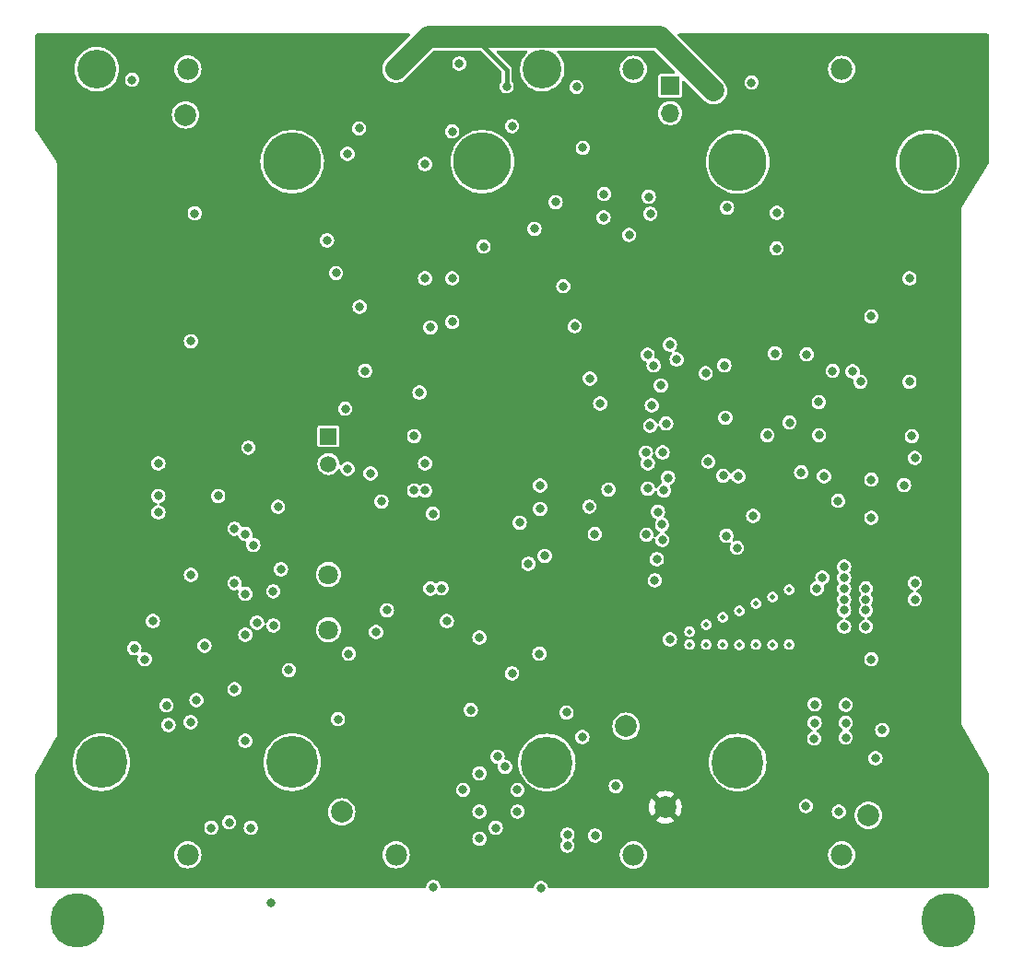
<source format=gbr>
%TF.GenerationSoftware,KiCad,Pcbnew,8.0.4*%
%TF.CreationDate,2024-11-05T10:07:57-05:00*%
%TF.ProjectId,battery_board_v2b,62617474-6572-4795-9f62-6f6172645f76,rev?*%
%TF.SameCoordinates,Original*%
%TF.FileFunction,Copper,L2,Inr*%
%TF.FilePolarity,Positive*%
%FSLAX46Y46*%
G04 Gerber Fmt 4.6, Leading zero omitted, Abs format (unit mm)*
G04 Created by KiCad (PCBNEW 8.0.4) date 2024-11-05 10:07:57*
%MOMM*%
%LPD*%
G01*
G04 APERTURE LIST*
%TA.AperFunction,ComponentPad*%
%ADD10C,5.000000*%
%TD*%
%TA.AperFunction,ComponentPad*%
%ADD11C,2.000000*%
%TD*%
%TA.AperFunction,ComponentPad*%
%ADD12R,1.700000X1.700000*%
%TD*%
%TA.AperFunction,ComponentPad*%
%ADD13O,1.700000X1.700000*%
%TD*%
%TA.AperFunction,ComponentPad*%
%ADD14R,1.508000X1.508000*%
%TD*%
%TA.AperFunction,ComponentPad*%
%ADD15C,1.508000*%
%TD*%
%TA.AperFunction,ComponentPad*%
%ADD16C,1.800000*%
%TD*%
%TA.AperFunction,ComponentPad*%
%ADD17C,4.770000*%
%TD*%
%TA.AperFunction,ComponentPad*%
%ADD18C,5.325000*%
%TD*%
%TA.AperFunction,ComponentPad*%
%ADD19C,3.570000*%
%TD*%
%TA.AperFunction,ComponentPad*%
%ADD20C,1.980000*%
%TD*%
%TA.AperFunction,ViaPad*%
%ADD21C,0.800000*%
%TD*%
%TA.AperFunction,ViaPad*%
%ADD22C,0.460000*%
%TD*%
%TA.AperFunction,Conductor*%
%ADD23C,2.000000*%
%TD*%
%TA.AperFunction,Conductor*%
%ADD24C,0.400000*%
%TD*%
G04 APERTURE END LIST*
D10*
%TO.N,N/C*%
%TO.C,*%
X194573162Y-131529322D03*
%TD*%
D11*
%TO.N,PACK+*%
%TO.C,TP4*%
X173000000Y-55250000D03*
%TD*%
%TO.N,GND*%
%TO.C,TP3*%
X138850000Y-121525000D03*
%TD*%
%TO.N,+3V3*%
%TO.C,TP5*%
X168575000Y-121100000D03*
%TD*%
D10*
%TO.N,N/C*%
%TO.C,*%
X114573162Y-131529322D03*
%TD*%
D12*
%TO.N,VBATT_SENSE*%
%TO.C,J18*%
X169025000Y-54782400D03*
D13*
%TO.N,VBatt*%
X169025000Y-57322400D03*
%TD*%
D11*
%TO.N,VBUSP*%
%TO.C,TP6*%
X124500000Y-57475000D03*
%TD*%
%TO.N,BM*%
%TO.C,TP2*%
X164973000Y-113665000D03*
%TD*%
%TO.N,B-*%
%TO.C,TP1*%
X187225000Y-121850000D03*
%TD*%
D14*
%TO.N,VBUSP*%
%TO.C,K1*%
X137632500Y-87010000D03*
D15*
%TO.N,Net-(Q7-C)*%
X137632500Y-89550000D03*
D16*
%TO.N,PACK+*%
X137632500Y-104790000D03*
%TO.N,Net-(K1-PadNO)*%
X137632500Y-99710000D03*
%TD*%
D17*
%TO.N,unconnected-(U8-Pad1)*%
%TO.C,U8*%
X134298500Y-116975000D03*
%TO.N,unconnected-(U8-Pad2)*%
X116768500Y-116975000D03*
D18*
%TO.N,unconnected-(U8-Pad3)*%
X134298500Y-61775000D03*
%TO.N,unconnected-(U8-Pad4)*%
X151768500Y-61775000D03*
D19*
%TO.N,unconnected-(U8-Pad5)*%
X116348500Y-53265000D03*
D20*
%TO.N,BM*%
X124718500Y-125485000D03*
X143848500Y-125485000D03*
%TO.N,PACK+*%
X124718500Y-53265000D03*
X143848500Y-53265000D03*
%TD*%
D17*
%TO.N,unconnected-(U7-Pad1)*%
%TO.C,U7*%
X175220000Y-116980000D03*
%TO.N,unconnected-(U7-Pad2)*%
X157690000Y-116980000D03*
D18*
%TO.N,unconnected-(U7-Pad3)*%
X175220000Y-61780000D03*
%TO.N,unconnected-(U7-Pad4)*%
X192690000Y-61780000D03*
D19*
%TO.N,unconnected-(U7-Pad5)*%
X157270000Y-53270000D03*
D20*
%TO.N,B-*%
X165640000Y-125490000D03*
X184770000Y-125490000D03*
%TO.N,BM*%
X165640000Y-53270000D03*
X184770000Y-53270000D03*
%TD*%
D21*
%TO.N,VSOLAR_I*%
X157073600Y-93675200D03*
X157073600Y-91541600D03*
%TO.N,+3V3*%
X181450000Y-106050000D03*
X151400000Y-114500000D03*
X184000000Y-97500000D03*
X150500000Y-92500000D03*
X178158800Y-97346300D03*
X181150000Y-101900000D03*
X149000000Y-105000000D03*
X153000000Y-80000000D03*
X130000000Y-121500000D03*
X145000000Y-120500000D03*
X152000000Y-102500000D03*
X128500000Y-117250000D03*
X159900000Y-108700000D03*
X163500000Y-110100000D03*
X157100000Y-113425000D03*
X152500000Y-88500000D03*
X158620800Y-105633162D03*
X147000000Y-110500000D03*
X160832800Y-99449500D03*
X161086800Y-97275500D03*
X152000000Y-100500000D03*
X148000000Y-120500000D03*
%TO.N,VBUSP*%
X168300000Y-96550000D03*
X166974600Y-89500000D03*
X169000000Y-78600000D03*
X181047820Y-90330940D03*
X149000000Y-59000000D03*
X146500000Y-62000000D03*
X168329624Y-88500000D03*
X183950000Y-81000000D03*
X166962000Y-91825000D03*
X183146900Y-90675000D03*
X149000000Y-76500000D03*
X182674400Y-83861100D03*
X179982000Y-85740700D03*
X146500000Y-72500000D03*
X168162900Y-82337100D03*
X149000000Y-72500000D03*
X147000000Y-77000000D03*
X167500000Y-80500000D03*
%TO.N,B-*%
X187880000Y-116600000D03*
X185775500Y-81050000D03*
%TO.N,Net-(Q4A-C1)*%
X169625000Y-79950000D03*
X168825000Y-90825000D03*
%TO.N,Net-(Q3B-B2)*%
X172525000Y-89350100D03*
X174089200Y-85298800D03*
X176650000Y-94325000D03*
X174190800Y-96154700D03*
X175289643Y-90697170D03*
%TO.N,GND*%
X159500000Y-112400000D03*
X125350000Y-66525000D03*
X162950000Y-64750000D03*
X173888000Y-90642564D03*
X126250000Y-106250000D03*
X182300000Y-111650000D03*
X172281188Y-81218812D03*
X178825000Y-66475000D03*
X122000000Y-89500000D03*
X155194000Y-94945200D03*
X163350000Y-91900000D03*
X181556800Y-79492300D03*
X187500000Y-76000000D03*
X174000000Y-80500000D03*
X120750000Y-107500000D03*
X147224500Y-94132400D03*
X126875500Y-123000000D03*
X158500000Y-65500000D03*
X182700000Y-86900000D03*
X190500000Y-91500000D03*
X130000000Y-115000000D03*
X157150000Y-128552502D03*
X168653600Y-85842300D03*
X161650000Y-81700000D03*
X160950000Y-114650000D03*
X154500000Y-58500000D03*
X138500000Y-113000000D03*
X150709600Y-112173400D03*
X122750000Y-111750000D03*
X125500000Y-111250000D03*
X146000000Y-83000000D03*
X125000000Y-99750000D03*
X167800000Y-98300000D03*
X159197201Y-73223200D03*
X167200000Y-66550000D03*
X174250000Y-66000000D03*
X187500000Y-107500000D03*
X185150000Y-111700000D03*
X177950000Y-86909100D03*
X185150000Y-113350000D03*
X140502699Y-75118000D03*
X182250000Y-114800000D03*
X140449500Y-58710500D03*
X134000000Y-108500000D03*
X178650000Y-79400000D03*
X167900000Y-93950000D03*
X168450400Y-91989100D03*
X182300000Y-113350000D03*
X175156000Y-97272300D03*
X167050000Y-65000000D03*
X162100000Y-96000000D03*
X176500000Y-54500000D03*
X162900000Y-66900000D03*
X178800000Y-69750000D03*
X139175700Y-84488516D03*
X160250000Y-76900000D03*
X162125000Y-123700000D03*
X185150000Y-114700000D03*
X167612400Y-100248362D03*
X124996499Y-78267600D03*
%TO.N,VBatt*%
X160425000Y-54900000D03*
X149650000Y-52750000D03*
%TO.N,F0_ENB*%
X188500000Y-114000000D03*
X184512299Y-121512299D03*
X181500000Y-121000000D03*
X191000000Y-82000000D03*
%TO.N,F1_ENB*%
X187500000Y-94500000D03*
X187500000Y-91000000D03*
%TO.N,F3_ENB*%
X132580000Y-104394000D03*
X124968000Y-113284000D03*
X129000000Y-95500000D03*
X132560000Y-101260000D03*
%TO.N,Net-(U9-+Vs)*%
X130000000Y-105250000D03*
X121500000Y-104000000D03*
%TO.N,Net-(Q7-C)*%
X137500000Y-69000000D03*
%TO.N,SCL_MAIN*%
X157000000Y-107000000D03*
X130500000Y-123000000D03*
X153000000Y-123000000D03*
X148012299Y-100987701D03*
X154500000Y-108800000D03*
X153852793Y-117397207D03*
X146500000Y-89500000D03*
X146500000Y-92000000D03*
%TO.N,SDA_MAIN*%
X128500000Y-122500000D03*
X153163300Y-116450000D03*
X151500000Y-124000000D03*
X147000000Y-101000000D03*
X145500000Y-87000000D03*
X151500000Y-121500000D03*
X145500000Y-92000000D03*
X151500000Y-105500000D03*
%TO.N,BURN_RELAY_A*%
X151500000Y-118000000D03*
X142500000Y-93000000D03*
X139382700Y-61047300D03*
X143000000Y-103000000D03*
%TO.N,ENAB_HEATER*%
X141000000Y-81000000D03*
X130000000Y-96000000D03*
X131064000Y-104140000D03*
X122936000Y-113538000D03*
%TO.N,Net-(IC2-SENSE)*%
X156555601Y-67940000D03*
X161000000Y-60500000D03*
X151882001Y-69565600D03*
%TO.N,VCC_RF1*%
X147260000Y-128440000D03*
X132380000Y-129880000D03*
%TO.N,/3V3_EN*%
X167179469Y-86046431D03*
X166789656Y-88517757D03*
%TO.N,BM*%
X165250000Y-68500000D03*
%TO.N,PACK+*%
X119600000Y-54250000D03*
X154000000Y-54850000D03*
%TO.N,ENAB_BURN*%
X150000000Y-119500000D03*
X139385500Y-90000000D03*
X138324300Y-72000000D03*
X139500000Y-107000000D03*
%TO.N,VBUS_RESET*%
X167327100Y-84165900D03*
X166847207Y-96052793D03*
X159575000Y-124650000D03*
X162600000Y-84000000D03*
X166950998Y-79515445D03*
X161609362Y-93468738D03*
D22*
%TO.N,F3_SDA*%
X178432800Y-101772362D03*
D21*
X133000000Y-93500000D03*
X156000000Y-98724500D03*
D22*
X178432800Y-106191962D03*
D21*
X122000000Y-94000000D03*
X133271938Y-99228062D03*
D22*
%TO.N,F2_SDA*%
X175384800Y-106191962D03*
D21*
X185000000Y-103000000D03*
D22*
X175384800Y-103042362D03*
D21*
X187000000Y-103000000D03*
%TO.N,F1_SDA*%
X191224500Y-87000000D03*
X185000000Y-101000497D03*
D22*
X172336800Y-104312362D03*
D21*
X187000000Y-101000000D03*
X191500000Y-100500000D03*
D22*
X172336800Y-106157062D03*
D21*
%TO.N,F0_SDA*%
X169000000Y-105672262D03*
X185000000Y-99000000D03*
X186500000Y-82000000D03*
X183000000Y-100000000D03*
D22*
%TO.N,F3_SCL*%
X179956800Y-106157062D03*
D21*
X157500000Y-98000000D03*
D22*
X179956800Y-101111963D03*
D21*
X127500000Y-92500000D03*
X130724500Y-97000000D03*
X122000000Y-92500000D03*
D22*
%TO.N,F2_SCL*%
X176908800Y-106157063D03*
X176908800Y-102381962D03*
D21*
X185000000Y-104500000D03*
X187000000Y-104500000D03*
%TO.N,F1_SCL*%
X191500000Y-89000000D03*
X191500000Y-102000000D03*
X187000000Y-102000000D03*
X185000000Y-102000000D03*
D22*
X173860800Y-106157062D03*
X173860800Y-103651962D03*
%TO.N,F0_SCL*%
X170812800Y-104972762D03*
D21*
X191000000Y-72500000D03*
X182500000Y-101000000D03*
D22*
X170812801Y-106157062D03*
D21*
X185000000Y-100000000D03*
%TO.N,F4_SCL*%
X142000000Y-105000000D03*
X129000000Y-100500000D03*
%TO.N,F4_SDA*%
X148500000Y-104000000D03*
X130000000Y-101500000D03*
%TO.N,I2C_RESET*%
X159587701Y-123612701D03*
X164037701Y-119162701D03*
%TO.N,ENAB_RF*%
X155000000Y-119500000D03*
X155000000Y-121500000D03*
%TO.N,VSOLAR*%
X141500000Y-90425000D03*
X168275000Y-95125000D03*
X130275000Y-88050000D03*
X184450000Y-92950000D03*
%TO.N,Net-(J9-Pin_2)*%
X119800000Y-106500000D03*
X129000000Y-110250000D03*
%TD*%
D23*
%TO.N,PACK+*%
X143848500Y-53265000D02*
X146808500Y-50305000D01*
X146808500Y-50305000D02*
X150995000Y-50305000D01*
D24*
X154000000Y-54850000D02*
X154000000Y-53310000D01*
D23*
X168055000Y-50305000D02*
X173000000Y-55250000D01*
D24*
X154000000Y-53310000D02*
X150995000Y-50305000D01*
D23*
X150995000Y-50305000D02*
X168055000Y-50305000D01*
%TD*%
%TA.AperFunction,Conductor*%
%TO.N,+3V3*%
G36*
X145103300Y-50020002D02*
G01*
X145149793Y-50073658D01*
X145159897Y-50143932D01*
X145130403Y-50208512D01*
X145124274Y-50215095D01*
X142891625Y-52447742D01*
X142891623Y-52447745D01*
X142775557Y-52607495D01*
X142685905Y-52783447D01*
X142624893Y-52971227D01*
X142624891Y-52971237D01*
X142594000Y-53166269D01*
X142594000Y-53363731D01*
X142623574Y-53550450D01*
X142624891Y-53558762D01*
X142624893Y-53558772D01*
X142685905Y-53746552D01*
X142685907Y-53746557D01*
X142685909Y-53746561D01*
X142775555Y-53922501D01*
X142891621Y-54082252D01*
X142891623Y-54082254D01*
X142891625Y-54082257D01*
X143031242Y-54221874D01*
X143031245Y-54221876D01*
X143031248Y-54221879D01*
X143190999Y-54337945D01*
X143366939Y-54427591D01*
X143366944Y-54427592D01*
X143366947Y-54427594D01*
X143554727Y-54488606D01*
X143554728Y-54488606D01*
X143554737Y-54488609D01*
X143749769Y-54519500D01*
X143749771Y-54519500D01*
X143947229Y-54519500D01*
X143947231Y-54519500D01*
X144142263Y-54488609D01*
X144330061Y-54427591D01*
X144506001Y-54337945D01*
X144665752Y-54221879D01*
X146137635Y-52749996D01*
X148990693Y-52749996D01*
X148990693Y-52750003D01*
X149009849Y-52907779D01*
X149041659Y-52991652D01*
X149066213Y-53056395D01*
X149156502Y-53187201D01*
X149275471Y-53292599D01*
X149275472Y-53292599D01*
X149275474Y-53292601D01*
X149350200Y-53331820D01*
X149416207Y-53366463D01*
X149570529Y-53404500D01*
X149570530Y-53404500D01*
X149729470Y-53404500D01*
X149729471Y-53404500D01*
X149883793Y-53366463D01*
X150024529Y-53292599D01*
X150143498Y-53187201D01*
X150233787Y-53056395D01*
X150290149Y-52907782D01*
X150290149Y-52907781D01*
X150290150Y-52907779D01*
X150309307Y-52750003D01*
X150309307Y-52749996D01*
X150290150Y-52592220D01*
X150276538Y-52556331D01*
X150233787Y-52443605D01*
X150143498Y-52312799D01*
X150024529Y-52207401D01*
X150024528Y-52207400D01*
X150024525Y-52207398D01*
X149883797Y-52133539D01*
X149883795Y-52133538D01*
X149883793Y-52133537D01*
X149883791Y-52133536D01*
X149883790Y-52133536D01*
X149729472Y-52095500D01*
X149729471Y-52095500D01*
X149570529Y-52095500D01*
X149570527Y-52095500D01*
X149416209Y-52133536D01*
X149416202Y-52133539D01*
X149275474Y-52207398D01*
X149275469Y-52207402D01*
X149156501Y-52312800D01*
X149066215Y-52443601D01*
X149066212Y-52443607D01*
X149009849Y-52592220D01*
X148990693Y-52749996D01*
X146137635Y-52749996D01*
X147291226Y-51596405D01*
X147353538Y-51562379D01*
X147380321Y-51559500D01*
X150896269Y-51559500D01*
X151554550Y-51559500D01*
X151622671Y-51579502D01*
X151643645Y-51596405D01*
X153508595Y-53461355D01*
X153542621Y-53523667D01*
X153545500Y-53550450D01*
X153545500Y-54321541D01*
X153525498Y-54389662D01*
X153510991Y-54406592D01*
X153511557Y-54407093D01*
X153506500Y-54412800D01*
X153416215Y-54543601D01*
X153416212Y-54543607D01*
X153359849Y-54692220D01*
X153340693Y-54849996D01*
X153340693Y-54850003D01*
X153359849Y-55007779D01*
X153401069Y-55116463D01*
X153416213Y-55156395D01*
X153506502Y-55287201D01*
X153625471Y-55392599D01*
X153625472Y-55392599D01*
X153625474Y-55392601D01*
X153700200Y-55431820D01*
X153766207Y-55466463D01*
X153920529Y-55504500D01*
X153920530Y-55504500D01*
X154079470Y-55504500D01*
X154079471Y-55504500D01*
X154233793Y-55466463D01*
X154374529Y-55392599D01*
X154493498Y-55287201D01*
X154583787Y-55156395D01*
X154640149Y-55007782D01*
X154640149Y-55007781D01*
X154640150Y-55007779D01*
X154659307Y-54850003D01*
X154659307Y-54849996D01*
X154640150Y-54692220D01*
X154602750Y-54593607D01*
X154583787Y-54543605D01*
X154514976Y-54443915D01*
X154493499Y-54412800D01*
X154488443Y-54407093D01*
X154490374Y-54405381D01*
X154459217Y-54355695D01*
X154454500Y-54321541D01*
X154454500Y-53379999D01*
X154454501Y-53379986D01*
X154454501Y-53250164D01*
X154454500Y-53250160D01*
X154427821Y-53150593D01*
X154423527Y-53134570D01*
X154423527Y-53134569D01*
X154378393Y-53056395D01*
X154363693Y-53030933D01*
X154363685Y-53030923D01*
X154274681Y-52941919D01*
X154274658Y-52941898D01*
X153107355Y-51774595D01*
X153073329Y-51712283D01*
X153078394Y-51641468D01*
X153120941Y-51584632D01*
X153187461Y-51559821D01*
X153196450Y-51559500D01*
X155786957Y-51559500D01*
X155855078Y-51579502D01*
X155901571Y-51633158D01*
X155911675Y-51703432D01*
X155882181Y-51768012D01*
X155877575Y-51772792D01*
X155877618Y-51772832D01*
X155874683Y-51775974D01*
X155874680Y-51775977D01*
X155688910Y-51974888D01*
X155684240Y-51979888D01*
X155523339Y-52207831D01*
X155523339Y-52207832D01*
X155394973Y-52455567D01*
X155301543Y-52718457D01*
X155301539Y-52718470D01*
X155266140Y-52888819D01*
X155245811Y-52986652D01*
X155244773Y-52991646D01*
X155244772Y-52991652D01*
X155225734Y-53269995D01*
X155225734Y-53270004D01*
X155244772Y-53548347D01*
X155244773Y-53548353D01*
X155244774Y-53548361D01*
X155266470Y-53652768D01*
X155301539Y-53821529D01*
X155301543Y-53821542D01*
X155394973Y-54084432D01*
X155394975Y-54084437D01*
X155394976Y-54084438D01*
X155523339Y-54332168D01*
X155684240Y-54560112D01*
X155874680Y-54764023D01*
X156091112Y-54940104D01*
X156329505Y-55085074D01*
X156585417Y-55196232D01*
X156854082Y-55271508D01*
X157130480Y-55309499D01*
X157130494Y-55309500D01*
X157409506Y-55309500D01*
X157409519Y-55309499D01*
X157614351Y-55281344D01*
X157685918Y-55271508D01*
X157954583Y-55196232D01*
X158210495Y-55085074D01*
X158448888Y-54940104D01*
X158498187Y-54899996D01*
X159765693Y-54899996D01*
X159765693Y-54900003D01*
X159784849Y-55057779D01*
X159822249Y-55156392D01*
X159841213Y-55206395D01*
X159931502Y-55337201D01*
X160050471Y-55442599D01*
X160050472Y-55442599D01*
X160050474Y-55442601D01*
X160125200Y-55481820D01*
X160191207Y-55516463D01*
X160345529Y-55554500D01*
X160345530Y-55554500D01*
X160504470Y-55554500D01*
X160504471Y-55554500D01*
X160658793Y-55516463D01*
X160799529Y-55442599D01*
X160918498Y-55337201D01*
X161008787Y-55206395D01*
X161065149Y-55057782D01*
X161065149Y-55057781D01*
X161065150Y-55057779D01*
X161084307Y-54900003D01*
X161084307Y-54899996D01*
X161065150Y-54742220D01*
X161046186Y-54692218D01*
X161008787Y-54593605D01*
X160918498Y-54462799D01*
X160799529Y-54357401D01*
X160799528Y-54357400D01*
X160799525Y-54357398D01*
X160658797Y-54283539D01*
X160658795Y-54283538D01*
X160658793Y-54283537D01*
X160658791Y-54283536D01*
X160658790Y-54283536D01*
X160504472Y-54245500D01*
X160504471Y-54245500D01*
X160345529Y-54245500D01*
X160345527Y-54245500D01*
X160191209Y-54283536D01*
X160191202Y-54283539D01*
X160050474Y-54357398D01*
X160050469Y-54357402D01*
X159931501Y-54462800D01*
X159841215Y-54593601D01*
X159841212Y-54593607D01*
X159784849Y-54742220D01*
X159765693Y-54899996D01*
X158498187Y-54899996D01*
X158665320Y-54764023D01*
X158855760Y-54560112D01*
X159016661Y-54332168D01*
X159145024Y-54084438D01*
X159238459Y-53821536D01*
X159295226Y-53548361D01*
X159312720Y-53292599D01*
X159314266Y-53270004D01*
X159314266Y-53270000D01*
X164390746Y-53270000D01*
X164409725Y-53486934D01*
X164466084Y-53697267D01*
X164466086Y-53697273D01*
X164558113Y-53894625D01*
X164558114Y-53894627D01*
X164683009Y-54072996D01*
X164683013Y-54073001D01*
X164683016Y-54073005D01*
X164836995Y-54226984D01*
X164836999Y-54226987D01*
X164837003Y-54226990D01*
X164869859Y-54249996D01*
X165015373Y-54351886D01*
X165212730Y-54443915D01*
X165379520Y-54488606D01*
X165422042Y-54500000D01*
X165423069Y-54500275D01*
X165640000Y-54519254D01*
X165856931Y-54500275D01*
X166067270Y-54443915D01*
X166264627Y-54351886D01*
X166443005Y-54226984D01*
X166596984Y-54073005D01*
X166721886Y-53894627D01*
X166813915Y-53697270D01*
X166870275Y-53486931D01*
X166889254Y-53270000D01*
X166870275Y-53053069D01*
X166813915Y-52842730D01*
X166721886Y-52645373D01*
X166596984Y-52466995D01*
X166443005Y-52313016D01*
X166443001Y-52313013D01*
X166442996Y-52313009D01*
X166264627Y-52188114D01*
X166264625Y-52188113D01*
X166067273Y-52096086D01*
X166067267Y-52096084D01*
X165856934Y-52039725D01*
X165640000Y-52020746D01*
X165423065Y-52039725D01*
X165212732Y-52096084D01*
X165212726Y-52096086D01*
X165015374Y-52188113D01*
X165015372Y-52188114D01*
X164837003Y-52313009D01*
X164836992Y-52313018D01*
X164683018Y-52466992D01*
X164683009Y-52467003D01*
X164558114Y-52645372D01*
X164558113Y-52645374D01*
X164466086Y-52842726D01*
X164466084Y-52842732D01*
X164409725Y-53053065D01*
X164390746Y-53270000D01*
X159314266Y-53270000D01*
X159314266Y-53269995D01*
X159295227Y-52991652D01*
X159295226Y-52991646D01*
X159295226Y-52991639D01*
X159238459Y-52718464D01*
X159145024Y-52455562D01*
X159016661Y-52207832D01*
X158855760Y-51979888D01*
X158665320Y-51775977D01*
X158665316Y-51775974D01*
X158662382Y-51772832D01*
X158663572Y-51771719D01*
X158630908Y-51716468D01*
X158633554Y-51645520D01*
X158674137Y-51587266D01*
X158739772Y-51560201D01*
X158753043Y-51559500D01*
X167483179Y-51559500D01*
X167551300Y-51579502D01*
X167572274Y-51596405D01*
X169438674Y-53462805D01*
X169472700Y-53525117D01*
X169467635Y-53595932D01*
X169425088Y-53652768D01*
X169358568Y-53677579D01*
X169349579Y-53677900D01*
X168149936Y-53677900D01*
X168149926Y-53677901D01*
X168075699Y-53692665D01*
X167991515Y-53748916D01*
X167935266Y-53833097D01*
X167920500Y-53907330D01*
X167920500Y-55657463D01*
X167920501Y-55657473D01*
X167935265Y-55731700D01*
X167991516Y-55815884D01*
X168075697Y-55872133D01*
X168075699Y-55872134D01*
X168149933Y-55886900D01*
X169900066Y-55886899D01*
X169900069Y-55886898D01*
X169900073Y-55886898D01*
X169949326Y-55877101D01*
X169974301Y-55872134D01*
X170058484Y-55815884D01*
X170114734Y-55731701D01*
X170129500Y-55657467D01*
X170129499Y-54457819D01*
X170149501Y-54389699D01*
X170203157Y-54343206D01*
X170273431Y-54333102D01*
X170338011Y-54362595D01*
X170344594Y-54368725D01*
X172035326Y-56059457D01*
X172190543Y-56214674D01*
X172270663Y-56270774D01*
X172272345Y-56271975D01*
X172296897Y-56289813D01*
X172342491Y-56322940D01*
X172342494Y-56322941D01*
X172342499Y-56322945D01*
X172344460Y-56323944D01*
X172359522Y-56332994D01*
X172370354Y-56340579D01*
X172370357Y-56340580D01*
X172370357Y-56340581D01*
X172447965Y-56376769D01*
X172451915Y-56378695D01*
X172518439Y-56412591D01*
X172525842Y-56414996D01*
X172532039Y-56417010D01*
X172546354Y-56422648D01*
X172569297Y-56433347D01*
X172632265Y-56450219D01*
X172640408Y-56452401D01*
X172646726Y-56454272D01*
X172706237Y-56473609D01*
X172732292Y-56477735D01*
X172745186Y-56480477D01*
X172750858Y-56481996D01*
X172781322Y-56490160D01*
X172781323Y-56490160D01*
X172781326Y-56490161D01*
X172842657Y-56495526D01*
X172851366Y-56496595D01*
X172901269Y-56504500D01*
X172939721Y-56504500D01*
X172950700Y-56504978D01*
X173000000Y-56509292D01*
X173049299Y-56504978D01*
X173060279Y-56504500D01*
X173098730Y-56504500D01*
X173098731Y-56504500D01*
X173148635Y-56496595D01*
X173157324Y-56495527D01*
X173218674Y-56490161D01*
X173254826Y-56480473D01*
X173267718Y-56477734D01*
X173293752Y-56473611D01*
X173293753Y-56473610D01*
X173293763Y-56473609D01*
X173353284Y-56454268D01*
X173359591Y-56452400D01*
X173430703Y-56433347D01*
X173453648Y-56422646D01*
X173467947Y-56417014D01*
X173481561Y-56412591D01*
X173548121Y-56378675D01*
X173551989Y-56376789D01*
X173629646Y-56340579D01*
X173640469Y-56332999D01*
X173655549Y-56323939D01*
X173657501Y-56322945D01*
X173727726Y-56271922D01*
X173729412Y-56270721D01*
X173809457Y-56214674D01*
X173964674Y-56059457D01*
X174020755Y-55979362D01*
X174021922Y-55977726D01*
X174072945Y-55907501D01*
X174073939Y-55905549D01*
X174082999Y-55890469D01*
X174090579Y-55879646D01*
X174126789Y-55801989D01*
X174128675Y-55798121D01*
X174162591Y-55731561D01*
X174167014Y-55717947D01*
X174172646Y-55703648D01*
X174183347Y-55680703D01*
X174202400Y-55609591D01*
X174204272Y-55603274D01*
X174223609Y-55543763D01*
X174227734Y-55517718D01*
X174230473Y-55504826D01*
X174240161Y-55468674D01*
X174245527Y-55407324D01*
X174246595Y-55398635D01*
X174254500Y-55348731D01*
X174254500Y-55310279D01*
X174254979Y-55299298D01*
X174256037Y-55287201D01*
X174259292Y-55250000D01*
X174254979Y-55200699D01*
X174254500Y-55189719D01*
X174254500Y-55151272D01*
X174246597Y-55101377D01*
X174245525Y-55092646D01*
X174244863Y-55085074D01*
X174240161Y-55031326D01*
X174230477Y-54995186D01*
X174227734Y-54982285D01*
X174223609Y-54956237D01*
X174204272Y-54896726D01*
X174202401Y-54890408D01*
X174195984Y-54866460D01*
X174183347Y-54819297D01*
X174172648Y-54796354D01*
X174167010Y-54782039D01*
X174162592Y-54768443D01*
X174162591Y-54768439D01*
X174128695Y-54701915D01*
X174126769Y-54697965D01*
X174090581Y-54620357D01*
X174090579Y-54620354D01*
X174082994Y-54609522D01*
X174073944Y-54594460D01*
X174072945Y-54592499D01*
X174072941Y-54592494D01*
X174072940Y-54592491D01*
X174022000Y-54522380D01*
X174020774Y-54520663D01*
X174006303Y-54499996D01*
X175840693Y-54499996D01*
X175840693Y-54500003D01*
X175859849Y-54657779D01*
X175906976Y-54782039D01*
X175916213Y-54806395D01*
X176006502Y-54937201D01*
X176125471Y-55042599D01*
X176125472Y-55042599D01*
X176125474Y-55042601D01*
X176196872Y-55080073D01*
X176266207Y-55116463D01*
X176420529Y-55154500D01*
X176420530Y-55154500D01*
X176579470Y-55154500D01*
X176579471Y-55154500D01*
X176733793Y-55116463D01*
X176874529Y-55042599D01*
X176993498Y-54937201D01*
X177083787Y-54806395D01*
X177140149Y-54657782D01*
X177140149Y-54657781D01*
X177140150Y-54657779D01*
X177159307Y-54500003D01*
X177159307Y-54499996D01*
X177140150Y-54342220D01*
X177126538Y-54306331D01*
X177083787Y-54193605D01*
X176993498Y-54062799D01*
X176874529Y-53957401D01*
X176874528Y-53957400D01*
X176874525Y-53957398D01*
X176733797Y-53883539D01*
X176733795Y-53883538D01*
X176733793Y-53883537D01*
X176733791Y-53883536D01*
X176733790Y-53883536D01*
X176579472Y-53845500D01*
X176579471Y-53845500D01*
X176420529Y-53845500D01*
X176420527Y-53845500D01*
X176266209Y-53883536D01*
X176266202Y-53883539D01*
X176125474Y-53957398D01*
X176125469Y-53957402D01*
X176006501Y-54062800D01*
X175916215Y-54193601D01*
X175916212Y-54193607D01*
X175859849Y-54342220D01*
X175840693Y-54499996D01*
X174006303Y-54499996D01*
X173964674Y-54440543D01*
X173809457Y-54285326D01*
X172794131Y-53270000D01*
X183520746Y-53270000D01*
X183539725Y-53486934D01*
X183596084Y-53697267D01*
X183596086Y-53697273D01*
X183688113Y-53894625D01*
X183688114Y-53894627D01*
X183813009Y-54072996D01*
X183813013Y-54073001D01*
X183813016Y-54073005D01*
X183966995Y-54226984D01*
X183966999Y-54226987D01*
X183967003Y-54226990D01*
X183999859Y-54249996D01*
X184145373Y-54351886D01*
X184342730Y-54443915D01*
X184509520Y-54488606D01*
X184552042Y-54500000D01*
X184553069Y-54500275D01*
X184770000Y-54519254D01*
X184986931Y-54500275D01*
X185197270Y-54443915D01*
X185394627Y-54351886D01*
X185573005Y-54226984D01*
X185726984Y-54073005D01*
X185851886Y-53894627D01*
X185943915Y-53697270D01*
X186000275Y-53486931D01*
X186019254Y-53270000D01*
X186000275Y-53053069D01*
X185943915Y-52842730D01*
X185851886Y-52645373D01*
X185726984Y-52466995D01*
X185573005Y-52313016D01*
X185573001Y-52313013D01*
X185572996Y-52313009D01*
X185394627Y-52188114D01*
X185394625Y-52188113D01*
X185197273Y-52096086D01*
X185197267Y-52096084D01*
X184986934Y-52039725D01*
X184770000Y-52020746D01*
X184553065Y-52039725D01*
X184342732Y-52096084D01*
X184342726Y-52096086D01*
X184145374Y-52188113D01*
X184145372Y-52188114D01*
X183967003Y-52313009D01*
X183966992Y-52313018D01*
X183813018Y-52466992D01*
X183813009Y-52467003D01*
X183688114Y-52645372D01*
X183688113Y-52645374D01*
X183596086Y-52842726D01*
X183596084Y-52842732D01*
X183539725Y-53053065D01*
X183520746Y-53270000D01*
X172794131Y-53270000D01*
X169739226Y-50215095D01*
X169705200Y-50152783D01*
X169710265Y-50081968D01*
X169752812Y-50025132D01*
X169819332Y-50000321D01*
X169828321Y-50000000D01*
X198173500Y-50000000D01*
X198241621Y-50020002D01*
X198288114Y-50073658D01*
X198299500Y-50126000D01*
X198299500Y-61851775D01*
X198280759Y-61917892D01*
X195849369Y-65862265D01*
X195831214Y-65885235D01*
X195830025Y-65886423D01*
X195830023Y-65886426D01*
X195824755Y-65899143D01*
X195815615Y-65917022D01*
X195808395Y-65928736D01*
X195808393Y-65928741D01*
X195808125Y-65930407D01*
X195800145Y-65958558D01*
X195799500Y-65960115D01*
X195799500Y-65973868D01*
X195797897Y-65993903D01*
X195795708Y-66007489D01*
X195796094Y-66009113D01*
X195799500Y-66038209D01*
X195799500Y-113454273D01*
X195797172Y-113470891D01*
X195797274Y-113470900D01*
X195796258Y-113483267D01*
X195798676Y-113504309D01*
X195799500Y-113518693D01*
X195799500Y-113539882D01*
X195801783Y-113551363D01*
X195805363Y-113562510D01*
X195815651Y-113581028D01*
X195821914Y-113593996D01*
X195830024Y-113613575D01*
X195836918Y-113623892D01*
X195836833Y-113623948D01*
X195846938Y-113637344D01*
X197593272Y-116780744D01*
X198278229Y-118013667D01*
X198283644Y-118023413D01*
X198299500Y-118084604D01*
X198299500Y-128374000D01*
X198279498Y-128442121D01*
X198225842Y-128488614D01*
X198173500Y-128500000D01*
X157914559Y-128500000D01*
X157846438Y-128479998D01*
X157799945Y-128426342D01*
X157793045Y-128401855D01*
X157791973Y-128402120D01*
X157790149Y-128394720D01*
X157782291Y-128374000D01*
X157733787Y-128246107D01*
X157643498Y-128115301D01*
X157524529Y-128009903D01*
X157524528Y-128009902D01*
X157524525Y-128009900D01*
X157383797Y-127936041D01*
X157383795Y-127936040D01*
X157383793Y-127936039D01*
X157383791Y-127936038D01*
X157383790Y-127936038D01*
X157229472Y-127898002D01*
X157229471Y-127898002D01*
X157070529Y-127898002D01*
X157070527Y-127898002D01*
X156916209Y-127936038D01*
X156916202Y-127936041D01*
X156775474Y-128009900D01*
X156775469Y-128009904D01*
X156656501Y-128115302D01*
X156566215Y-128246103D01*
X156566212Y-128246109D01*
X156509850Y-128394720D01*
X156508027Y-128402120D01*
X156505252Y-128401436D01*
X156482449Y-128454408D01*
X156423578Y-128494090D01*
X156385441Y-128500000D01*
X148038219Y-128500000D01*
X147970098Y-128479998D01*
X147923605Y-128426342D01*
X147913138Y-128389187D01*
X147900150Y-128282220D01*
X147886452Y-128246103D01*
X147843787Y-128133605D01*
X147753498Y-128002799D01*
X147634529Y-127897401D01*
X147634528Y-127897400D01*
X147634525Y-127897398D01*
X147493797Y-127823539D01*
X147493795Y-127823538D01*
X147493793Y-127823537D01*
X147493791Y-127823536D01*
X147493790Y-127823536D01*
X147339472Y-127785500D01*
X147339471Y-127785500D01*
X147180529Y-127785500D01*
X147180527Y-127785500D01*
X147026209Y-127823536D01*
X147026202Y-127823539D01*
X146885474Y-127897398D01*
X146885469Y-127897402D01*
X146766501Y-128002800D01*
X146676215Y-128133601D01*
X146676212Y-128133607D01*
X146619849Y-128282220D01*
X146606862Y-128389187D01*
X146578795Y-128454401D01*
X146519927Y-128494087D01*
X146481781Y-128500000D01*
X110826500Y-128500000D01*
X110758379Y-128479998D01*
X110711886Y-128426342D01*
X110700500Y-128374000D01*
X110700500Y-125485000D01*
X123469246Y-125485000D01*
X123488225Y-125701934D01*
X123544584Y-125912267D01*
X123544586Y-125912273D01*
X123636613Y-126109625D01*
X123636614Y-126109627D01*
X123761509Y-126287996D01*
X123761513Y-126288001D01*
X123761516Y-126288005D01*
X123915495Y-126441984D01*
X123915499Y-126441987D01*
X123915503Y-126441990D01*
X123922644Y-126446990D01*
X124093873Y-126566886D01*
X124291230Y-126658915D01*
X124501569Y-126715275D01*
X124718500Y-126734254D01*
X124935431Y-126715275D01*
X125145770Y-126658915D01*
X125343127Y-126566886D01*
X125521505Y-126441984D01*
X125675484Y-126288005D01*
X125800386Y-126109627D01*
X125892415Y-125912270D01*
X125948775Y-125701931D01*
X125967754Y-125485000D01*
X142599246Y-125485000D01*
X142618225Y-125701934D01*
X142674584Y-125912267D01*
X142674586Y-125912273D01*
X142766613Y-126109625D01*
X142766614Y-126109627D01*
X142891509Y-126287996D01*
X142891513Y-126288001D01*
X142891516Y-126288005D01*
X143045495Y-126441984D01*
X143045499Y-126441987D01*
X143045503Y-126441990D01*
X143052644Y-126446990D01*
X143223873Y-126566886D01*
X143421230Y-126658915D01*
X143631569Y-126715275D01*
X143848500Y-126734254D01*
X144065431Y-126715275D01*
X144275770Y-126658915D01*
X144473127Y-126566886D01*
X144651505Y-126441984D01*
X144805484Y-126288005D01*
X144930386Y-126109627D01*
X145022415Y-125912270D01*
X145078775Y-125701931D01*
X145097317Y-125490000D01*
X164390746Y-125490000D01*
X164409725Y-125706934D01*
X164466084Y-125917267D01*
X164466086Y-125917273D01*
X164558113Y-126114625D01*
X164558114Y-126114627D01*
X164683009Y-126292996D01*
X164683013Y-126293001D01*
X164683016Y-126293005D01*
X164836995Y-126446984D01*
X164836999Y-126446987D01*
X164837003Y-126446990D01*
X164938775Y-126518251D01*
X165015373Y-126571886D01*
X165212730Y-126663915D01*
X165423069Y-126720275D01*
X165640000Y-126739254D01*
X165856931Y-126720275D01*
X166067270Y-126663915D01*
X166264627Y-126571886D01*
X166443005Y-126446984D01*
X166596984Y-126293005D01*
X166721886Y-126114627D01*
X166813915Y-125917270D01*
X166870275Y-125706931D01*
X166889254Y-125490000D01*
X183520746Y-125490000D01*
X183539725Y-125706934D01*
X183596084Y-125917267D01*
X183596086Y-125917273D01*
X183688113Y-126114625D01*
X183688114Y-126114627D01*
X183813009Y-126292996D01*
X183813013Y-126293001D01*
X183813016Y-126293005D01*
X183966995Y-126446984D01*
X183966999Y-126446987D01*
X183967003Y-126446990D01*
X184068775Y-126518251D01*
X184145373Y-126571886D01*
X184342730Y-126663915D01*
X184553069Y-126720275D01*
X184770000Y-126739254D01*
X184986931Y-126720275D01*
X185197270Y-126663915D01*
X185394627Y-126571886D01*
X185573005Y-126446984D01*
X185726984Y-126293005D01*
X185851886Y-126114627D01*
X185943915Y-125917270D01*
X186000275Y-125706931D01*
X186019254Y-125490000D01*
X186000275Y-125273069D01*
X185943915Y-125062730D01*
X185851886Y-124865373D01*
X185726984Y-124686995D01*
X185573005Y-124533016D01*
X185573001Y-124533013D01*
X185572996Y-124533009D01*
X185394627Y-124408114D01*
X185394625Y-124408113D01*
X185197273Y-124316086D01*
X185197267Y-124316084D01*
X184986934Y-124259725D01*
X184770000Y-124240746D01*
X184553065Y-124259725D01*
X184342732Y-124316084D01*
X184342726Y-124316086D01*
X184145374Y-124408113D01*
X184145372Y-124408114D01*
X183967003Y-124533009D01*
X183966992Y-124533018D01*
X183813018Y-124686992D01*
X183813009Y-124687003D01*
X183688114Y-124865372D01*
X183688113Y-124865374D01*
X183596086Y-125062726D01*
X183596084Y-125062732D01*
X183539725Y-125273065D01*
X183520746Y-125490000D01*
X166889254Y-125490000D01*
X166870275Y-125273069D01*
X166813915Y-125062730D01*
X166721886Y-124865373D01*
X166596984Y-124686995D01*
X166443005Y-124533016D01*
X166443001Y-124533013D01*
X166442996Y-124533009D01*
X166264627Y-124408114D01*
X166264625Y-124408113D01*
X166067273Y-124316086D01*
X166067267Y-124316084D01*
X165856934Y-124259725D01*
X165640000Y-124240746D01*
X165423065Y-124259725D01*
X165212732Y-124316084D01*
X165212726Y-124316086D01*
X165015374Y-124408113D01*
X165015372Y-124408114D01*
X164837003Y-124533009D01*
X164836992Y-124533018D01*
X164683018Y-124686992D01*
X164683009Y-124687003D01*
X164558114Y-124865372D01*
X164558113Y-124865374D01*
X164466086Y-125062726D01*
X164466084Y-125062732D01*
X164409725Y-125273065D01*
X164390746Y-125490000D01*
X145097317Y-125490000D01*
X145097754Y-125485000D01*
X145078775Y-125268069D01*
X145022415Y-125057730D01*
X144930386Y-124860373D01*
X144805484Y-124681995D01*
X144651505Y-124528016D01*
X144651501Y-124528013D01*
X144651496Y-124528009D01*
X144473127Y-124403114D01*
X144473125Y-124403113D01*
X144275773Y-124311086D01*
X144275767Y-124311084D01*
X144065434Y-124254725D01*
X143848500Y-124235746D01*
X143631565Y-124254725D01*
X143421232Y-124311084D01*
X143421226Y-124311086D01*
X143223874Y-124403113D01*
X143223872Y-124403114D01*
X143045503Y-124528009D01*
X143045492Y-124528018D01*
X142891518Y-124681992D01*
X142891509Y-124682003D01*
X142766614Y-124860372D01*
X142766613Y-124860374D01*
X142674586Y-125057726D01*
X142674584Y-125057732D01*
X142618225Y-125268065D01*
X142599246Y-125485000D01*
X125967754Y-125485000D01*
X125948775Y-125268069D01*
X125892415Y-125057730D01*
X125800386Y-124860373D01*
X125675484Y-124681995D01*
X125521505Y-124528016D01*
X125521501Y-124528013D01*
X125521496Y-124528009D01*
X125343127Y-124403114D01*
X125343125Y-124403113D01*
X125145773Y-124311086D01*
X125145767Y-124311084D01*
X124935434Y-124254725D01*
X124718500Y-124235746D01*
X124501565Y-124254725D01*
X124291232Y-124311084D01*
X124291226Y-124311086D01*
X124093874Y-124403113D01*
X124093872Y-124403114D01*
X123915503Y-124528009D01*
X123915492Y-124528018D01*
X123761518Y-124681992D01*
X123761509Y-124682003D01*
X123636614Y-124860372D01*
X123636613Y-124860374D01*
X123544586Y-125057726D01*
X123544584Y-125057732D01*
X123488225Y-125268065D01*
X123469246Y-125485000D01*
X110700500Y-125485000D01*
X110700500Y-123999996D01*
X150840693Y-123999996D01*
X150840693Y-124000003D01*
X150859849Y-124157779D01*
X150916212Y-124306392D01*
X150916215Y-124306398D01*
X150922902Y-124316086D01*
X151006502Y-124437201D01*
X151125471Y-124542599D01*
X151125472Y-124542599D01*
X151125474Y-124542601D01*
X151200200Y-124581820D01*
X151266207Y-124616463D01*
X151420529Y-124654500D01*
X151420530Y-124654500D01*
X151579470Y-124654500D01*
X151579471Y-124654500D01*
X151597744Y-124649996D01*
X158915693Y-124649996D01*
X158915693Y-124650003D01*
X158934849Y-124807779D01*
X158983447Y-124935919D01*
X158991213Y-124956395D01*
X159081502Y-125087201D01*
X159200471Y-125192599D01*
X159200472Y-125192599D01*
X159200474Y-125192601D01*
X159275200Y-125231820D01*
X159341207Y-125266463D01*
X159495529Y-125304500D01*
X159495530Y-125304500D01*
X159654470Y-125304500D01*
X159654471Y-125304500D01*
X159808793Y-125266463D01*
X159949529Y-125192599D01*
X160068498Y-125087201D01*
X160158787Y-124956395D01*
X160215149Y-124807782D01*
X160215149Y-124807781D01*
X160215150Y-124807779D01*
X160234307Y-124650003D01*
X160234307Y-124649996D01*
X160215150Y-124492220D01*
X160201538Y-124456331D01*
X160158787Y-124343605D01*
X160068498Y-124212799D01*
X160068497Y-124212798D01*
X160066937Y-124210538D01*
X160044701Y-124143114D01*
X160062448Y-124074371D01*
X160076320Y-124055409D01*
X160081190Y-124049909D01*
X160081199Y-124049902D01*
X160171488Y-123919096D01*
X160227850Y-123770483D01*
X160227850Y-123770482D01*
X160227851Y-123770480D01*
X160236409Y-123699996D01*
X161465693Y-123699996D01*
X161465693Y-123700003D01*
X161484849Y-123857779D01*
X161533447Y-123985919D01*
X161541213Y-124006395D01*
X161631502Y-124137201D01*
X161750471Y-124242599D01*
X161750472Y-124242599D01*
X161750474Y-124242601D01*
X161825200Y-124281820D01*
X161891207Y-124316463D01*
X162045529Y-124354500D01*
X162045530Y-124354500D01*
X162204470Y-124354500D01*
X162204471Y-124354500D01*
X162358793Y-124316463D01*
X162499529Y-124242599D01*
X162618498Y-124137201D01*
X162708787Y-124006395D01*
X162765149Y-123857782D01*
X162765149Y-123857781D01*
X162765150Y-123857779D01*
X162784307Y-123700003D01*
X162784307Y-123699996D01*
X162765150Y-123542220D01*
X162732982Y-123457401D01*
X162708787Y-123393605D01*
X162618498Y-123262799D01*
X162499529Y-123157401D01*
X162499528Y-123157400D01*
X162499525Y-123157398D01*
X162358797Y-123083539D01*
X162358795Y-123083538D01*
X162358793Y-123083537D01*
X162358791Y-123083536D01*
X162358790Y-123083536D01*
X162204472Y-123045500D01*
X162204471Y-123045500D01*
X162045529Y-123045500D01*
X162045527Y-123045500D01*
X161891209Y-123083536D01*
X161891202Y-123083539D01*
X161750474Y-123157398D01*
X161750469Y-123157402D01*
X161631501Y-123262800D01*
X161541215Y-123393601D01*
X161541212Y-123393607D01*
X161484849Y-123542220D01*
X161465693Y-123699996D01*
X160236409Y-123699996D01*
X160247008Y-123612704D01*
X160247008Y-123612697D01*
X160227851Y-123454921D01*
X160186352Y-123345500D01*
X160171488Y-123306306D01*
X160081199Y-123175500D01*
X159962230Y-123070102D01*
X159962229Y-123070101D01*
X159962226Y-123070099D01*
X159821498Y-122996240D01*
X159821496Y-122996239D01*
X159821494Y-122996238D01*
X159821492Y-122996237D01*
X159821491Y-122996237D01*
X159667173Y-122958201D01*
X159667172Y-122958201D01*
X159508230Y-122958201D01*
X159508228Y-122958201D01*
X159353910Y-122996237D01*
X159353903Y-122996240D01*
X159213175Y-123070099D01*
X159213170Y-123070103D01*
X159094202Y-123175501D01*
X159003916Y-123306302D01*
X159003913Y-123306308D01*
X158947550Y-123454921D01*
X158928394Y-123612697D01*
X158928394Y-123612704D01*
X158947550Y-123770480D01*
X159003913Y-123919093D01*
X159003916Y-123919099D01*
X159095763Y-124052162D01*
X159117999Y-124119587D01*
X159100252Y-124188329D01*
X159086391Y-124207278D01*
X159081508Y-124212791D01*
X158991215Y-124343601D01*
X158991212Y-124343607D01*
X158934849Y-124492220D01*
X158915693Y-124649996D01*
X151597744Y-124649996D01*
X151733793Y-124616463D01*
X151874529Y-124542599D01*
X151993498Y-124437201D01*
X152083787Y-124306395D01*
X152140149Y-124157782D01*
X152140149Y-124157781D01*
X152140150Y-124157779D01*
X152159307Y-124000003D01*
X152159307Y-123999996D01*
X152140150Y-123842220D01*
X152086212Y-123700000D01*
X152083787Y-123693605D01*
X151993498Y-123562799D01*
X151874529Y-123457401D01*
X151874528Y-123457400D01*
X151874525Y-123457398D01*
X151733797Y-123383539D01*
X151733795Y-123383538D01*
X151733793Y-123383537D01*
X151733791Y-123383536D01*
X151733790Y-123383536D01*
X151579472Y-123345500D01*
X151579471Y-123345500D01*
X151420529Y-123345500D01*
X151420527Y-123345500D01*
X151266209Y-123383536D01*
X151266202Y-123383539D01*
X151125474Y-123457398D01*
X151125469Y-123457402D01*
X151006501Y-123562800D01*
X150916215Y-123693601D01*
X150916212Y-123693607D01*
X150859849Y-123842220D01*
X150840693Y-123999996D01*
X110700500Y-123999996D01*
X110700500Y-122999996D01*
X126216193Y-122999996D01*
X126216193Y-123000003D01*
X126235349Y-123157779D01*
X126275179Y-123262799D01*
X126291713Y-123306395D01*
X126382002Y-123437201D01*
X126500971Y-123542599D01*
X126500972Y-123542599D01*
X126500974Y-123542601D01*
X126575700Y-123581820D01*
X126641707Y-123616463D01*
X126796029Y-123654500D01*
X126796030Y-123654500D01*
X126954970Y-123654500D01*
X126954971Y-123654500D01*
X127109293Y-123616463D01*
X127250029Y-123542599D01*
X127368998Y-123437201D01*
X127459287Y-123306395D01*
X127515649Y-123157782D01*
X127515649Y-123157781D01*
X127515650Y-123157779D01*
X127534807Y-123000003D01*
X127534807Y-122999996D01*
X127515650Y-122842220D01*
X127486424Y-122765160D01*
X127459287Y-122693605D01*
X127368998Y-122562799D01*
X127298109Y-122499996D01*
X127840693Y-122499996D01*
X127840693Y-122500003D01*
X127859849Y-122657779D01*
X127916212Y-122806392D01*
X127916215Y-122806398D01*
X127921928Y-122814674D01*
X128006502Y-122937201D01*
X128125471Y-123042599D01*
X128125472Y-123042599D01*
X128125474Y-123042601D01*
X128177875Y-123070103D01*
X128266207Y-123116463D01*
X128420529Y-123154500D01*
X128420530Y-123154500D01*
X128579470Y-123154500D01*
X128579471Y-123154500D01*
X128733793Y-123116463D01*
X128874529Y-123042599D01*
X128922618Y-122999996D01*
X129840693Y-122999996D01*
X129840693Y-123000003D01*
X129859849Y-123157779D01*
X129899679Y-123262799D01*
X129916213Y-123306395D01*
X130006502Y-123437201D01*
X130125471Y-123542599D01*
X130125472Y-123542599D01*
X130125474Y-123542601D01*
X130200200Y-123581820D01*
X130266207Y-123616463D01*
X130420529Y-123654500D01*
X130420530Y-123654500D01*
X130579470Y-123654500D01*
X130579471Y-123654500D01*
X130733793Y-123616463D01*
X130874529Y-123542599D01*
X130993498Y-123437201D01*
X131083787Y-123306395D01*
X131140149Y-123157782D01*
X131140149Y-123157781D01*
X131140150Y-123157779D01*
X131159307Y-123000003D01*
X131159307Y-122999996D01*
X152340693Y-122999996D01*
X152340693Y-123000003D01*
X152359849Y-123157779D01*
X152399679Y-123262799D01*
X152416213Y-123306395D01*
X152506502Y-123437201D01*
X152625471Y-123542599D01*
X152625472Y-123542599D01*
X152625474Y-123542601D01*
X152700200Y-123581820D01*
X152766207Y-123616463D01*
X152920529Y-123654500D01*
X152920530Y-123654500D01*
X153079470Y-123654500D01*
X153079471Y-123654500D01*
X153233793Y-123616463D01*
X153374529Y-123542599D01*
X153493498Y-123437201D01*
X153583787Y-123306395D01*
X153640149Y-123157782D01*
X153640149Y-123157781D01*
X153640150Y-123157779D01*
X153659307Y-123000003D01*
X153659307Y-122999996D01*
X153640150Y-122842220D01*
X153610924Y-122765160D01*
X153583787Y-122693605D01*
X153493498Y-122562799D01*
X153374529Y-122457401D01*
X153374528Y-122457400D01*
X153374525Y-122457398D01*
X153233797Y-122383539D01*
X153233795Y-122383538D01*
X153233793Y-122383537D01*
X153233791Y-122383536D01*
X153233790Y-122383536D01*
X153079472Y-122345500D01*
X153079471Y-122345500D01*
X152920529Y-122345500D01*
X152920527Y-122345500D01*
X152766209Y-122383536D01*
X152766202Y-122383539D01*
X152625474Y-122457398D01*
X152625469Y-122457402D01*
X152506501Y-122562800D01*
X152416215Y-122693601D01*
X152416212Y-122693607D01*
X152359849Y-122842220D01*
X152340693Y-122999996D01*
X131159307Y-122999996D01*
X131140150Y-122842220D01*
X131110924Y-122765160D01*
X131083787Y-122693605D01*
X130993498Y-122562799D01*
X130874529Y-122457401D01*
X130874528Y-122457400D01*
X130874525Y-122457398D01*
X130733797Y-122383539D01*
X130733795Y-122383538D01*
X130733793Y-122383537D01*
X130733791Y-122383536D01*
X130733790Y-122383536D01*
X130579472Y-122345500D01*
X130579471Y-122345500D01*
X130420529Y-122345500D01*
X130420527Y-122345500D01*
X130266209Y-122383536D01*
X130266202Y-122383539D01*
X130125474Y-122457398D01*
X130125469Y-122457402D01*
X130006501Y-122562800D01*
X129916215Y-122693601D01*
X129916212Y-122693607D01*
X129859849Y-122842220D01*
X129840693Y-122999996D01*
X128922618Y-122999996D01*
X128993498Y-122937201D01*
X129083787Y-122806395D01*
X129140149Y-122657782D01*
X129140149Y-122657781D01*
X129140150Y-122657779D01*
X129159307Y-122500003D01*
X129159307Y-122499996D01*
X129140150Y-122342220D01*
X129116818Y-122280700D01*
X129083787Y-122193605D01*
X128993498Y-122062799D01*
X128874529Y-121957401D01*
X128874528Y-121957400D01*
X128874525Y-121957398D01*
X128733797Y-121883539D01*
X128733795Y-121883538D01*
X128733793Y-121883537D01*
X128733791Y-121883536D01*
X128733790Y-121883536D01*
X128579472Y-121845500D01*
X128579471Y-121845500D01*
X128420529Y-121845500D01*
X128420527Y-121845500D01*
X128266209Y-121883536D01*
X128266202Y-121883539D01*
X128125474Y-121957398D01*
X128125469Y-121957402D01*
X128006501Y-122062800D01*
X127916215Y-122193601D01*
X127916212Y-122193607D01*
X127859849Y-122342220D01*
X127840693Y-122499996D01*
X127298109Y-122499996D01*
X127250029Y-122457401D01*
X127250028Y-122457400D01*
X127250025Y-122457398D01*
X127109297Y-122383539D01*
X127109295Y-122383538D01*
X127109293Y-122383537D01*
X127109291Y-122383536D01*
X127109290Y-122383536D01*
X126954972Y-122345500D01*
X126954971Y-122345500D01*
X126796029Y-122345500D01*
X126796027Y-122345500D01*
X126641709Y-122383536D01*
X126641702Y-122383539D01*
X126500974Y-122457398D01*
X126500969Y-122457402D01*
X126382001Y-122562800D01*
X126291715Y-122693601D01*
X126291712Y-122693607D01*
X126235349Y-122842220D01*
X126216193Y-122999996D01*
X110700500Y-122999996D01*
X110700500Y-121525000D01*
X137590708Y-121525000D01*
X137609839Y-121743674D01*
X137642641Y-121866091D01*
X137666652Y-121955700D01*
X137666654Y-121955706D01*
X137759421Y-122154646D01*
X137884376Y-122333101D01*
X137885326Y-122334457D01*
X138040543Y-122489674D01*
X138220354Y-122615579D01*
X138419297Y-122708347D01*
X138631326Y-122765161D01*
X138850000Y-122784292D01*
X139068674Y-122765161D01*
X139280703Y-122708347D01*
X139479646Y-122615579D01*
X139659457Y-122489674D01*
X139814674Y-122334457D01*
X139940579Y-122154646D01*
X140033347Y-121955703D01*
X140090161Y-121743674D01*
X140109292Y-121525000D01*
X140107104Y-121499996D01*
X150840693Y-121499996D01*
X150840693Y-121500003D01*
X150859849Y-121657779D01*
X150864514Y-121670078D01*
X150916213Y-121806395D01*
X151006502Y-121937201D01*
X151125471Y-122042599D01*
X151125472Y-122042599D01*
X151125474Y-122042601D01*
X151200200Y-122081820D01*
X151266207Y-122116463D01*
X151420529Y-122154500D01*
X151420530Y-122154500D01*
X151579470Y-122154500D01*
X151579471Y-122154500D01*
X151733793Y-122116463D01*
X151874529Y-122042599D01*
X151993498Y-121937201D01*
X152083787Y-121806395D01*
X152140149Y-121657782D01*
X152140149Y-121657781D01*
X152140150Y-121657779D01*
X152159307Y-121500003D01*
X152159307Y-121499996D01*
X154340693Y-121499996D01*
X154340693Y-121500003D01*
X154359849Y-121657779D01*
X154364514Y-121670078D01*
X154416213Y-121806395D01*
X154506502Y-121937201D01*
X154625471Y-122042599D01*
X154625472Y-122042599D01*
X154625474Y-122042601D01*
X154700200Y-122081820D01*
X154766207Y-122116463D01*
X154920529Y-122154500D01*
X154920530Y-122154500D01*
X155079470Y-122154500D01*
X155079471Y-122154500D01*
X155233793Y-122116463D01*
X155374529Y-122042599D01*
X155493498Y-121937201D01*
X155583787Y-121806395D01*
X155640149Y-121657782D01*
X155640149Y-121657781D01*
X155640150Y-121657779D01*
X155659307Y-121500003D01*
X155659307Y-121499996D01*
X155640150Y-121342220D01*
X155621480Y-121292993D01*
X155583787Y-121193605D01*
X155519176Y-121100000D01*
X167062337Y-121100000D01*
X167080960Y-121336632D01*
X167136371Y-121567437D01*
X167227208Y-121786738D01*
X167341896Y-121973890D01*
X167341897Y-121973890D01*
X168090841Y-121224946D01*
X168109075Y-121292993D01*
X168174901Y-121407007D01*
X168267993Y-121500099D01*
X168382007Y-121565925D01*
X168450051Y-121584157D01*
X167701107Y-122333101D01*
X167701108Y-122333102D01*
X167888261Y-122447791D01*
X168107562Y-122538628D01*
X168338367Y-122594039D01*
X168575000Y-122612662D01*
X168811632Y-122594039D01*
X169042437Y-122538628D01*
X169261738Y-122447791D01*
X169448890Y-122333102D01*
X169448891Y-122333102D01*
X168699947Y-121584158D01*
X168767993Y-121565925D01*
X168882007Y-121500099D01*
X168975099Y-121407007D01*
X169040925Y-121292993D01*
X169059158Y-121224947D01*
X169808102Y-121973891D01*
X169808102Y-121973890D01*
X169922791Y-121786738D01*
X170013628Y-121567437D01*
X170069039Y-121336632D01*
X170087662Y-121100000D01*
X170079792Y-120999996D01*
X180840693Y-120999996D01*
X180840693Y-121000003D01*
X180859849Y-121157779D01*
X180908447Y-121285919D01*
X180916213Y-121306395D01*
X181006502Y-121437201D01*
X181125471Y-121542599D01*
X181125472Y-121542599D01*
X181125474Y-121542601D01*
X181169915Y-121565925D01*
X181266207Y-121616463D01*
X181420529Y-121654500D01*
X181420530Y-121654500D01*
X181579470Y-121654500D01*
X181579471Y-121654500D01*
X181733793Y-121616463D01*
X181874529Y-121542599D01*
X181908735Y-121512295D01*
X183852992Y-121512295D01*
X183852992Y-121512302D01*
X183872148Y-121670078D01*
X183920746Y-121798218D01*
X183928512Y-121818694D01*
X184018801Y-121949500D01*
X184137770Y-122054898D01*
X184137771Y-122054898D01*
X184137773Y-122054900D01*
X184212499Y-122094119D01*
X184278506Y-122128762D01*
X184432828Y-122166799D01*
X184432829Y-122166799D01*
X184591769Y-122166799D01*
X184591770Y-122166799D01*
X184746092Y-122128762D01*
X184886828Y-122054898D01*
X185005797Y-121949500D01*
X185074477Y-121850000D01*
X185965708Y-121850000D01*
X185984839Y-122068674D01*
X185997644Y-122116463D01*
X186041652Y-122280700D01*
X186041654Y-122280706D01*
X186134421Y-122479646D01*
X186229601Y-122615578D01*
X186260326Y-122659457D01*
X186415543Y-122814674D01*
X186595354Y-122940579D01*
X186794297Y-123033347D01*
X187006326Y-123090161D01*
X187225000Y-123109292D01*
X187443674Y-123090161D01*
X187655703Y-123033347D01*
X187854646Y-122940579D01*
X188034457Y-122814674D01*
X188189674Y-122659457D01*
X188315579Y-122479646D01*
X188408347Y-122280703D01*
X188465161Y-122068674D01*
X188484292Y-121850000D01*
X188465161Y-121631326D01*
X188408347Y-121419297D01*
X188315579Y-121220354D01*
X188189674Y-121040543D01*
X188034457Y-120885326D01*
X188003096Y-120863367D01*
X187854646Y-120759421D01*
X187655706Y-120666654D01*
X187655700Y-120666652D01*
X187528476Y-120632562D01*
X187443674Y-120609839D01*
X187225000Y-120590708D01*
X187006326Y-120609839D01*
X186794299Y-120666652D01*
X186794293Y-120666654D01*
X186595353Y-120759421D01*
X186415546Y-120885323D01*
X186415540Y-120885328D01*
X186260328Y-121040540D01*
X186260323Y-121040546D01*
X186134421Y-121220353D01*
X186041654Y-121419293D01*
X186041652Y-121419299D01*
X186016732Y-121512302D01*
X185984839Y-121631326D01*
X185965708Y-121850000D01*
X185074477Y-121850000D01*
X185096086Y-121818694D01*
X185152448Y-121670081D01*
X185152448Y-121670080D01*
X185152449Y-121670078D01*
X185171606Y-121512302D01*
X185171606Y-121512295D01*
X185152449Y-121354519D01*
X185134199Y-121306398D01*
X185096086Y-121205904D01*
X185005797Y-121075098D01*
X184886828Y-120969700D01*
X184886827Y-120969699D01*
X184886824Y-120969697D01*
X184746096Y-120895838D01*
X184746094Y-120895837D01*
X184746092Y-120895836D01*
X184746090Y-120895835D01*
X184746089Y-120895835D01*
X184591771Y-120857799D01*
X184591770Y-120857799D01*
X184432828Y-120857799D01*
X184432826Y-120857799D01*
X184278508Y-120895835D01*
X184278501Y-120895838D01*
X184137773Y-120969697D01*
X184137768Y-120969701D01*
X184018800Y-121075099D01*
X183928514Y-121205900D01*
X183928511Y-121205906D01*
X183872148Y-121354519D01*
X183852992Y-121512295D01*
X181908735Y-121512295D01*
X181993498Y-121437201D01*
X182083787Y-121306395D01*
X182140149Y-121157782D01*
X182140149Y-121157781D01*
X182140150Y-121157779D01*
X182159307Y-121000003D01*
X182159307Y-120999996D01*
X182140150Y-120842220D01*
X182108748Y-120759421D01*
X182083787Y-120693605D01*
X181993498Y-120562799D01*
X181874529Y-120457401D01*
X181874528Y-120457400D01*
X181874525Y-120457398D01*
X181733797Y-120383539D01*
X181733795Y-120383538D01*
X181733793Y-120383537D01*
X181733791Y-120383536D01*
X181733790Y-120383536D01*
X181579472Y-120345500D01*
X181579471Y-120345500D01*
X181420529Y-120345500D01*
X181420527Y-120345500D01*
X181266209Y-120383536D01*
X181266202Y-120383539D01*
X181125474Y-120457398D01*
X181125469Y-120457402D01*
X181021819Y-120549229D01*
X181009294Y-120560326D01*
X181006501Y-120562800D01*
X180916215Y-120693601D01*
X180916212Y-120693607D01*
X180859849Y-120842220D01*
X180840693Y-120999996D01*
X170079792Y-120999996D01*
X170069039Y-120863367D01*
X170013628Y-120632562D01*
X169922791Y-120413261D01*
X169808102Y-120226108D01*
X169808101Y-120226107D01*
X169059157Y-120975051D01*
X169040925Y-120907007D01*
X168975099Y-120792993D01*
X168882007Y-120699901D01*
X168767993Y-120634075D01*
X168699946Y-120615841D01*
X169448890Y-119866897D01*
X169448890Y-119866896D01*
X169261738Y-119752208D01*
X169042437Y-119661371D01*
X168811632Y-119605960D01*
X168575000Y-119587337D01*
X168338367Y-119605960D01*
X168107562Y-119661371D01*
X167888266Y-119752206D01*
X167701108Y-119866897D01*
X167701108Y-119866898D01*
X168450052Y-120615842D01*
X168382007Y-120634075D01*
X168267993Y-120699901D01*
X168174901Y-120792993D01*
X168109075Y-120907007D01*
X168090842Y-120975052D01*
X167341898Y-120226108D01*
X167341897Y-120226108D01*
X167227206Y-120413266D01*
X167136371Y-120632562D01*
X167080960Y-120863367D01*
X167062337Y-121100000D01*
X155519176Y-121100000D01*
X155493498Y-121062799D01*
X155374529Y-120957401D01*
X155374528Y-120957400D01*
X155374525Y-120957398D01*
X155233797Y-120883539D01*
X155233795Y-120883538D01*
X155233793Y-120883537D01*
X155233791Y-120883536D01*
X155233790Y-120883536D01*
X155079472Y-120845500D01*
X155079471Y-120845500D01*
X154920529Y-120845500D01*
X154920527Y-120845500D01*
X154766209Y-120883536D01*
X154766202Y-120883539D01*
X154625474Y-120957398D01*
X154625469Y-120957402D01*
X154506501Y-121062800D01*
X154416215Y-121193601D01*
X154416212Y-121193607D01*
X154359849Y-121342220D01*
X154340693Y-121499996D01*
X152159307Y-121499996D01*
X152140150Y-121342220D01*
X152121480Y-121292993D01*
X152083787Y-121193605D01*
X151993498Y-121062799D01*
X151874529Y-120957401D01*
X151874528Y-120957400D01*
X151874525Y-120957398D01*
X151733797Y-120883539D01*
X151733795Y-120883538D01*
X151733793Y-120883537D01*
X151733791Y-120883536D01*
X151733790Y-120883536D01*
X151579472Y-120845500D01*
X151579471Y-120845500D01*
X151420529Y-120845500D01*
X151420527Y-120845500D01*
X151266209Y-120883536D01*
X151266202Y-120883539D01*
X151125474Y-120957398D01*
X151125469Y-120957402D01*
X151006501Y-121062800D01*
X150916215Y-121193601D01*
X150916212Y-121193607D01*
X150859849Y-121342220D01*
X150840693Y-121499996D01*
X140107104Y-121499996D01*
X140090161Y-121306326D01*
X140033347Y-121094297D01*
X139940579Y-120895354D01*
X139814674Y-120715543D01*
X139659457Y-120560326D01*
X139479646Y-120434421D01*
X139434268Y-120413261D01*
X139280706Y-120341654D01*
X139280700Y-120341652D01*
X139191091Y-120317641D01*
X139068674Y-120284839D01*
X138850000Y-120265708D01*
X138631326Y-120284839D01*
X138419299Y-120341652D01*
X138419293Y-120341654D01*
X138220353Y-120434421D01*
X138040546Y-120560323D01*
X138040540Y-120560328D01*
X137885328Y-120715540D01*
X137885323Y-120715546D01*
X137759421Y-120895353D01*
X137666654Y-121094293D01*
X137666652Y-121094299D01*
X137613412Y-121292993D01*
X137609839Y-121306326D01*
X137590708Y-121525000D01*
X110700500Y-121525000D01*
X110700500Y-118086706D01*
X110717101Y-118024193D01*
X110737487Y-117988518D01*
X111316641Y-116974998D01*
X114124176Y-116974998D01*
X114124176Y-116975001D01*
X114143455Y-117293735D01*
X114143456Y-117293738D01*
X114201014Y-117607825D01*
X114296016Y-117912697D01*
X114427061Y-118203868D01*
X114427067Y-118203879D01*
X114592261Y-118477144D01*
X114789196Y-118728512D01*
X114789201Y-118728518D01*
X115014981Y-118954298D01*
X115014987Y-118954303D01*
X115014989Y-118954305D01*
X115079593Y-119004919D01*
X115266355Y-119151238D01*
X115448531Y-119261367D01*
X115539621Y-119316433D01*
X115539625Y-119316435D01*
X115539631Y-119316438D01*
X115830802Y-119447483D01*
X115830806Y-119447484D01*
X115830810Y-119447486D01*
X116135672Y-119542485D01*
X116449762Y-119600044D01*
X116662254Y-119612897D01*
X116768499Y-119619324D01*
X116768500Y-119619324D01*
X116768501Y-119619324D01*
X116848184Y-119614504D01*
X117087238Y-119600044D01*
X117401328Y-119542485D01*
X117706190Y-119447486D01*
X117940083Y-119342220D01*
X117997368Y-119316438D01*
X117997368Y-119316437D01*
X117997379Y-119316433D01*
X118270647Y-119151236D01*
X118522011Y-118954305D01*
X118747805Y-118728511D01*
X118944736Y-118477147D01*
X119109933Y-118203879D01*
X119109938Y-118203868D01*
X119240983Y-117912697D01*
X119240983Y-117912695D01*
X119240986Y-117912690D01*
X119335985Y-117607828D01*
X119393544Y-117293738D01*
X119411759Y-116992601D01*
X119412824Y-116975001D01*
X119412824Y-116974998D01*
X131654176Y-116974998D01*
X131654176Y-116975001D01*
X131673455Y-117293735D01*
X131673456Y-117293738D01*
X131731014Y-117607825D01*
X131826016Y-117912697D01*
X131957061Y-118203868D01*
X131957067Y-118203879D01*
X132122261Y-118477144D01*
X132319196Y-118728512D01*
X132319201Y-118728518D01*
X132544981Y-118954298D01*
X132544987Y-118954303D01*
X132544989Y-118954305D01*
X132609593Y-119004919D01*
X132796355Y-119151238D01*
X132978531Y-119261367D01*
X133069621Y-119316433D01*
X133069625Y-119316435D01*
X133069631Y-119316438D01*
X133360802Y-119447483D01*
X133360806Y-119447484D01*
X133360810Y-119447486D01*
X133665672Y-119542485D01*
X133979762Y-119600044D01*
X134192254Y-119612897D01*
X134298499Y-119619324D01*
X134298500Y-119619324D01*
X134298501Y-119619324D01*
X134378184Y-119614504D01*
X134617238Y-119600044D01*
X134931328Y-119542485D01*
X135067680Y-119499996D01*
X149340693Y-119499996D01*
X149340693Y-119500003D01*
X149359849Y-119657779D01*
X149395662Y-119752208D01*
X149416213Y-119806395D01*
X149506502Y-119937201D01*
X149625471Y-120042599D01*
X149625472Y-120042599D01*
X149625474Y-120042601D01*
X149700200Y-120081820D01*
X149766207Y-120116463D01*
X149920529Y-120154500D01*
X149920530Y-120154500D01*
X150079470Y-120154500D01*
X150079471Y-120154500D01*
X150233793Y-120116463D01*
X150374529Y-120042599D01*
X150493498Y-119937201D01*
X150583787Y-119806395D01*
X150640149Y-119657782D01*
X150640149Y-119657781D01*
X150640150Y-119657779D01*
X150659307Y-119500003D01*
X150659307Y-119499996D01*
X154340693Y-119499996D01*
X154340693Y-119500003D01*
X154359849Y-119657779D01*
X154395662Y-119752208D01*
X154416213Y-119806395D01*
X154506502Y-119937201D01*
X154625471Y-120042599D01*
X154625472Y-120042599D01*
X154625474Y-120042601D01*
X154700200Y-120081820D01*
X154766207Y-120116463D01*
X154920529Y-120154500D01*
X154920530Y-120154500D01*
X155079470Y-120154500D01*
X155079471Y-120154500D01*
X155233793Y-120116463D01*
X155374529Y-120042599D01*
X155493498Y-119937201D01*
X155583787Y-119806395D01*
X155640149Y-119657782D01*
X155640149Y-119657781D01*
X155640150Y-119657779D01*
X155659307Y-119500003D01*
X155659307Y-119499996D01*
X155640150Y-119342220D01*
X155626538Y-119306331D01*
X155583787Y-119193605D01*
X155493498Y-119062799D01*
X155374529Y-118957401D01*
X155374528Y-118957400D01*
X155374525Y-118957398D01*
X155233797Y-118883539D01*
X155233795Y-118883538D01*
X155233793Y-118883537D01*
X155233791Y-118883536D01*
X155233790Y-118883536D01*
X155079472Y-118845500D01*
X155079471Y-118845500D01*
X154920529Y-118845500D01*
X154920527Y-118845500D01*
X154766209Y-118883536D01*
X154766202Y-118883539D01*
X154625474Y-118957398D01*
X154625469Y-118957402D01*
X154506501Y-119062800D01*
X154416215Y-119193601D01*
X154416212Y-119193607D01*
X154359849Y-119342220D01*
X154340693Y-119499996D01*
X150659307Y-119499996D01*
X150640150Y-119342220D01*
X150626538Y-119306331D01*
X150583787Y-119193605D01*
X150493498Y-119062799D01*
X150374529Y-118957401D01*
X150374528Y-118957400D01*
X150374525Y-118957398D01*
X150233797Y-118883539D01*
X150233795Y-118883538D01*
X150233793Y-118883537D01*
X150233791Y-118883536D01*
X150233790Y-118883536D01*
X150079472Y-118845500D01*
X150079471Y-118845500D01*
X149920529Y-118845500D01*
X149920527Y-118845500D01*
X149766209Y-118883536D01*
X149766202Y-118883539D01*
X149625474Y-118957398D01*
X149625469Y-118957402D01*
X149506501Y-119062800D01*
X149416215Y-119193601D01*
X149416212Y-119193607D01*
X149359849Y-119342220D01*
X149340693Y-119499996D01*
X135067680Y-119499996D01*
X135236190Y-119447486D01*
X135470083Y-119342220D01*
X135527368Y-119316438D01*
X135527368Y-119316437D01*
X135527379Y-119316433D01*
X135800647Y-119151236D01*
X136052011Y-118954305D01*
X136277805Y-118728511D01*
X136474736Y-118477147D01*
X136639933Y-118203879D01*
X136639938Y-118203868D01*
X136731693Y-117999996D01*
X150840693Y-117999996D01*
X150840693Y-118000003D01*
X150859849Y-118157779D01*
X150908447Y-118285919D01*
X150916213Y-118306395D01*
X151006502Y-118437201D01*
X151125471Y-118542599D01*
X151125472Y-118542599D01*
X151125474Y-118542601D01*
X151132408Y-118546240D01*
X151266207Y-118616463D01*
X151420529Y-118654500D01*
X151420530Y-118654500D01*
X151579470Y-118654500D01*
X151579471Y-118654500D01*
X151733793Y-118616463D01*
X151874529Y-118542599D01*
X151993498Y-118437201D01*
X152083787Y-118306395D01*
X152140149Y-118157782D01*
X152140149Y-118157781D01*
X152140150Y-118157779D01*
X152159307Y-118000003D01*
X152159307Y-117999996D01*
X152140150Y-117842220D01*
X152126538Y-117806331D01*
X152083787Y-117693605D01*
X151993498Y-117562799D01*
X151874529Y-117457401D01*
X151874528Y-117457400D01*
X151874525Y-117457398D01*
X151733797Y-117383539D01*
X151733795Y-117383538D01*
X151733793Y-117383537D01*
X151733791Y-117383536D01*
X151733790Y-117383536D01*
X151579472Y-117345500D01*
X151579471Y-117345500D01*
X151420529Y-117345500D01*
X151420527Y-117345500D01*
X151266209Y-117383536D01*
X151266202Y-117383539D01*
X151125474Y-117457398D01*
X151125469Y-117457402D01*
X151006501Y-117562800D01*
X150916215Y-117693601D01*
X150916212Y-117693607D01*
X150859849Y-117842220D01*
X150840693Y-117999996D01*
X136731693Y-117999996D01*
X136770983Y-117912697D01*
X136770983Y-117912695D01*
X136770986Y-117912690D01*
X136865985Y-117607828D01*
X136923544Y-117293738D01*
X136941759Y-116992601D01*
X136942824Y-116975001D01*
X136942824Y-116974998D01*
X136924317Y-116669049D01*
X136923544Y-116656262D01*
X136885744Y-116449996D01*
X152503993Y-116449996D01*
X152503993Y-116450003D01*
X152523149Y-116607779D01*
X152566736Y-116722705D01*
X152579513Y-116756395D01*
X152669802Y-116887201D01*
X152788771Y-116992599D01*
X152788772Y-116992599D01*
X152788774Y-116992601D01*
X152863500Y-117031820D01*
X152929507Y-117066463D01*
X153083829Y-117104500D01*
X153083830Y-117104500D01*
X153086802Y-117104500D01*
X153088896Y-117105115D01*
X153091392Y-117105418D01*
X153091341Y-117105832D01*
X153154923Y-117124502D01*
X153201416Y-117178158D01*
X153211883Y-117245687D01*
X153193486Y-117397203D01*
X153193486Y-117397210D01*
X153212642Y-117554986D01*
X153261240Y-117683126D01*
X153269006Y-117703602D01*
X153359295Y-117834408D01*
X153478264Y-117939806D01*
X153478265Y-117939806D01*
X153478267Y-117939808D01*
X153496191Y-117949215D01*
X153619000Y-118013670D01*
X153773322Y-118051707D01*
X153773323Y-118051707D01*
X153932263Y-118051707D01*
X153932264Y-118051707D01*
X154086586Y-118013670D01*
X154227322Y-117939806D01*
X154346291Y-117834408D01*
X154436580Y-117703602D01*
X154492942Y-117554989D01*
X154492942Y-117554988D01*
X154492943Y-117554986D01*
X154512100Y-117397210D01*
X154512100Y-117397203D01*
X154492943Y-117239427D01*
X154456220Y-117142599D01*
X154436580Y-117090812D01*
X154360091Y-116979998D01*
X155045676Y-116979998D01*
X155045676Y-116980001D01*
X155064955Y-117298735D01*
X155064956Y-117298738D01*
X155122514Y-117612825D01*
X155217516Y-117917697D01*
X155348561Y-118208868D01*
X155348567Y-118208879D01*
X155513761Y-118482144D01*
X155710696Y-118733512D01*
X155710701Y-118733518D01*
X155936481Y-118959298D01*
X155936487Y-118959303D01*
X155936489Y-118959305D01*
X155994711Y-119004919D01*
X156187855Y-119156238D01*
X156370031Y-119266367D01*
X156461121Y-119321433D01*
X156461125Y-119321435D01*
X156461131Y-119321438D01*
X156752302Y-119452483D01*
X156752306Y-119452484D01*
X156752310Y-119452486D01*
X157057172Y-119547485D01*
X157371262Y-119605044D01*
X157583754Y-119617897D01*
X157689999Y-119624324D01*
X157690000Y-119624324D01*
X157690001Y-119624324D01*
X157772660Y-119619324D01*
X158008738Y-119605044D01*
X158322828Y-119547485D01*
X158627690Y-119452486D01*
X158638807Y-119447483D01*
X158918868Y-119321438D01*
X158918868Y-119321437D01*
X158918879Y-119321433D01*
X159181459Y-119162697D01*
X163378394Y-119162697D01*
X163378394Y-119162704D01*
X163397550Y-119320480D01*
X163445717Y-119447483D01*
X163453914Y-119469096D01*
X163544203Y-119599902D01*
X163663172Y-119705300D01*
X163663173Y-119705300D01*
X163663175Y-119705302D01*
X163737901Y-119744521D01*
X163803908Y-119779164D01*
X163958230Y-119817201D01*
X163958231Y-119817201D01*
X164117171Y-119817201D01*
X164117172Y-119817201D01*
X164271494Y-119779164D01*
X164412230Y-119705300D01*
X164531199Y-119599902D01*
X164621488Y-119469096D01*
X164677850Y-119320483D01*
X164677850Y-119320482D01*
X164677851Y-119320480D01*
X164697008Y-119162704D01*
X164697008Y-119162697D01*
X164677851Y-119004921D01*
X164631815Y-118883537D01*
X164621488Y-118856306D01*
X164531199Y-118725500D01*
X164412230Y-118620102D01*
X164412229Y-118620101D01*
X164412226Y-118620099D01*
X164271498Y-118546240D01*
X164271496Y-118546239D01*
X164271494Y-118546238D01*
X164271492Y-118546237D01*
X164271491Y-118546237D01*
X164117173Y-118508201D01*
X164117172Y-118508201D01*
X163958230Y-118508201D01*
X163958228Y-118508201D01*
X163803910Y-118546237D01*
X163803903Y-118546240D01*
X163663175Y-118620099D01*
X163663170Y-118620103D01*
X163544202Y-118725501D01*
X163453916Y-118856302D01*
X163453913Y-118856308D01*
X163397550Y-119004921D01*
X163378394Y-119162697D01*
X159181459Y-119162697D01*
X159192147Y-119156236D01*
X159443511Y-118959305D01*
X159669305Y-118733511D01*
X159866236Y-118482147D01*
X159869261Y-118477144D01*
X159972482Y-118306395D01*
X160031433Y-118208879D01*
X160086418Y-118086706D01*
X160162483Y-117917697D01*
X160162483Y-117917695D01*
X160162486Y-117917690D01*
X160257485Y-117612828D01*
X160315044Y-117298738D01*
X160334324Y-116980000D01*
X160334324Y-116979998D01*
X172575676Y-116979998D01*
X172575676Y-116980001D01*
X172594955Y-117298735D01*
X172594956Y-117298738D01*
X172652514Y-117612825D01*
X172747516Y-117917697D01*
X172878561Y-118208868D01*
X172878567Y-118208879D01*
X173043761Y-118482144D01*
X173240696Y-118733512D01*
X173240701Y-118733518D01*
X173466481Y-118959298D01*
X173466487Y-118959303D01*
X173466489Y-118959305D01*
X173524711Y-119004919D01*
X173717855Y-119156238D01*
X173900031Y-119266367D01*
X173991121Y-119321433D01*
X173991125Y-119321435D01*
X173991131Y-119321438D01*
X174282302Y-119452483D01*
X174282306Y-119452484D01*
X174282310Y-119452486D01*
X174587172Y-119547485D01*
X174901262Y-119605044D01*
X175113754Y-119617897D01*
X175219999Y-119624324D01*
X175220000Y-119624324D01*
X175220001Y-119624324D01*
X175302660Y-119619324D01*
X175538738Y-119605044D01*
X175852828Y-119547485D01*
X176157690Y-119452486D01*
X176168807Y-119447483D01*
X176448868Y-119321438D01*
X176448868Y-119321437D01*
X176448879Y-119321433D01*
X176722147Y-119156236D01*
X176973511Y-118959305D01*
X177199305Y-118733511D01*
X177396236Y-118482147D01*
X177399261Y-118477144D01*
X177502482Y-118306395D01*
X177561433Y-118208879D01*
X177616418Y-118086706D01*
X177692483Y-117917697D01*
X177692483Y-117917695D01*
X177692486Y-117917690D01*
X177787485Y-117612828D01*
X177845044Y-117298738D01*
X177864324Y-116980000D01*
X177864021Y-116974998D01*
X177850798Y-116756392D01*
X177845044Y-116661262D01*
X177833817Y-116599996D01*
X187220693Y-116599996D01*
X187220693Y-116600003D01*
X187239849Y-116757779D01*
X187276573Y-116854609D01*
X187296213Y-116906395D01*
X187386502Y-117037201D01*
X187505471Y-117142599D01*
X187505472Y-117142599D01*
X187505474Y-117142601D01*
X187573223Y-117178158D01*
X187646207Y-117216463D01*
X187800529Y-117254500D01*
X187800530Y-117254500D01*
X187959470Y-117254500D01*
X187959471Y-117254500D01*
X188113793Y-117216463D01*
X188254529Y-117142599D01*
X188373498Y-117037201D01*
X188463787Y-116906395D01*
X188520149Y-116757782D01*
X188520149Y-116757781D01*
X188520150Y-116757779D01*
X188539307Y-116600003D01*
X188539307Y-116599996D01*
X188520150Y-116442220D01*
X188482206Y-116342172D01*
X188463787Y-116293605D01*
X188373498Y-116162799D01*
X188254529Y-116057401D01*
X188254528Y-116057400D01*
X188254525Y-116057398D01*
X188113797Y-115983539D01*
X188113795Y-115983538D01*
X188113793Y-115983537D01*
X188113791Y-115983536D01*
X188113790Y-115983536D01*
X187959472Y-115945500D01*
X187959471Y-115945500D01*
X187800529Y-115945500D01*
X187800527Y-115945500D01*
X187646209Y-115983536D01*
X187646202Y-115983539D01*
X187505474Y-116057398D01*
X187505469Y-116057402D01*
X187386501Y-116162800D01*
X187296215Y-116293601D01*
X187296212Y-116293607D01*
X187239849Y-116442220D01*
X187220693Y-116599996D01*
X177833817Y-116599996D01*
X177787485Y-116347172D01*
X177692486Y-116042310D01*
X177692484Y-116042306D01*
X177692483Y-116042302D01*
X177561438Y-115751131D01*
X177561432Y-115751120D01*
X177558409Y-115746120D01*
X177435378Y-115542601D01*
X177396238Y-115477855D01*
X177260422Y-115304499D01*
X177199305Y-115226489D01*
X177199303Y-115226487D01*
X177199298Y-115226481D01*
X176973518Y-115000701D01*
X176973512Y-115000696D01*
X176972627Y-115000003D01*
X176875990Y-114924292D01*
X176722144Y-114803761D01*
X176715916Y-114799996D01*
X181590693Y-114799996D01*
X181590693Y-114800003D01*
X181609849Y-114957779D01*
X181658447Y-115085919D01*
X181666213Y-115106395D01*
X181756502Y-115237201D01*
X181875471Y-115342599D01*
X181875472Y-115342599D01*
X181875474Y-115342601D01*
X181898146Y-115354500D01*
X182016207Y-115416463D01*
X182170529Y-115454500D01*
X182170530Y-115454500D01*
X182329470Y-115454500D01*
X182329471Y-115454500D01*
X182483793Y-115416463D01*
X182624529Y-115342599D01*
X182743498Y-115237201D01*
X182833787Y-115106395D01*
X182890149Y-114957782D01*
X182890149Y-114957781D01*
X182890150Y-114957779D01*
X182909307Y-114800003D01*
X182909307Y-114799996D01*
X182890150Y-114642220D01*
X182860806Y-114564848D01*
X182833787Y-114493605D01*
X182743498Y-114362799D01*
X182624529Y-114257401D01*
X182624528Y-114257400D01*
X182624525Y-114257398D01*
X182512517Y-114198612D01*
X182461494Y-114149244D01*
X182445262Y-114080128D01*
X182468974Y-114013208D01*
X182525101Y-113969731D01*
X182526686Y-113969229D01*
X182526663Y-113969167D01*
X182533781Y-113966465D01*
X182533793Y-113966463D01*
X182674529Y-113892599D01*
X182793498Y-113787201D01*
X182883787Y-113656395D01*
X182940149Y-113507782D01*
X182940149Y-113507781D01*
X182940150Y-113507779D01*
X182959307Y-113350003D01*
X182959307Y-113349996D01*
X184490693Y-113349996D01*
X184490693Y-113350003D01*
X184509849Y-113507779D01*
X184551069Y-113616463D01*
X184566213Y-113656395D01*
X184656502Y-113787201D01*
X184721064Y-113844398D01*
X184775469Y-113892597D01*
X184775471Y-113892599D01*
X184815167Y-113913433D01*
X184866189Y-113962801D01*
X184882421Y-114031917D01*
X184858709Y-114098837D01*
X184815167Y-114136567D01*
X184775471Y-114157400D01*
X184775469Y-114157402D01*
X184712940Y-114212799D01*
X184662599Y-114257398D01*
X184656501Y-114262800D01*
X184566215Y-114393601D01*
X184566212Y-114393607D01*
X184509849Y-114542220D01*
X184490693Y-114699996D01*
X184490693Y-114700003D01*
X184509849Y-114857779D01*
X184535075Y-114924292D01*
X184566213Y-115006395D01*
X184656502Y-115137201D01*
X184775471Y-115242599D01*
X184775472Y-115242599D01*
X184775474Y-115242601D01*
X184820934Y-115266460D01*
X184916207Y-115316463D01*
X185070529Y-115354500D01*
X185070530Y-115354500D01*
X185229470Y-115354500D01*
X185229471Y-115354500D01*
X185383793Y-115316463D01*
X185524529Y-115242599D01*
X185643498Y-115137201D01*
X185733787Y-115006395D01*
X185790149Y-114857782D01*
X185790149Y-114857781D01*
X185790150Y-114857779D01*
X185809307Y-114700003D01*
X185809307Y-114699996D01*
X185790150Y-114542220D01*
X185776538Y-114506331D01*
X185733787Y-114393605D01*
X185643498Y-114262799D01*
X185524529Y-114157401D01*
X185484830Y-114136565D01*
X185433811Y-114087200D01*
X185417578Y-114018084D01*
X185423987Y-113999996D01*
X187840693Y-113999996D01*
X187840693Y-114000003D01*
X187859849Y-114157779D01*
X187897631Y-114257398D01*
X187916213Y-114306395D01*
X188006502Y-114437201D01*
X188125471Y-114542599D01*
X188125472Y-114542599D01*
X188125474Y-114542601D01*
X188167861Y-114564847D01*
X188266207Y-114616463D01*
X188420529Y-114654500D01*
X188420530Y-114654500D01*
X188579470Y-114654500D01*
X188579471Y-114654500D01*
X188733793Y-114616463D01*
X188874529Y-114542599D01*
X188993498Y-114437201D01*
X189083787Y-114306395D01*
X189140149Y-114157782D01*
X189140149Y-114157781D01*
X189140150Y-114157779D01*
X189159307Y-114000003D01*
X189159307Y-113999996D01*
X189140150Y-113842220D01*
X189126538Y-113806331D01*
X189083787Y-113693605D01*
X188993498Y-113562799D01*
X188874529Y-113457401D01*
X188874528Y-113457400D01*
X188874525Y-113457398D01*
X188733797Y-113383539D01*
X188733795Y-113383538D01*
X188733793Y-113383537D01*
X188733791Y-113383536D01*
X188733790Y-113383536D01*
X188579472Y-113345500D01*
X188579471Y-113345500D01*
X188420529Y-113345500D01*
X188420527Y-113345500D01*
X188266209Y-113383536D01*
X188266202Y-113383539D01*
X188125474Y-113457398D01*
X188125469Y-113457402D01*
X188056287Y-113518693D01*
X188006831Y-113562508D01*
X188006501Y-113562800D01*
X187916215Y-113693601D01*
X187916212Y-113693607D01*
X187859849Y-113842220D01*
X187840693Y-113999996D01*
X185423987Y-113999996D01*
X185441289Y-113951164D01*
X185484829Y-113913434D01*
X185524529Y-113892599D01*
X185643498Y-113787201D01*
X185733787Y-113656395D01*
X185790149Y-113507782D01*
X185790149Y-113507781D01*
X185790150Y-113507779D01*
X185809307Y-113350003D01*
X185809307Y-113349996D01*
X185790150Y-113192220D01*
X185755478Y-113100799D01*
X185733787Y-113043605D01*
X185643498Y-112912799D01*
X185524529Y-112807401D01*
X185524528Y-112807400D01*
X185524525Y-112807398D01*
X185383797Y-112733539D01*
X185383795Y-112733538D01*
X185383793Y-112733537D01*
X185383791Y-112733536D01*
X185383790Y-112733536D01*
X185229472Y-112695500D01*
X185229471Y-112695500D01*
X185070529Y-112695500D01*
X185070527Y-112695500D01*
X184916209Y-112733536D01*
X184916202Y-112733539D01*
X184775474Y-112807398D01*
X184775469Y-112807402D01*
X184656501Y-112912800D01*
X184566215Y-113043601D01*
X184566212Y-113043607D01*
X184509849Y-113192220D01*
X184490693Y-113349996D01*
X182959307Y-113349996D01*
X182940150Y-113192220D01*
X182905478Y-113100799D01*
X182883787Y-113043605D01*
X182793498Y-112912799D01*
X182674529Y-112807401D01*
X182674528Y-112807400D01*
X182674525Y-112807398D01*
X182533797Y-112733539D01*
X182533795Y-112733538D01*
X182533793Y-112733537D01*
X182533791Y-112733536D01*
X182533790Y-112733536D01*
X182379472Y-112695500D01*
X182379471Y-112695500D01*
X182220529Y-112695500D01*
X182220527Y-112695500D01*
X182066209Y-112733536D01*
X182066202Y-112733539D01*
X181925474Y-112807398D01*
X181925469Y-112807402D01*
X181806501Y-112912800D01*
X181716215Y-113043601D01*
X181716212Y-113043607D01*
X181659849Y-113192220D01*
X181640693Y-113349996D01*
X181640693Y-113350003D01*
X181659849Y-113507779D01*
X181701069Y-113616463D01*
X181716213Y-113656395D01*
X181806502Y-113787201D01*
X181925471Y-113892599D01*
X181925472Y-113892599D01*
X181925474Y-113892601D01*
X182037482Y-113951387D01*
X182088505Y-114000755D01*
X182104737Y-114069871D01*
X182081026Y-114136791D01*
X182024899Y-114180268D01*
X182023314Y-114180772D01*
X182023337Y-114180833D01*
X182016202Y-114183539D01*
X181875474Y-114257398D01*
X181875469Y-114257402D01*
X181756501Y-114362800D01*
X181666215Y-114493601D01*
X181666212Y-114493607D01*
X181609849Y-114642220D01*
X181590693Y-114799996D01*
X176715916Y-114799996D01*
X176448879Y-114638567D01*
X176448868Y-114638561D01*
X176157697Y-114507516D01*
X175852825Y-114412514D01*
X175538738Y-114354956D01*
X175538735Y-114354955D01*
X175220001Y-114335676D01*
X175219999Y-114335676D01*
X174901264Y-114354955D01*
X174901261Y-114354956D01*
X174587174Y-114412514D01*
X174282302Y-114507516D01*
X173991131Y-114638561D01*
X173991120Y-114638567D01*
X173717855Y-114803761D01*
X173466487Y-115000696D01*
X173466481Y-115000701D01*
X173240701Y-115226481D01*
X173240696Y-115226487D01*
X173043761Y-115477855D01*
X172878567Y-115751120D01*
X172878561Y-115751131D01*
X172747516Y-116042302D01*
X172652514Y-116347174D01*
X172594956Y-116661261D01*
X172594955Y-116661264D01*
X172575676Y-116979998D01*
X160334324Y-116979998D01*
X160334021Y-116974998D01*
X160320798Y-116756392D01*
X160315044Y-116661262D01*
X160257485Y-116347172D01*
X160162486Y-116042310D01*
X160162484Y-116042306D01*
X160162483Y-116042302D01*
X160031438Y-115751131D01*
X160031432Y-115751120D01*
X160028409Y-115746120D01*
X159905378Y-115542601D01*
X159866238Y-115477855D01*
X159730422Y-115304499D01*
X159669305Y-115226489D01*
X159669303Y-115226487D01*
X159669298Y-115226481D01*
X159443518Y-115000701D01*
X159443512Y-115000696D01*
X159442627Y-115000003D01*
X159345990Y-114924292D01*
X159192144Y-114803761D01*
X158937785Y-114649996D01*
X160290693Y-114649996D01*
X160290693Y-114650003D01*
X160309849Y-114807779D01*
X160346782Y-114905160D01*
X160366213Y-114956395D01*
X160456502Y-115087201D01*
X160575471Y-115192599D01*
X160575472Y-115192599D01*
X160575474Y-115192601D01*
X160630501Y-115221481D01*
X160716207Y-115266463D01*
X160870529Y-115304500D01*
X160870530Y-115304500D01*
X161029470Y-115304500D01*
X161029471Y-115304500D01*
X161183793Y-115266463D01*
X161324529Y-115192599D01*
X161443498Y-115087201D01*
X161533787Y-114956395D01*
X161590149Y-114807782D01*
X161590149Y-114807781D01*
X161590150Y-114807779D01*
X161609307Y-114650003D01*
X161609307Y-114649996D01*
X161590150Y-114492220D01*
X161572906Y-114446753D01*
X161533787Y-114343605D01*
X161443498Y-114212799D01*
X161324529Y-114107401D01*
X161324528Y-114107400D01*
X161324525Y-114107398D01*
X161183797Y-114033539D01*
X161183795Y-114033538D01*
X161183793Y-114033537D01*
X161183791Y-114033536D01*
X161183790Y-114033536D01*
X161029472Y-113995500D01*
X161029471Y-113995500D01*
X160870529Y-113995500D01*
X160870527Y-113995500D01*
X160716209Y-114033536D01*
X160716202Y-114033539D01*
X160575474Y-114107398D01*
X160575469Y-114107402D01*
X160456501Y-114212800D01*
X160366215Y-114343601D01*
X160366212Y-114343607D01*
X160309849Y-114492220D01*
X160290693Y-114649996D01*
X158937785Y-114649996D01*
X158918879Y-114638567D01*
X158918868Y-114638561D01*
X158627697Y-114507516D01*
X158322825Y-114412514D01*
X158008738Y-114354956D01*
X158008735Y-114354955D01*
X157690001Y-114335676D01*
X157689999Y-114335676D01*
X157371264Y-114354955D01*
X157371261Y-114354956D01*
X157057174Y-114412514D01*
X156752302Y-114507516D01*
X156461131Y-114638561D01*
X156461120Y-114638567D01*
X156187855Y-114803761D01*
X155936487Y-115000696D01*
X155936481Y-115000701D01*
X155710701Y-115226481D01*
X155710696Y-115226487D01*
X155513761Y-115477855D01*
X155348567Y-115751120D01*
X155348561Y-115751131D01*
X155217516Y-116042302D01*
X155122514Y-116347174D01*
X155064956Y-116661261D01*
X155064955Y-116661264D01*
X155045676Y-116979998D01*
X154360091Y-116979998D01*
X154346291Y-116960006D01*
X154227322Y-116854608D01*
X154227321Y-116854607D01*
X154227318Y-116854605D01*
X154086590Y-116780746D01*
X154086588Y-116780745D01*
X154086586Y-116780744D01*
X154086584Y-116780743D01*
X154086583Y-116780743D01*
X153932265Y-116742707D01*
X153932264Y-116742707D01*
X153929291Y-116742707D01*
X153927196Y-116742091D01*
X153924701Y-116741789D01*
X153924751Y-116741374D01*
X153861170Y-116722705D01*
X153814677Y-116669049D01*
X153804210Y-116601520D01*
X153822607Y-116450003D01*
X153822607Y-116449996D01*
X153803450Y-116292220D01*
X153789838Y-116256331D01*
X153747087Y-116143605D01*
X153656798Y-116012799D01*
X153537829Y-115907401D01*
X153537828Y-115907400D01*
X153537825Y-115907398D01*
X153397097Y-115833539D01*
X153397095Y-115833538D01*
X153397093Y-115833537D01*
X153397091Y-115833536D01*
X153397090Y-115833536D01*
X153242772Y-115795500D01*
X153242771Y-115795500D01*
X153083829Y-115795500D01*
X153083827Y-115795500D01*
X152929509Y-115833536D01*
X152929502Y-115833539D01*
X152788774Y-115907398D01*
X152788769Y-115907402D01*
X152669801Y-116012800D01*
X152579515Y-116143601D01*
X152579512Y-116143607D01*
X152523149Y-116292220D01*
X152503993Y-116449996D01*
X136885744Y-116449996D01*
X136865985Y-116342172D01*
X136770986Y-116037310D01*
X136770984Y-116037306D01*
X136770983Y-116037302D01*
X136639938Y-115746131D01*
X136639932Y-115746120D01*
X136474738Y-115472855D01*
X136344327Y-115306398D01*
X136277805Y-115221489D01*
X136277803Y-115221487D01*
X136277798Y-115221481D01*
X136052018Y-114995701D01*
X136052012Y-114995696D01*
X135800644Y-114798761D01*
X135527379Y-114633567D01*
X135527368Y-114633561D01*
X135236197Y-114502516D01*
X134931325Y-114407514D01*
X134617238Y-114349956D01*
X134617235Y-114349955D01*
X134298501Y-114330676D01*
X134298499Y-114330676D01*
X133979764Y-114349955D01*
X133979761Y-114349956D01*
X133665674Y-114407514D01*
X133360802Y-114502516D01*
X133069631Y-114633561D01*
X133069620Y-114633567D01*
X132796355Y-114798761D01*
X132544987Y-114995696D01*
X132544981Y-114995701D01*
X132319201Y-115221481D01*
X132319196Y-115221487D01*
X132122261Y-115472855D01*
X131957067Y-115746120D01*
X131957061Y-115746131D01*
X131826016Y-116037302D01*
X131731014Y-116342174D01*
X131673456Y-116656261D01*
X131673455Y-116656264D01*
X131654176Y-116974998D01*
X119412824Y-116974998D01*
X119394317Y-116669049D01*
X119393544Y-116656262D01*
X119335985Y-116342172D01*
X119240986Y-116037310D01*
X119240984Y-116037306D01*
X119240983Y-116037302D01*
X119109938Y-115746131D01*
X119109932Y-115746120D01*
X118944738Y-115472855D01*
X118814327Y-115306398D01*
X118747805Y-115221489D01*
X118747803Y-115221487D01*
X118747798Y-115221481D01*
X118526313Y-114999996D01*
X129340693Y-114999996D01*
X129340693Y-115000003D01*
X129359849Y-115157779D01*
X129401069Y-115266463D01*
X129416213Y-115306395D01*
X129506502Y-115437201D01*
X129625471Y-115542599D01*
X129625472Y-115542599D01*
X129625474Y-115542601D01*
X129700200Y-115581820D01*
X129766207Y-115616463D01*
X129920529Y-115654500D01*
X129920530Y-115654500D01*
X130079470Y-115654500D01*
X130079471Y-115654500D01*
X130233793Y-115616463D01*
X130374529Y-115542599D01*
X130493498Y-115437201D01*
X130583787Y-115306395D01*
X130640149Y-115157782D01*
X130640149Y-115157781D01*
X130640150Y-115157779D01*
X130659307Y-115000003D01*
X130659307Y-114999996D01*
X130640150Y-114842220D01*
X130586212Y-114700000D01*
X130583787Y-114693605D01*
X130493498Y-114562799D01*
X130374529Y-114457401D01*
X130374528Y-114457400D01*
X130374525Y-114457398D01*
X130233797Y-114383539D01*
X130233795Y-114383538D01*
X130233793Y-114383537D01*
X130233791Y-114383536D01*
X130233790Y-114383536D01*
X130079472Y-114345500D01*
X130079471Y-114345500D01*
X129920529Y-114345500D01*
X129920527Y-114345500D01*
X129766209Y-114383536D01*
X129766202Y-114383539D01*
X129625474Y-114457398D01*
X129625469Y-114457402D01*
X129568905Y-114507514D01*
X129512862Y-114557165D01*
X129506501Y-114562800D01*
X129416215Y-114693601D01*
X129416212Y-114693607D01*
X129359849Y-114842220D01*
X129340693Y-114999996D01*
X118526313Y-114999996D01*
X118522018Y-114995701D01*
X118522012Y-114995696D01*
X118270644Y-114798761D01*
X117997379Y-114633567D01*
X117997368Y-114633561D01*
X117706197Y-114502516D01*
X117401325Y-114407514D01*
X117087238Y-114349956D01*
X117087235Y-114349955D01*
X116768501Y-114330676D01*
X116768499Y-114330676D01*
X116449764Y-114349955D01*
X116449761Y-114349956D01*
X116135674Y-114407514D01*
X115830802Y-114502516D01*
X115539631Y-114633561D01*
X115539620Y-114633567D01*
X115266355Y-114798761D01*
X115014987Y-114995696D01*
X115014981Y-114995701D01*
X114789201Y-115221481D01*
X114789196Y-115221487D01*
X114592261Y-115472855D01*
X114427067Y-115746120D01*
X114427061Y-115746131D01*
X114296016Y-116037302D01*
X114201014Y-116342174D01*
X114143456Y-116656261D01*
X114143455Y-116656264D01*
X114124176Y-116974998D01*
X111316641Y-116974998D01*
X112652387Y-114637441D01*
X112665489Y-114620288D01*
X112669975Y-114613575D01*
X112669975Y-114613574D01*
X112669976Y-114613574D01*
X112677330Y-114595817D01*
X112684336Y-114581530D01*
X112693870Y-114564848D01*
X112693870Y-114564846D01*
X112696439Y-114557165D01*
X112698917Y-114547834D01*
X112700500Y-114539880D01*
X112700500Y-114520671D01*
X112701506Y-114504780D01*
X112701794Y-114502514D01*
X112703929Y-114485722D01*
X112703928Y-114485720D01*
X112703929Y-114485718D01*
X112703367Y-114477685D01*
X112700500Y-114456275D01*
X112700500Y-113537996D01*
X122276693Y-113537996D01*
X122276693Y-113538003D01*
X122295849Y-113695779D01*
X122305490Y-113721199D01*
X122352213Y-113844395D01*
X122442502Y-113975201D01*
X122561471Y-114080599D01*
X122561472Y-114080599D01*
X122561474Y-114080601D01*
X122612532Y-114107398D01*
X122702207Y-114154463D01*
X122856529Y-114192500D01*
X122856530Y-114192500D01*
X123015470Y-114192500D01*
X123015471Y-114192500D01*
X123169793Y-114154463D01*
X123310529Y-114080599D01*
X123429498Y-113975201D01*
X123519787Y-113844395D01*
X123576149Y-113695782D01*
X123576149Y-113695781D01*
X123576150Y-113695779D01*
X123595307Y-113538003D01*
X123595307Y-113537996D01*
X123576150Y-113380220D01*
X123562538Y-113344331D01*
X123539656Y-113283996D01*
X124308693Y-113283996D01*
X124308693Y-113284003D01*
X124327849Y-113441779D01*
X124373747Y-113562799D01*
X124384213Y-113590395D01*
X124474502Y-113721201D01*
X124593471Y-113826599D01*
X124593472Y-113826599D01*
X124593474Y-113826601D01*
X124627378Y-113844395D01*
X124734207Y-113900463D01*
X124888529Y-113938500D01*
X124888530Y-113938500D01*
X125047470Y-113938500D01*
X125047471Y-113938500D01*
X125201793Y-113900463D01*
X125342529Y-113826599D01*
X125461498Y-113721201D01*
X125500291Y-113665000D01*
X163713708Y-113665000D01*
X163732839Y-113883674D01*
X163757364Y-113975201D01*
X163789652Y-114095700D01*
X163789654Y-114095706D01*
X163882421Y-114294646D01*
X163944664Y-114383539D01*
X164008326Y-114474457D01*
X164163543Y-114629674D01*
X164343354Y-114755579D01*
X164542297Y-114848347D01*
X164754326Y-114905161D01*
X164973000Y-114924292D01*
X165191674Y-114905161D01*
X165403703Y-114848347D01*
X165602646Y-114755579D01*
X165782457Y-114629674D01*
X165937674Y-114474457D01*
X166063579Y-114294646D01*
X166156347Y-114095703D01*
X166213161Y-113883674D01*
X166232292Y-113665000D01*
X166213161Y-113446326D01*
X166156347Y-113234297D01*
X166063579Y-113035354D01*
X165937674Y-112855543D01*
X165782457Y-112700326D01*
X165772861Y-112693607D01*
X165602646Y-112574421D01*
X165403706Y-112481654D01*
X165403700Y-112481652D01*
X165313184Y-112457398D01*
X165191674Y-112424839D01*
X164973000Y-112405708D01*
X164754326Y-112424839D01*
X164542299Y-112481652D01*
X164542293Y-112481654D01*
X164343353Y-112574421D01*
X164163546Y-112700323D01*
X164163540Y-112700328D01*
X164008328Y-112855540D01*
X164008323Y-112855546D01*
X163882421Y-113035353D01*
X163789654Y-113234293D01*
X163789652Y-113234299D01*
X163749663Y-113383539D01*
X163732839Y-113446326D01*
X163713708Y-113665000D01*
X125500291Y-113665000D01*
X125551787Y-113590395D01*
X125608149Y-113441782D01*
X125608149Y-113441781D01*
X125608150Y-113441779D01*
X125627307Y-113284003D01*
X125627307Y-113283996D01*
X125608150Y-113126220D01*
X125594538Y-113090331D01*
X125560279Y-112999996D01*
X137840693Y-112999996D01*
X137840693Y-113000003D01*
X137859849Y-113157779D01*
X137888870Y-113234299D01*
X137916213Y-113306395D01*
X138006502Y-113437201D01*
X138125471Y-113542599D01*
X138125472Y-113542599D01*
X138125474Y-113542601D01*
X138198691Y-113581028D01*
X138266207Y-113616463D01*
X138420529Y-113654500D01*
X138420530Y-113654500D01*
X138579470Y-113654500D01*
X138579471Y-113654500D01*
X138733793Y-113616463D01*
X138874529Y-113542599D01*
X138993498Y-113437201D01*
X139083787Y-113306395D01*
X139140149Y-113157782D01*
X139140149Y-113157781D01*
X139140150Y-113157779D01*
X139159307Y-113000003D01*
X139159307Y-112999996D01*
X139140150Y-112842220D01*
X139101914Y-112741402D01*
X139083787Y-112693605D01*
X138993498Y-112562799D01*
X138874529Y-112457401D01*
X138874528Y-112457400D01*
X138874525Y-112457398D01*
X138733797Y-112383539D01*
X138733795Y-112383538D01*
X138733793Y-112383537D01*
X138733791Y-112383536D01*
X138733790Y-112383536D01*
X138579472Y-112345500D01*
X138579471Y-112345500D01*
X138420529Y-112345500D01*
X138420527Y-112345500D01*
X138266209Y-112383536D01*
X138266202Y-112383539D01*
X138125474Y-112457398D01*
X138125469Y-112457402D01*
X138006501Y-112562800D01*
X137916215Y-112693601D01*
X137916212Y-112693607D01*
X137859849Y-112842220D01*
X137840693Y-112999996D01*
X125560279Y-112999996D01*
X125551787Y-112977605D01*
X125461498Y-112846799D01*
X125342529Y-112741401D01*
X125342528Y-112741400D01*
X125342525Y-112741398D01*
X125201797Y-112667539D01*
X125201795Y-112667538D01*
X125201793Y-112667537D01*
X125201791Y-112667536D01*
X125201790Y-112667536D01*
X125047472Y-112629500D01*
X125047471Y-112629500D01*
X124888529Y-112629500D01*
X124888527Y-112629500D01*
X124734209Y-112667536D01*
X124734202Y-112667539D01*
X124593474Y-112741398D01*
X124593469Y-112741402D01*
X124474501Y-112846800D01*
X124384215Y-112977601D01*
X124384212Y-112977607D01*
X124327849Y-113126220D01*
X124308693Y-113283996D01*
X123539656Y-113283996D01*
X123519787Y-113231605D01*
X123429498Y-113100799D01*
X123310529Y-112995401D01*
X123310528Y-112995400D01*
X123310525Y-112995398D01*
X123169797Y-112921539D01*
X123169795Y-112921538D01*
X123169793Y-112921537D01*
X123169791Y-112921536D01*
X123169790Y-112921536D01*
X123015472Y-112883500D01*
X123015471Y-112883500D01*
X122856529Y-112883500D01*
X122856527Y-112883500D01*
X122702209Y-112921536D01*
X122702202Y-112921539D01*
X122561474Y-112995398D01*
X122561469Y-112995402D01*
X122442501Y-113100800D01*
X122352215Y-113231601D01*
X122352212Y-113231607D01*
X122295849Y-113380220D01*
X122276693Y-113537996D01*
X112700500Y-113537996D01*
X112700500Y-111749996D01*
X122090693Y-111749996D01*
X122090693Y-111750003D01*
X122109849Y-111907779D01*
X122147249Y-112006392D01*
X122166213Y-112056395D01*
X122256502Y-112187201D01*
X122375471Y-112292599D01*
X122375472Y-112292599D01*
X122375474Y-112292601D01*
X122398146Y-112304500D01*
X122516207Y-112366463D01*
X122670529Y-112404500D01*
X122670530Y-112404500D01*
X122829470Y-112404500D01*
X122829471Y-112404500D01*
X122983793Y-112366463D01*
X123124529Y-112292599D01*
X123243498Y-112187201D01*
X123253027Y-112173396D01*
X150050293Y-112173396D01*
X150050293Y-112173403D01*
X150069449Y-112331179D01*
X150097257Y-112404500D01*
X150125813Y-112479795D01*
X150216102Y-112610601D01*
X150335071Y-112715999D01*
X150335072Y-112715999D01*
X150335074Y-112716001D01*
X150383470Y-112741401D01*
X150475807Y-112789863D01*
X150630129Y-112827900D01*
X150630130Y-112827900D01*
X150789070Y-112827900D01*
X150789071Y-112827900D01*
X150943393Y-112789863D01*
X151084129Y-112715999D01*
X151203098Y-112610601D01*
X151293387Y-112479795D01*
X151323651Y-112399996D01*
X158840693Y-112399996D01*
X158840693Y-112400003D01*
X158859849Y-112557779D01*
X158901476Y-112667537D01*
X158916213Y-112706395D01*
X159006502Y-112837201D01*
X159125471Y-112942599D01*
X159125472Y-112942599D01*
X159125474Y-112942601D01*
X159192162Y-112977601D01*
X159266207Y-113016463D01*
X159420529Y-113054500D01*
X159420530Y-113054500D01*
X159579470Y-113054500D01*
X159579471Y-113054500D01*
X159733793Y-113016463D01*
X159874529Y-112942599D01*
X159993498Y-112837201D01*
X160083787Y-112706395D01*
X160140149Y-112557782D01*
X160140149Y-112557781D01*
X160140150Y-112557779D01*
X160159307Y-112400003D01*
X160159307Y-112399996D01*
X160140150Y-112242220D01*
X160126538Y-112206331D01*
X160083787Y-112093605D01*
X159993498Y-111962799D01*
X159874529Y-111857401D01*
X159874528Y-111857400D01*
X159874525Y-111857398D01*
X159733797Y-111783539D01*
X159733795Y-111783538D01*
X159733793Y-111783537D01*
X159733791Y-111783536D01*
X159733790Y-111783536D01*
X159579472Y-111745500D01*
X159579471Y-111745500D01*
X159420529Y-111745500D01*
X159420527Y-111745500D01*
X159266209Y-111783536D01*
X159266202Y-111783539D01*
X159125474Y-111857398D01*
X159125469Y-111857402D01*
X159006501Y-111962800D01*
X158916215Y-112093601D01*
X158916212Y-112093607D01*
X158859849Y-112242220D01*
X158840693Y-112399996D01*
X151323651Y-112399996D01*
X151349749Y-112331182D01*
X151349749Y-112331181D01*
X151349750Y-112331179D01*
X151368907Y-112173403D01*
X151368907Y-112173396D01*
X151349750Y-112015620D01*
X151336138Y-111979731D01*
X151293387Y-111867005D01*
X151203098Y-111736199D01*
X151105796Y-111649996D01*
X181640693Y-111649996D01*
X181640693Y-111650003D01*
X181659849Y-111807779D01*
X181697775Y-111907779D01*
X181716213Y-111956395D01*
X181806502Y-112087201D01*
X181925471Y-112192599D01*
X181925472Y-112192599D01*
X181925474Y-112192601D01*
X182000200Y-112231820D01*
X182066207Y-112266463D01*
X182220529Y-112304500D01*
X182220530Y-112304500D01*
X182379470Y-112304500D01*
X182379471Y-112304500D01*
X182533793Y-112266463D01*
X182674529Y-112192599D01*
X182793498Y-112087201D01*
X182883787Y-111956395D01*
X182940149Y-111807782D01*
X182940149Y-111807781D01*
X182940150Y-111807779D01*
X182953237Y-111699996D01*
X184490693Y-111699996D01*
X184490693Y-111700003D01*
X184509849Y-111857779D01*
X184547249Y-111956392D01*
X184566213Y-112006395D01*
X184656502Y-112137201D01*
X184775471Y-112242599D01*
X184775472Y-112242599D01*
X184775474Y-112242601D01*
X184820934Y-112266460D01*
X184916207Y-112316463D01*
X185070529Y-112354500D01*
X185070530Y-112354500D01*
X185229470Y-112354500D01*
X185229471Y-112354500D01*
X185383793Y-112316463D01*
X185524529Y-112242599D01*
X185643498Y-112137201D01*
X185733787Y-112006395D01*
X185790149Y-111857782D01*
X185790149Y-111857781D01*
X185790150Y-111857779D01*
X185809307Y-111700003D01*
X185809307Y-111699996D01*
X185790150Y-111542220D01*
X185752750Y-111443607D01*
X185733787Y-111393605D01*
X185643498Y-111262799D01*
X185524529Y-111157401D01*
X185524528Y-111157400D01*
X185524525Y-111157398D01*
X185383797Y-111083539D01*
X185383795Y-111083538D01*
X185383793Y-111083537D01*
X185383791Y-111083536D01*
X185383790Y-111083536D01*
X185229472Y-111045500D01*
X185229471Y-111045500D01*
X185070529Y-111045500D01*
X185070527Y-111045500D01*
X184916209Y-111083536D01*
X184916202Y-111083539D01*
X184775474Y-111157398D01*
X184775469Y-111157402D01*
X184656501Y-111262800D01*
X184566215Y-111393601D01*
X184566212Y-111393607D01*
X184509849Y-111542220D01*
X184490693Y-111699996D01*
X182953237Y-111699996D01*
X182959307Y-111650003D01*
X182959307Y-111649996D01*
X182940150Y-111492220D01*
X182902750Y-111393607D01*
X182883787Y-111343605D01*
X182793498Y-111212799D01*
X182674529Y-111107401D01*
X182674528Y-111107400D01*
X182674525Y-111107398D01*
X182533797Y-111033539D01*
X182533795Y-111033538D01*
X182533793Y-111033537D01*
X182533791Y-111033536D01*
X182533790Y-111033536D01*
X182379472Y-110995500D01*
X182379471Y-110995500D01*
X182220529Y-110995500D01*
X182220527Y-110995500D01*
X182066209Y-111033536D01*
X182066202Y-111033539D01*
X181925474Y-111107398D01*
X181925469Y-111107402D01*
X181821819Y-111199229D01*
X181812599Y-111207398D01*
X181806501Y-111212800D01*
X181716215Y-111343601D01*
X181716212Y-111343607D01*
X181659849Y-111492220D01*
X181640693Y-111649996D01*
X151105796Y-111649996D01*
X151084129Y-111630801D01*
X151084128Y-111630800D01*
X151084125Y-111630798D01*
X150943397Y-111556939D01*
X150943395Y-111556938D01*
X150943393Y-111556937D01*
X150943391Y-111556936D01*
X150943390Y-111556936D01*
X150789072Y-111518900D01*
X150789071Y-111518900D01*
X150630129Y-111518900D01*
X150630127Y-111518900D01*
X150475809Y-111556936D01*
X150475802Y-111556939D01*
X150335074Y-111630798D01*
X150335069Y-111630802D01*
X150216101Y-111736200D01*
X150125815Y-111867001D01*
X150125812Y-111867007D01*
X150069449Y-112015620D01*
X150050293Y-112173396D01*
X123253027Y-112173396D01*
X123333787Y-112056395D01*
X123390149Y-111907782D01*
X123390149Y-111907781D01*
X123390150Y-111907779D01*
X123409307Y-111750003D01*
X123409307Y-111749996D01*
X123390150Y-111592220D01*
X123352224Y-111492220D01*
X123333787Y-111443605D01*
X123243498Y-111312799D01*
X123172609Y-111249996D01*
X124840693Y-111249996D01*
X124840693Y-111250003D01*
X124859849Y-111407779D01*
X124891874Y-111492220D01*
X124916213Y-111556395D01*
X125006502Y-111687201D01*
X125125471Y-111792599D01*
X125125472Y-111792599D01*
X125125474Y-111792601D01*
X125200200Y-111831820D01*
X125266207Y-111866463D01*
X125420529Y-111904500D01*
X125420530Y-111904500D01*
X125579470Y-111904500D01*
X125579471Y-111904500D01*
X125733793Y-111866463D01*
X125874529Y-111792599D01*
X125993498Y-111687201D01*
X126083787Y-111556395D01*
X126140149Y-111407782D01*
X126140149Y-111407781D01*
X126140150Y-111407779D01*
X126159307Y-111250003D01*
X126159307Y-111249996D01*
X126140150Y-111092220D01*
X126117894Y-111033537D01*
X126083787Y-110943605D01*
X125993498Y-110812799D01*
X125874529Y-110707401D01*
X125874528Y-110707400D01*
X125874525Y-110707398D01*
X125733797Y-110633539D01*
X125733795Y-110633538D01*
X125733793Y-110633537D01*
X125733791Y-110633536D01*
X125733790Y-110633536D01*
X125579472Y-110595500D01*
X125579471Y-110595500D01*
X125420529Y-110595500D01*
X125420527Y-110595500D01*
X125266209Y-110633536D01*
X125266202Y-110633539D01*
X125125474Y-110707398D01*
X125125469Y-110707402D01*
X125006501Y-110812800D01*
X124916215Y-110943601D01*
X124916212Y-110943607D01*
X124859849Y-111092220D01*
X124840693Y-111249996D01*
X123172609Y-111249996D01*
X123124529Y-111207401D01*
X123124528Y-111207400D01*
X123124525Y-111207398D01*
X122983797Y-111133539D01*
X122983795Y-111133538D01*
X122983793Y-111133537D01*
X122983791Y-111133536D01*
X122983790Y-111133536D01*
X122829472Y-111095500D01*
X122829471Y-111095500D01*
X122670529Y-111095500D01*
X122670527Y-111095500D01*
X122516209Y-111133536D01*
X122516202Y-111133539D01*
X122375474Y-111207398D01*
X122375469Y-111207402D01*
X122256501Y-111312800D01*
X122166215Y-111443601D01*
X122166212Y-111443607D01*
X122109849Y-111592220D01*
X122090693Y-111749996D01*
X112700500Y-111749996D01*
X112700500Y-110249996D01*
X128340693Y-110249996D01*
X128340693Y-110250003D01*
X128359849Y-110407779D01*
X128408447Y-110535919D01*
X128416213Y-110556395D01*
X128506502Y-110687201D01*
X128625471Y-110792599D01*
X128625472Y-110792599D01*
X128625474Y-110792601D01*
X128700200Y-110831820D01*
X128766207Y-110866463D01*
X128920529Y-110904500D01*
X128920530Y-110904500D01*
X129079470Y-110904500D01*
X129079471Y-110904500D01*
X129233793Y-110866463D01*
X129374529Y-110792599D01*
X129493498Y-110687201D01*
X129583787Y-110556395D01*
X129640149Y-110407782D01*
X129640149Y-110407781D01*
X129640150Y-110407779D01*
X129659307Y-110250003D01*
X129659307Y-110249996D01*
X129640150Y-110092220D01*
X129626538Y-110056331D01*
X129583787Y-109943605D01*
X129493498Y-109812799D01*
X129374529Y-109707401D01*
X129374528Y-109707400D01*
X129374525Y-109707398D01*
X129233797Y-109633539D01*
X129233795Y-109633538D01*
X129233793Y-109633537D01*
X129233791Y-109633536D01*
X129233790Y-109633536D01*
X129079472Y-109595500D01*
X129079471Y-109595500D01*
X128920529Y-109595500D01*
X128920527Y-109595500D01*
X128766209Y-109633536D01*
X128766202Y-109633539D01*
X128625474Y-109707398D01*
X128625469Y-109707402D01*
X128506501Y-109812800D01*
X128416215Y-109943601D01*
X128416212Y-109943607D01*
X128359849Y-110092220D01*
X128340693Y-110249996D01*
X112700500Y-110249996D01*
X112700500Y-108499996D01*
X133340693Y-108499996D01*
X133340693Y-108500003D01*
X133359849Y-108657779D01*
X133408447Y-108785919D01*
X133416213Y-108806395D01*
X133506502Y-108937201D01*
X133625471Y-109042599D01*
X133625472Y-109042599D01*
X133625474Y-109042601D01*
X133700200Y-109081820D01*
X133766207Y-109116463D01*
X133920529Y-109154500D01*
X133920530Y-109154500D01*
X134079470Y-109154500D01*
X134079471Y-109154500D01*
X134233793Y-109116463D01*
X134374529Y-109042599D01*
X134493498Y-108937201D01*
X134583787Y-108806395D01*
X134586214Y-108799996D01*
X153840693Y-108799996D01*
X153840693Y-108800003D01*
X153859849Y-108957779D01*
X153892017Y-109042597D01*
X153916213Y-109106395D01*
X154006502Y-109237201D01*
X154125471Y-109342599D01*
X154125472Y-109342599D01*
X154125474Y-109342601D01*
X154200200Y-109381820D01*
X154266207Y-109416463D01*
X154420529Y-109454500D01*
X154420530Y-109454500D01*
X154579470Y-109454500D01*
X154579471Y-109454500D01*
X154733793Y-109416463D01*
X154874529Y-109342599D01*
X154993498Y-109237201D01*
X155083787Y-109106395D01*
X155140149Y-108957782D01*
X155140149Y-108957781D01*
X155140150Y-108957779D01*
X155159307Y-108800003D01*
X155159307Y-108799996D01*
X155140150Y-108642220D01*
X155086212Y-108500000D01*
X155083787Y-108493605D01*
X154993498Y-108362799D01*
X154874529Y-108257401D01*
X154874528Y-108257400D01*
X154874525Y-108257398D01*
X154733797Y-108183539D01*
X154733795Y-108183538D01*
X154733793Y-108183537D01*
X154733791Y-108183536D01*
X154733790Y-108183536D01*
X154579472Y-108145500D01*
X154579471Y-108145500D01*
X154420529Y-108145500D01*
X154420527Y-108145500D01*
X154266209Y-108183536D01*
X154266202Y-108183539D01*
X154125474Y-108257398D01*
X154125469Y-108257402D01*
X154006501Y-108362800D01*
X153916215Y-108493601D01*
X153916212Y-108493607D01*
X153859849Y-108642220D01*
X153840693Y-108799996D01*
X134586214Y-108799996D01*
X134640149Y-108657782D01*
X134640149Y-108657781D01*
X134640150Y-108657779D01*
X134659307Y-108500003D01*
X134659307Y-108499996D01*
X134640150Y-108342220D01*
X134607982Y-108257401D01*
X134583787Y-108193605D01*
X134493498Y-108062799D01*
X134374529Y-107957401D01*
X134374528Y-107957400D01*
X134374525Y-107957398D01*
X134233797Y-107883539D01*
X134233795Y-107883538D01*
X134233793Y-107883537D01*
X134233791Y-107883536D01*
X134233790Y-107883536D01*
X134079472Y-107845500D01*
X134079471Y-107845500D01*
X133920529Y-107845500D01*
X133920527Y-107845500D01*
X133766209Y-107883536D01*
X133766202Y-107883539D01*
X133625474Y-107957398D01*
X133625469Y-107957402D01*
X133506501Y-108062800D01*
X133416215Y-108193601D01*
X133416212Y-108193607D01*
X133359849Y-108342220D01*
X133340693Y-108499996D01*
X112700500Y-108499996D01*
X112700500Y-106499996D01*
X119140693Y-106499996D01*
X119140693Y-106500003D01*
X119159849Y-106657779D01*
X119198670Y-106760139D01*
X119216213Y-106806395D01*
X119306502Y-106937201D01*
X119425471Y-107042599D01*
X119425472Y-107042599D01*
X119425474Y-107042601D01*
X119500200Y-107081820D01*
X119566207Y-107116463D01*
X119720529Y-107154500D01*
X119720530Y-107154500D01*
X119879470Y-107154500D01*
X119879471Y-107154500D01*
X119879472Y-107154499D01*
X119879478Y-107154499D01*
X119960020Y-107134646D01*
X119979041Y-107129958D01*
X120049969Y-107133075D01*
X120107952Y-107174045D01*
X120134581Y-107239859D01*
X120127008Y-107296975D01*
X120109850Y-107342216D01*
X120109850Y-107342218D01*
X120090693Y-107499996D01*
X120090693Y-107500003D01*
X120109849Y-107657779D01*
X120158447Y-107785919D01*
X120166213Y-107806395D01*
X120256502Y-107937201D01*
X120375471Y-108042599D01*
X120375472Y-108042599D01*
X120375474Y-108042601D01*
X120450200Y-108081820D01*
X120516207Y-108116463D01*
X120670529Y-108154500D01*
X120670530Y-108154500D01*
X120829470Y-108154500D01*
X120829471Y-108154500D01*
X120983793Y-108116463D01*
X121124529Y-108042599D01*
X121243498Y-107937201D01*
X121333787Y-107806395D01*
X121390149Y-107657782D01*
X121390149Y-107657781D01*
X121390150Y-107657779D01*
X121409307Y-107500003D01*
X121409307Y-107499996D01*
X121390150Y-107342220D01*
X121351329Y-107239859D01*
X121333787Y-107193605D01*
X121243498Y-107062799D01*
X121172609Y-106999996D01*
X138840693Y-106999996D01*
X138840693Y-107000003D01*
X138859849Y-107157779D01*
X138890979Y-107239859D01*
X138916213Y-107306395D01*
X139006502Y-107437201D01*
X139125471Y-107542599D01*
X139125472Y-107542599D01*
X139125474Y-107542601D01*
X139200200Y-107581820D01*
X139266207Y-107616463D01*
X139420529Y-107654500D01*
X139420530Y-107654500D01*
X139579470Y-107654500D01*
X139579471Y-107654500D01*
X139733793Y-107616463D01*
X139874529Y-107542599D01*
X139993498Y-107437201D01*
X140083787Y-107306395D01*
X140140149Y-107157782D01*
X140140149Y-107157781D01*
X140140150Y-107157779D01*
X140159307Y-107000003D01*
X140159307Y-106999996D01*
X156340693Y-106999996D01*
X156340693Y-107000003D01*
X156359849Y-107157779D01*
X156390979Y-107239859D01*
X156416213Y-107306395D01*
X156506502Y-107437201D01*
X156625471Y-107542599D01*
X156625472Y-107542599D01*
X156625474Y-107542601D01*
X156700200Y-107581820D01*
X156766207Y-107616463D01*
X156920529Y-107654500D01*
X156920530Y-107654500D01*
X157079470Y-107654500D01*
X157079471Y-107654500D01*
X157233793Y-107616463D01*
X157374529Y-107542599D01*
X157422618Y-107499996D01*
X186840693Y-107499996D01*
X186840693Y-107500003D01*
X186859849Y-107657779D01*
X186908447Y-107785919D01*
X186916213Y-107806395D01*
X187006502Y-107937201D01*
X187125471Y-108042599D01*
X187125472Y-108042599D01*
X187125474Y-108042601D01*
X187200200Y-108081820D01*
X187266207Y-108116463D01*
X187420529Y-108154500D01*
X187420530Y-108154500D01*
X187579470Y-108154500D01*
X187579471Y-108154500D01*
X187733793Y-108116463D01*
X187874529Y-108042599D01*
X187993498Y-107937201D01*
X188083787Y-107806395D01*
X188140149Y-107657782D01*
X188140149Y-107657781D01*
X188140150Y-107657779D01*
X188159307Y-107500003D01*
X188159307Y-107499996D01*
X188140150Y-107342220D01*
X188101329Y-107239859D01*
X188083787Y-107193605D01*
X187993498Y-107062799D01*
X187874529Y-106957401D01*
X187874528Y-106957400D01*
X187874525Y-106957398D01*
X187733797Y-106883539D01*
X187733795Y-106883538D01*
X187733793Y-106883537D01*
X187733791Y-106883536D01*
X187733790Y-106883536D01*
X187579472Y-106845500D01*
X187579471Y-106845500D01*
X187420529Y-106845500D01*
X187420527Y-106845500D01*
X187266209Y-106883536D01*
X187266202Y-106883539D01*
X187125474Y-106957398D01*
X187125469Y-106957402D01*
X187006501Y-107062800D01*
X186916215Y-107193601D01*
X186916212Y-107193607D01*
X186859849Y-107342220D01*
X186840693Y-107499996D01*
X157422618Y-107499996D01*
X157493498Y-107437201D01*
X157583787Y-107306395D01*
X157640149Y-107157782D01*
X157640149Y-107157781D01*
X157640150Y-107157779D01*
X157659307Y-107000003D01*
X157659307Y-106999996D01*
X157640150Y-106842220D01*
X157626538Y-106806331D01*
X157583787Y-106693605D01*
X157493498Y-106562799D01*
X157374529Y-106457401D01*
X157374528Y-106457400D01*
X157374525Y-106457398D01*
X157233797Y-106383539D01*
X157233795Y-106383538D01*
X157233793Y-106383537D01*
X157233791Y-106383536D01*
X157233790Y-106383536D01*
X157079472Y-106345500D01*
X157079471Y-106345500D01*
X156920529Y-106345500D01*
X156920527Y-106345500D01*
X156766209Y-106383536D01*
X156766202Y-106383539D01*
X156625474Y-106457398D01*
X156625469Y-106457402D01*
X156546925Y-106526987D01*
X156507532Y-106561887D01*
X156506501Y-106562800D01*
X156416215Y-106693601D01*
X156416212Y-106693607D01*
X156359849Y-106842220D01*
X156340693Y-106999996D01*
X140159307Y-106999996D01*
X140140150Y-106842220D01*
X140126538Y-106806331D01*
X140083787Y-106693605D01*
X139993498Y-106562799D01*
X139874529Y-106457401D01*
X139874528Y-106457400D01*
X139874525Y-106457398D01*
X139733797Y-106383539D01*
X139733795Y-106383538D01*
X139733793Y-106383537D01*
X139733791Y-106383536D01*
X139733790Y-106383536D01*
X139579472Y-106345500D01*
X139579471Y-106345500D01*
X139420529Y-106345500D01*
X139420527Y-106345500D01*
X139266209Y-106383536D01*
X139266202Y-106383539D01*
X139125474Y-106457398D01*
X139125469Y-106457402D01*
X139046925Y-106526987D01*
X139007532Y-106561887D01*
X139006501Y-106562800D01*
X138916215Y-106693601D01*
X138916212Y-106693607D01*
X138859849Y-106842220D01*
X138840693Y-106999996D01*
X121172609Y-106999996D01*
X121124529Y-106957401D01*
X121124528Y-106957400D01*
X121124525Y-106957398D01*
X120983797Y-106883539D01*
X120983795Y-106883538D01*
X120983793Y-106883537D01*
X120983791Y-106883536D01*
X120983790Y-106883536D01*
X120829472Y-106845500D01*
X120829471Y-106845500D01*
X120670529Y-106845500D01*
X120670527Y-106845500D01*
X120570957Y-106870042D01*
X120500028Y-106866923D01*
X120442046Y-106825953D01*
X120415418Y-106760139D01*
X120422992Y-106703021D01*
X120426563Y-106693605D01*
X120440149Y-106657782D01*
X120452459Y-106556398D01*
X120459307Y-106500003D01*
X120459307Y-106499996D01*
X120440150Y-106342220D01*
X120422229Y-106294968D01*
X120405173Y-106249996D01*
X125590693Y-106249996D01*
X125590693Y-106250003D01*
X125609849Y-106407779D01*
X125666212Y-106556392D01*
X125666215Y-106556398D01*
X125670633Y-106562799D01*
X125756502Y-106687201D01*
X125875471Y-106792599D01*
X125875472Y-106792599D01*
X125875474Y-106792601D01*
X125939022Y-106825953D01*
X126016207Y-106866463D01*
X126170529Y-106904500D01*
X126170530Y-106904500D01*
X126329470Y-106904500D01*
X126329471Y-106904500D01*
X126483793Y-106866463D01*
X126624529Y-106792599D01*
X126743498Y-106687201D01*
X126833787Y-106556395D01*
X126890149Y-106407782D01*
X126890149Y-106407781D01*
X126890150Y-106407779D01*
X126909307Y-106250003D01*
X126909307Y-106249996D01*
X126890150Y-106092220D01*
X126875676Y-106054055D01*
X126833787Y-105943605D01*
X126743498Y-105812799D01*
X126624529Y-105707401D01*
X126624528Y-105707400D01*
X126624525Y-105707398D01*
X126483797Y-105633539D01*
X126483795Y-105633538D01*
X126483793Y-105633537D01*
X126483791Y-105633536D01*
X126483790Y-105633536D01*
X126329472Y-105595500D01*
X126329471Y-105595500D01*
X126170529Y-105595500D01*
X126170527Y-105595500D01*
X126016209Y-105633536D01*
X126016202Y-105633539D01*
X125875474Y-105707398D01*
X125875469Y-105707402D01*
X125756501Y-105812800D01*
X125666215Y-105943601D01*
X125666212Y-105943607D01*
X125609849Y-106092220D01*
X125590693Y-106249996D01*
X120405173Y-106249996D01*
X120383787Y-106193605D01*
X120293498Y-106062799D01*
X120174529Y-105957401D01*
X120174528Y-105957400D01*
X120174525Y-105957398D01*
X120033797Y-105883539D01*
X120033795Y-105883538D01*
X120033793Y-105883537D01*
X120033791Y-105883536D01*
X120033790Y-105883536D01*
X119879472Y-105845500D01*
X119879471Y-105845500D01*
X119720529Y-105845500D01*
X119720527Y-105845500D01*
X119566209Y-105883536D01*
X119566202Y-105883539D01*
X119425474Y-105957398D01*
X119425469Y-105957402D01*
X119306501Y-106062800D01*
X119216215Y-106193601D01*
X119216212Y-106193607D01*
X119159849Y-106342220D01*
X119140693Y-106499996D01*
X112700500Y-106499996D01*
X112700500Y-105249996D01*
X129340693Y-105249996D01*
X129340693Y-105250003D01*
X129359849Y-105407779D01*
X129400317Y-105514482D01*
X129416213Y-105556395D01*
X129506502Y-105687201D01*
X129625471Y-105792599D01*
X129625472Y-105792599D01*
X129625474Y-105792601D01*
X129681558Y-105822036D01*
X129766207Y-105866463D01*
X129920529Y-105904500D01*
X129920530Y-105904500D01*
X130079470Y-105904500D01*
X130079471Y-105904500D01*
X130233793Y-105866463D01*
X130374529Y-105792599D01*
X130493498Y-105687201D01*
X130583787Y-105556395D01*
X130640149Y-105407782D01*
X130640149Y-105407781D01*
X130640150Y-105407779D01*
X130659307Y-105250003D01*
X130659307Y-105249996D01*
X130640150Y-105092220D01*
X130623568Y-105048499D01*
X130583787Y-104943605D01*
X130531642Y-104868061D01*
X130509408Y-104800640D01*
X130527155Y-104731897D01*
X130579249Y-104683661D01*
X130649152Y-104671247D01*
X130693895Y-104684921D01*
X130710441Y-104693605D01*
X130830207Y-104756463D01*
X130984529Y-104794500D01*
X130984530Y-104794500D01*
X131143470Y-104794500D01*
X131143471Y-104794500D01*
X131297793Y-104756463D01*
X131438529Y-104682599D01*
X131557498Y-104577201D01*
X131647787Y-104446395D01*
X131678053Y-104366590D01*
X131720910Y-104309991D01*
X131787565Y-104285546D01*
X131856856Y-104301018D01*
X131906781Y-104351495D01*
X131920945Y-104396084D01*
X131939850Y-104551779D01*
X131939850Y-104551781D01*
X131939851Y-104551782D01*
X131996213Y-104700395D01*
X132086502Y-104831201D01*
X132205471Y-104936599D01*
X132205472Y-104936599D01*
X132205474Y-104936601D01*
X132274374Y-104972762D01*
X132346207Y-105010463D01*
X132500529Y-105048500D01*
X132500530Y-105048500D01*
X132659470Y-105048500D01*
X132659471Y-105048500D01*
X132813793Y-105010463D01*
X132954529Y-104936599D01*
X133073498Y-104831201D01*
X133101940Y-104789995D01*
X136473054Y-104789995D01*
X136473054Y-104790004D01*
X136492795Y-105003044D01*
X136535887Y-105154499D01*
X136551349Y-105208840D01*
X136646719Y-105400370D01*
X136646720Y-105400371D01*
X136646721Y-105400373D01*
X136775655Y-105571110D01*
X136775658Y-105571112D01*
X136775659Y-105571114D01*
X136886617Y-105672265D01*
X136933778Y-105715258D01*
X136933779Y-105715259D01*
X137115678Y-105827886D01*
X137115681Y-105827887D01*
X137115690Y-105827893D01*
X137315198Y-105905183D01*
X137315203Y-105905185D01*
X137525520Y-105944500D01*
X137525522Y-105944500D01*
X137739478Y-105944500D01*
X137739480Y-105944500D01*
X137949797Y-105905185D01*
X138149310Y-105827893D01*
X138331222Y-105715258D01*
X138489341Y-105571114D01*
X138618281Y-105400370D01*
X138713651Y-105208840D01*
X138772204Y-105003048D01*
X138772487Y-104999996D01*
X141340693Y-104999996D01*
X141340693Y-105000003D01*
X141359849Y-105157779D01*
X141390045Y-105237396D01*
X141416213Y-105306395D01*
X141506502Y-105437201D01*
X141625471Y-105542599D01*
X141625472Y-105542599D01*
X141625474Y-105542601D01*
X141679794Y-105571110D01*
X141766207Y-105616463D01*
X141920529Y-105654500D01*
X141920530Y-105654500D01*
X142079470Y-105654500D01*
X142079471Y-105654500D01*
X142233793Y-105616463D01*
X142374529Y-105542599D01*
X142422618Y-105499996D01*
X150840693Y-105499996D01*
X150840693Y-105500003D01*
X150859849Y-105657779D01*
X150881649Y-105715259D01*
X150916213Y-105806395D01*
X151006502Y-105937201D01*
X151125471Y-106042599D01*
X151125472Y-106042599D01*
X151125474Y-106042601D01*
X151200200Y-106081820D01*
X151266207Y-106116463D01*
X151420529Y-106154500D01*
X151420530Y-106154500D01*
X151579470Y-106154500D01*
X151579471Y-106154500D01*
X151733793Y-106116463D01*
X151874529Y-106042599D01*
X151993498Y-105937201D01*
X152083787Y-105806395D01*
X152134659Y-105672258D01*
X168340693Y-105672258D01*
X168340693Y-105672265D01*
X168359849Y-105830041D01*
X168388348Y-105905185D01*
X168416213Y-105978657D01*
X168506502Y-106109463D01*
X168625471Y-106214861D01*
X168625472Y-106214861D01*
X168625474Y-106214863D01*
X168692415Y-106249996D01*
X168766207Y-106288725D01*
X168920529Y-106326762D01*
X168920530Y-106326762D01*
X169079470Y-106326762D01*
X169079471Y-106326762D01*
X169233793Y-106288725D01*
X169374529Y-106214861D01*
X169493498Y-106109463D01*
X169583787Y-105978657D01*
X169640149Y-105830044D01*
X169640149Y-105830043D01*
X169640150Y-105830041D01*
X169659307Y-105672265D01*
X169659307Y-105672258D01*
X169640150Y-105514482D01*
X169613425Y-105444015D01*
X169583787Y-105365867D01*
X169493498Y-105235061D01*
X169374529Y-105129663D01*
X169374528Y-105129662D01*
X169374525Y-105129660D01*
X169233797Y-105055801D01*
X169233795Y-105055800D01*
X169233793Y-105055799D01*
X169233791Y-105055798D01*
X169233790Y-105055798D01*
X169079472Y-105017762D01*
X169079471Y-105017762D01*
X168920529Y-105017762D01*
X168920527Y-105017762D01*
X168766209Y-105055798D01*
X168766202Y-105055801D01*
X168625474Y-105129660D01*
X168625469Y-105129664D01*
X168506501Y-105235062D01*
X168416215Y-105365863D01*
X168416212Y-105365869D01*
X168359849Y-105514482D01*
X168340693Y-105672258D01*
X152134659Y-105672258D01*
X152140149Y-105657782D01*
X152140149Y-105657781D01*
X152140150Y-105657779D01*
X152159307Y-105500003D01*
X152159307Y-105499996D01*
X152140150Y-105342220D01*
X152105173Y-105249996D01*
X152083787Y-105193605D01*
X151993498Y-105062799D01*
X151891868Y-104972762D01*
X170323318Y-104972762D01*
X170335256Y-105055798D01*
X170343145Y-105110664D01*
X170343146Y-105110668D01*
X170401020Y-105237393D01*
X170401022Y-105237396D01*
X170492257Y-105342688D01*
X170609462Y-105418010D01*
X170698029Y-105444016D01*
X170757755Y-105482400D01*
X170787248Y-105546981D01*
X170777143Y-105617255D01*
X170730650Y-105670910D01*
X170698029Y-105685808D01*
X170609464Y-105711813D01*
X170492257Y-105787136D01*
X170401023Y-105892427D01*
X170401021Y-105892430D01*
X170343147Y-106019155D01*
X170343147Y-106019156D01*
X170343146Y-106019159D01*
X170323319Y-106157062D01*
X170343146Y-106294965D01*
X170343146Y-106294966D01*
X170343147Y-106294968D01*
X170401021Y-106421693D01*
X170401023Y-106421696D01*
X170468869Y-106499996D01*
X170492258Y-106526988D01*
X170609463Y-106602310D01*
X170743140Y-106641562D01*
X170743143Y-106641562D01*
X170882459Y-106641562D01*
X170882462Y-106641562D01*
X171016139Y-106602310D01*
X171133344Y-106526988D01*
X171224579Y-106421696D01*
X171282456Y-106294965D01*
X171302283Y-106157062D01*
X171847318Y-106157062D01*
X171867145Y-106294965D01*
X171867145Y-106294966D01*
X171867146Y-106294968D01*
X171925020Y-106421693D01*
X171925022Y-106421696D01*
X171992868Y-106499996D01*
X172016257Y-106526988D01*
X172133462Y-106602310D01*
X172267139Y-106641562D01*
X172267142Y-106641562D01*
X172406458Y-106641562D01*
X172406461Y-106641562D01*
X172540138Y-106602310D01*
X172657343Y-106526988D01*
X172748578Y-106421696D01*
X172806455Y-106294965D01*
X172826282Y-106157062D01*
X173371318Y-106157062D01*
X173391145Y-106294965D01*
X173391145Y-106294966D01*
X173391146Y-106294968D01*
X173449020Y-106421693D01*
X173449022Y-106421696D01*
X173516868Y-106499996D01*
X173540257Y-106526988D01*
X173657462Y-106602310D01*
X173791139Y-106641562D01*
X173791142Y-106641562D01*
X173930458Y-106641562D01*
X173930461Y-106641562D01*
X174064138Y-106602310D01*
X174181343Y-106526988D01*
X174272578Y-106421696D01*
X174330455Y-106294965D01*
X174345264Y-106191962D01*
X174895318Y-106191962D01*
X174910127Y-106294966D01*
X174915145Y-106329864D01*
X174915146Y-106329868D01*
X174973020Y-106456593D01*
X174973022Y-106456596D01*
X175064257Y-106561888D01*
X175181462Y-106637210D01*
X175315139Y-106676462D01*
X175315142Y-106676462D01*
X175454458Y-106676462D01*
X175454461Y-106676462D01*
X175588138Y-106637210D01*
X175705343Y-106561888D01*
X175796578Y-106456596D01*
X175854455Y-106329865D01*
X175874282Y-106191962D01*
X175869264Y-106157063D01*
X176419318Y-106157063D01*
X176432680Y-106250003D01*
X176439145Y-106294965D01*
X176439146Y-106294969D01*
X176497020Y-106421694D01*
X176497022Y-106421697D01*
X176588257Y-106526989D01*
X176705462Y-106602311D01*
X176839139Y-106641563D01*
X176839142Y-106641563D01*
X176978458Y-106641563D01*
X176978461Y-106641563D01*
X177112138Y-106602311D01*
X177229343Y-106526989D01*
X177320578Y-106421697D01*
X177378455Y-106294966D01*
X177393264Y-106191962D01*
X177943318Y-106191962D01*
X177958127Y-106294966D01*
X177963145Y-106329864D01*
X177963146Y-106329868D01*
X178021020Y-106456593D01*
X178021022Y-106456596D01*
X178112257Y-106561888D01*
X178229462Y-106637210D01*
X178363139Y-106676462D01*
X178363142Y-106676462D01*
X178502458Y-106676462D01*
X178502461Y-106676462D01*
X178636138Y-106637210D01*
X178753343Y-106561888D01*
X178844578Y-106456596D01*
X178902455Y-106329865D01*
X178922282Y-106191962D01*
X178917264Y-106157062D01*
X179467318Y-106157062D01*
X179487145Y-106294965D01*
X179487145Y-106294966D01*
X179487146Y-106294968D01*
X179545020Y-106421693D01*
X179545022Y-106421696D01*
X179612868Y-106499996D01*
X179636257Y-106526988D01*
X179753462Y-106602310D01*
X179887139Y-106641562D01*
X179887142Y-106641562D01*
X180026458Y-106641562D01*
X180026461Y-106641562D01*
X180160138Y-106602310D01*
X180277343Y-106526988D01*
X180368578Y-106421696D01*
X180426455Y-106294965D01*
X180446282Y-106157062D01*
X180426455Y-106019159D01*
X180368578Y-105892428D01*
X180277343Y-105787136D01*
X180160138Y-105711814D01*
X180160137Y-105711813D01*
X180160136Y-105711813D01*
X180026463Y-105672562D01*
X180026461Y-105672562D01*
X179887139Y-105672562D01*
X179887136Y-105672562D01*
X179753463Y-105711813D01*
X179636256Y-105787136D01*
X179545022Y-105892427D01*
X179545020Y-105892430D01*
X179487146Y-106019155D01*
X179487146Y-106019156D01*
X179487145Y-106019159D01*
X179467318Y-106157062D01*
X178917264Y-106157062D01*
X178902455Y-106054059D01*
X178852420Y-105944500D01*
X178844579Y-105927330D01*
X178844577Y-105927327D01*
X178753343Y-105822036D01*
X178729000Y-105806392D01*
X178636138Y-105746714D01*
X178636137Y-105746713D01*
X178636136Y-105746713D01*
X178502463Y-105707462D01*
X178502461Y-105707462D01*
X178363139Y-105707462D01*
X178363136Y-105707462D01*
X178229463Y-105746713D01*
X178112256Y-105822036D01*
X178021022Y-105927327D01*
X178021020Y-105927330D01*
X177963146Y-106054055D01*
X177963145Y-106054059D01*
X177943318Y-106191962D01*
X177393264Y-106191962D01*
X177398282Y-106157063D01*
X177378455Y-106019160D01*
X177320578Y-105892429D01*
X177229343Y-105787137D01*
X177112138Y-105711815D01*
X177112137Y-105711814D01*
X177112136Y-105711814D01*
X176978463Y-105672563D01*
X176978461Y-105672563D01*
X176839139Y-105672563D01*
X176839136Y-105672563D01*
X176705463Y-105711814D01*
X176588256Y-105787137D01*
X176497022Y-105892428D01*
X176497020Y-105892431D01*
X176439146Y-106019156D01*
X176439145Y-106019159D01*
X176439145Y-106019160D01*
X176419318Y-106157063D01*
X175869264Y-106157063D01*
X175854455Y-106054059D01*
X175804420Y-105944500D01*
X175796579Y-105927330D01*
X175796577Y-105927327D01*
X175705343Y-105822036D01*
X175681000Y-105806392D01*
X175588138Y-105746714D01*
X175588137Y-105746713D01*
X175588136Y-105746713D01*
X175454463Y-105707462D01*
X175454461Y-105707462D01*
X175315139Y-105707462D01*
X175315136Y-105707462D01*
X175181463Y-105746713D01*
X175064256Y-105822036D01*
X174973022Y-105927327D01*
X174973020Y-105927330D01*
X174915146Y-106054055D01*
X174915145Y-106054059D01*
X174895318Y-106191962D01*
X174345264Y-106191962D01*
X174350282Y-106157062D01*
X174330455Y-106019159D01*
X174272578Y-105892428D01*
X174181343Y-105787136D01*
X174064138Y-105711814D01*
X174064137Y-105711813D01*
X174064136Y-105711813D01*
X173930463Y-105672562D01*
X173930461Y-105672562D01*
X173791139Y-105672562D01*
X173791136Y-105672562D01*
X173657463Y-105711813D01*
X173540256Y-105787136D01*
X173449022Y-105892427D01*
X173449020Y-105892430D01*
X173391146Y-106019155D01*
X173391146Y-106019156D01*
X173391145Y-106019159D01*
X173371318Y-106157062D01*
X172826282Y-106157062D01*
X172806455Y-106019159D01*
X172748578Y-105892428D01*
X172657343Y-105787136D01*
X172540138Y-105711814D01*
X172540137Y-105711813D01*
X172540136Y-105711813D01*
X172406463Y-105672562D01*
X172406461Y-105672562D01*
X172267139Y-105672562D01*
X172267136Y-105672562D01*
X172133463Y-105711813D01*
X172016256Y-105787136D01*
X171925022Y-105892427D01*
X171925020Y-105892430D01*
X171867146Y-106019155D01*
X171867146Y-106019156D01*
X171867145Y-106019159D01*
X171847318Y-106157062D01*
X171302283Y-106157062D01*
X171282456Y-106019159D01*
X171224579Y-105892428D01*
X171133344Y-105787136D01*
X171016139Y-105711814D01*
X170927573Y-105685808D01*
X170927570Y-105685807D01*
X170867844Y-105647422D01*
X170838352Y-105582841D01*
X170848457Y-105512567D01*
X170894951Y-105458912D01*
X170927566Y-105444017D01*
X171016138Y-105418010D01*
X171133343Y-105342688D01*
X171224578Y-105237396D01*
X171282455Y-105110665D01*
X171302282Y-104972762D01*
X171282455Y-104834859D01*
X171224578Y-104708128D01*
X171133343Y-104602836D01*
X171016138Y-104527514D01*
X171016137Y-104527513D01*
X171016136Y-104527513D01*
X170882463Y-104488262D01*
X170882461Y-104488262D01*
X170743139Y-104488262D01*
X170743136Y-104488262D01*
X170609463Y-104527513D01*
X170492256Y-104602836D01*
X170401022Y-104708127D01*
X170401020Y-104708130D01*
X170343146Y-104834855D01*
X170343145Y-104834859D01*
X170323318Y-104972762D01*
X151891868Y-104972762D01*
X151874529Y-104957401D01*
X151874528Y-104957400D01*
X151874525Y-104957398D01*
X151733797Y-104883539D01*
X151733795Y-104883538D01*
X151733793Y-104883537D01*
X151733791Y-104883536D01*
X151733790Y-104883536D01*
X151579472Y-104845500D01*
X151579471Y-104845500D01*
X151420529Y-104845500D01*
X151420527Y-104845500D01*
X151266209Y-104883536D01*
X151266202Y-104883539D01*
X151125474Y-104957398D01*
X151125469Y-104957402D01*
X151057338Y-105017762D01*
X151014405Y-105055798D01*
X151006501Y-105062800D01*
X150916215Y-105193601D01*
X150916212Y-105193607D01*
X150859849Y-105342220D01*
X150840693Y-105499996D01*
X142422618Y-105499996D01*
X142493498Y-105437201D01*
X142583787Y-105306395D01*
X142640149Y-105157782D01*
X142640149Y-105157781D01*
X142640150Y-105157779D01*
X142659307Y-105000003D01*
X142659307Y-104999996D01*
X142640150Y-104842220D01*
X142598309Y-104731897D01*
X142583787Y-104693605D01*
X142493498Y-104562799D01*
X142374529Y-104457401D01*
X142374528Y-104457400D01*
X142374525Y-104457398D01*
X142233797Y-104383539D01*
X142233795Y-104383538D01*
X142233793Y-104383537D01*
X142233791Y-104383536D01*
X142233790Y-104383536D01*
X142079472Y-104345500D01*
X142079471Y-104345500D01*
X141920529Y-104345500D01*
X141920527Y-104345500D01*
X141766209Y-104383536D01*
X141766202Y-104383539D01*
X141625474Y-104457398D01*
X141625469Y-104457402D01*
X141506501Y-104562800D01*
X141416215Y-104693601D01*
X141416212Y-104693607D01*
X141359849Y-104842220D01*
X141340693Y-104999996D01*
X138772487Y-104999996D01*
X138788128Y-104831201D01*
X138791946Y-104790004D01*
X138791946Y-104789995D01*
X138775865Y-104616460D01*
X138772204Y-104576952D01*
X138713651Y-104371160D01*
X138618281Y-104179630D01*
X138585681Y-104136461D01*
X138489344Y-104008889D01*
X138479589Y-103999996D01*
X147840693Y-103999996D01*
X147840693Y-104000003D01*
X147859849Y-104157779D01*
X147908306Y-104285546D01*
X147916213Y-104306395D01*
X148006502Y-104437201D01*
X148125471Y-104542599D01*
X148125472Y-104542599D01*
X148125474Y-104542601D01*
X148200200Y-104581820D01*
X148266207Y-104616463D01*
X148420529Y-104654500D01*
X148420530Y-104654500D01*
X148579470Y-104654500D01*
X148579471Y-104654500D01*
X148733793Y-104616463D01*
X148874529Y-104542599D01*
X148993498Y-104437201D01*
X149079668Y-104312362D01*
X171847318Y-104312362D01*
X171865266Y-104437199D01*
X171867145Y-104450264D01*
X171867146Y-104450268D01*
X171925020Y-104576993D01*
X171925022Y-104576996D01*
X172016257Y-104682288D01*
X172133462Y-104757610D01*
X172267139Y-104796862D01*
X172267142Y-104796862D01*
X172406458Y-104796862D01*
X172406461Y-104796862D01*
X172540138Y-104757610D01*
X172657343Y-104682288D01*
X172748578Y-104576996D01*
X172806455Y-104450265D01*
X172826282Y-104312362D01*
X172806455Y-104174459D01*
X172766790Y-104087607D01*
X172748579Y-104047730D01*
X172748577Y-104047727D01*
X172707224Y-104000003D01*
X172657343Y-103942436D01*
X172540138Y-103867114D01*
X172540137Y-103867113D01*
X172540136Y-103867113D01*
X172406463Y-103827862D01*
X172406461Y-103827862D01*
X172267139Y-103827862D01*
X172267136Y-103827862D01*
X172133463Y-103867113D01*
X172016256Y-103942436D01*
X171925022Y-104047727D01*
X171925020Y-104047730D01*
X171867146Y-104174455D01*
X171867145Y-104174459D01*
X171847318Y-104312362D01*
X149079668Y-104312362D01*
X149083787Y-104306395D01*
X149140149Y-104157782D01*
X149140149Y-104157781D01*
X149140150Y-104157779D01*
X149159307Y-104000003D01*
X149159307Y-103999996D01*
X149140150Y-103842220D01*
X149120294Y-103789865D01*
X149083787Y-103693605D01*
X149055043Y-103651962D01*
X173371318Y-103651962D01*
X173389372Y-103777536D01*
X173391145Y-103789864D01*
X173391146Y-103789868D01*
X173449020Y-103916593D01*
X173449022Y-103916596D01*
X173540257Y-104021888D01*
X173657462Y-104097210D01*
X173791139Y-104136462D01*
X173791142Y-104136462D01*
X173930458Y-104136462D01*
X173930461Y-104136462D01*
X174064138Y-104097210D01*
X174181343Y-104021888D01*
X174272578Y-103916596D01*
X174330455Y-103789865D01*
X174350282Y-103651962D01*
X174330455Y-103514059D01*
X174272578Y-103387328D01*
X174181343Y-103282036D01*
X174064138Y-103206714D01*
X174064137Y-103206713D01*
X174064136Y-103206713D01*
X173930463Y-103167462D01*
X173930461Y-103167462D01*
X173791139Y-103167462D01*
X173791136Y-103167462D01*
X173657463Y-103206713D01*
X173540256Y-103282036D01*
X173449022Y-103387327D01*
X173449020Y-103387330D01*
X173391146Y-103514055D01*
X173391145Y-103514059D01*
X173371318Y-103651962D01*
X149055043Y-103651962D01*
X148993498Y-103562799D01*
X148874529Y-103457401D01*
X148874528Y-103457400D01*
X148874525Y-103457398D01*
X148733797Y-103383539D01*
X148733795Y-103383538D01*
X148733793Y-103383537D01*
X148733791Y-103383536D01*
X148733790Y-103383536D01*
X148579472Y-103345500D01*
X148579471Y-103345500D01*
X148420529Y-103345500D01*
X148420527Y-103345500D01*
X148266209Y-103383536D01*
X148266202Y-103383539D01*
X148125474Y-103457398D01*
X148125469Y-103457402D01*
X148006501Y-103562800D01*
X147916215Y-103693601D01*
X147916212Y-103693607D01*
X147859849Y-103842220D01*
X147840693Y-103999996D01*
X138479589Y-103999996D01*
X138460089Y-103982220D01*
X138331222Y-103864742D01*
X138331221Y-103864741D01*
X138331220Y-103864740D01*
X138149321Y-103752113D01*
X138149314Y-103752109D01*
X138149310Y-103752107D01*
X138083490Y-103726608D01*
X137949801Y-103674816D01*
X137949802Y-103674816D01*
X137949797Y-103674815D01*
X137739480Y-103635500D01*
X137525520Y-103635500D01*
X137376348Y-103663385D01*
X137315197Y-103674816D01*
X137115694Y-103752105D01*
X137115678Y-103752113D01*
X136933779Y-103864740D01*
X136933778Y-103864741D01*
X136775655Y-104008889D01*
X136646721Y-104179626D01*
X136551349Y-104371160D01*
X136551347Y-104371165D01*
X136492795Y-104576955D01*
X136473054Y-104789995D01*
X133101940Y-104789995D01*
X133163787Y-104700395D01*
X133220149Y-104551782D01*
X133220149Y-104551781D01*
X133220150Y-104551779D01*
X133239307Y-104394003D01*
X133239307Y-104393996D01*
X133220150Y-104236220D01*
X133190402Y-104157782D01*
X133163787Y-104087605D01*
X133073498Y-103956799D01*
X132954529Y-103851401D01*
X132954528Y-103851400D01*
X132954525Y-103851398D01*
X132813797Y-103777539D01*
X132813795Y-103777538D01*
X132813793Y-103777537D01*
X132813791Y-103777536D01*
X132813790Y-103777536D01*
X132659472Y-103739500D01*
X132659471Y-103739500D01*
X132500529Y-103739500D01*
X132500527Y-103739500D01*
X132346209Y-103777536D01*
X132346202Y-103777539D01*
X132205474Y-103851398D01*
X132205469Y-103851402D01*
X132086501Y-103956800D01*
X131996215Y-104087601D01*
X131996213Y-104087605D01*
X131965947Y-104167409D01*
X131923088Y-104224009D01*
X131856432Y-104248454D01*
X131787142Y-104232981D01*
X131737217Y-104182503D01*
X131723054Y-104137914D01*
X131704150Y-103982220D01*
X131689062Y-103942436D01*
X131647787Y-103833605D01*
X131557498Y-103702799D01*
X131438529Y-103597401D01*
X131438528Y-103597400D01*
X131438525Y-103597398D01*
X131297797Y-103523539D01*
X131297795Y-103523538D01*
X131297793Y-103523537D01*
X131297791Y-103523536D01*
X131297790Y-103523536D01*
X131143472Y-103485500D01*
X131143471Y-103485500D01*
X130984529Y-103485500D01*
X130984527Y-103485500D01*
X130830209Y-103523536D01*
X130830202Y-103523539D01*
X130689474Y-103597398D01*
X130689469Y-103597402D01*
X130570501Y-103702800D01*
X130480215Y-103833601D01*
X130480212Y-103833607D01*
X130423849Y-103982220D01*
X130404693Y-104139996D01*
X130404693Y-104140003D01*
X130423849Y-104297779D01*
X130480212Y-104446392D01*
X130480215Y-104446398D01*
X130532355Y-104521935D01*
X130554591Y-104589359D01*
X130536844Y-104658102D01*
X130484749Y-104706338D01*
X130414846Y-104718752D01*
X130370105Y-104705079D01*
X130233793Y-104633537D01*
X130233790Y-104633536D01*
X130079472Y-104595500D01*
X130079471Y-104595500D01*
X129920529Y-104595500D01*
X129920527Y-104595500D01*
X129766209Y-104633536D01*
X129766202Y-104633539D01*
X129625474Y-104707398D01*
X129625469Y-104707402D01*
X129506501Y-104812800D01*
X129416215Y-104943601D01*
X129416212Y-104943607D01*
X129359849Y-105092220D01*
X129340693Y-105249996D01*
X112700500Y-105249996D01*
X112700500Y-103999996D01*
X120840693Y-103999996D01*
X120840693Y-104000003D01*
X120859849Y-104157779D01*
X120908306Y-104285546D01*
X120916213Y-104306395D01*
X121006502Y-104437201D01*
X121125471Y-104542599D01*
X121125472Y-104542599D01*
X121125474Y-104542601D01*
X121200200Y-104581820D01*
X121266207Y-104616463D01*
X121420529Y-104654500D01*
X121420530Y-104654500D01*
X121579470Y-104654500D01*
X121579471Y-104654500D01*
X121733793Y-104616463D01*
X121874529Y-104542599D01*
X121993498Y-104437201D01*
X122083787Y-104306395D01*
X122140149Y-104157782D01*
X122140149Y-104157781D01*
X122140150Y-104157779D01*
X122159307Y-104000003D01*
X122159307Y-103999996D01*
X122140150Y-103842220D01*
X122120294Y-103789865D01*
X122083787Y-103693605D01*
X121993498Y-103562799D01*
X121874529Y-103457401D01*
X121874528Y-103457400D01*
X121874525Y-103457398D01*
X121733797Y-103383539D01*
X121733795Y-103383538D01*
X121733793Y-103383537D01*
X121733791Y-103383536D01*
X121733790Y-103383536D01*
X121579472Y-103345500D01*
X121579471Y-103345500D01*
X121420529Y-103345500D01*
X121420527Y-103345500D01*
X121266209Y-103383536D01*
X121266202Y-103383539D01*
X121125474Y-103457398D01*
X121125469Y-103457402D01*
X121006501Y-103562800D01*
X120916215Y-103693601D01*
X120916212Y-103693607D01*
X120859849Y-103842220D01*
X120840693Y-103999996D01*
X112700500Y-103999996D01*
X112700500Y-102999996D01*
X142340693Y-102999996D01*
X142340693Y-103000003D01*
X142359849Y-103157779D01*
X142406975Y-103282036D01*
X142416213Y-103306395D01*
X142506502Y-103437201D01*
X142625471Y-103542599D01*
X142625472Y-103542599D01*
X142625474Y-103542601D01*
X142700200Y-103581820D01*
X142766207Y-103616463D01*
X142920529Y-103654500D01*
X142920530Y-103654500D01*
X143079470Y-103654500D01*
X143079471Y-103654500D01*
X143233793Y-103616463D01*
X143374529Y-103542599D01*
X143493498Y-103437201D01*
X143583787Y-103306395D01*
X143640149Y-103157782D01*
X143640149Y-103157781D01*
X143640150Y-103157779D01*
X143654164Y-103042362D01*
X174895318Y-103042362D01*
X174915145Y-103180264D01*
X174915146Y-103180268D01*
X174973020Y-103306993D01*
X174973022Y-103306996D01*
X175039343Y-103383536D01*
X175064257Y-103412288D01*
X175181462Y-103487610D01*
X175315139Y-103526862D01*
X175315142Y-103526862D01*
X175454458Y-103526862D01*
X175454461Y-103526862D01*
X175588138Y-103487610D01*
X175705343Y-103412288D01*
X175796578Y-103306996D01*
X175854455Y-103180265D01*
X175874282Y-103042362D01*
X175854455Y-102904459D01*
X175796578Y-102777728D01*
X175705343Y-102672436D01*
X175588138Y-102597114D01*
X175588137Y-102597113D01*
X175588136Y-102597113D01*
X175454463Y-102557862D01*
X175454461Y-102557862D01*
X175315139Y-102557862D01*
X175315136Y-102557862D01*
X175181463Y-102597113D01*
X175064256Y-102672436D01*
X174973022Y-102777727D01*
X174973020Y-102777730D01*
X174915146Y-102904455D01*
X174915145Y-102904459D01*
X174895318Y-103042362D01*
X143654164Y-103042362D01*
X143659307Y-103000003D01*
X143659307Y-102999996D01*
X143640150Y-102842220D01*
X143615691Y-102777728D01*
X143583787Y-102693605D01*
X143493498Y-102562799D01*
X143374529Y-102457401D01*
X143374528Y-102457400D01*
X143374525Y-102457398D01*
X143233797Y-102383539D01*
X143233795Y-102383538D01*
X143233793Y-102383537D01*
X143233791Y-102383536D01*
X143233790Y-102383536D01*
X143227404Y-102381962D01*
X176419318Y-102381962D01*
X176439145Y-102519864D01*
X176439146Y-102519868D01*
X176497020Y-102646593D01*
X176497022Y-102646596D01*
X176588257Y-102751888D01*
X176705462Y-102827210D01*
X176839139Y-102866462D01*
X176839142Y-102866462D01*
X176978458Y-102866462D01*
X176978461Y-102866462D01*
X177112138Y-102827210D01*
X177229343Y-102751888D01*
X177320578Y-102646596D01*
X177378455Y-102519865D01*
X177398282Y-102381962D01*
X177378455Y-102244059D01*
X177320578Y-102117328D01*
X177229343Y-102012036D01*
X177112138Y-101936714D01*
X177112137Y-101936713D01*
X177112136Y-101936713D01*
X176978463Y-101897462D01*
X176978461Y-101897462D01*
X176839139Y-101897462D01*
X176839136Y-101897462D01*
X176705463Y-101936713D01*
X176588256Y-102012036D01*
X176497022Y-102117327D01*
X176497020Y-102117330D01*
X176439146Y-102244055D01*
X176439145Y-102244059D01*
X176419318Y-102381962D01*
X143227404Y-102381962D01*
X143079472Y-102345500D01*
X143079471Y-102345500D01*
X142920529Y-102345500D01*
X142920527Y-102345500D01*
X142766209Y-102383536D01*
X142766202Y-102383539D01*
X142625474Y-102457398D01*
X142625469Y-102457402D01*
X142506501Y-102562800D01*
X142416215Y-102693601D01*
X142416212Y-102693607D01*
X142359849Y-102842220D01*
X142340693Y-102999996D01*
X112700500Y-102999996D01*
X112700500Y-100499996D01*
X128340693Y-100499996D01*
X128340693Y-100500003D01*
X128359849Y-100657779D01*
X128391805Y-100742037D01*
X128416213Y-100806395D01*
X128506502Y-100937201D01*
X128625471Y-101042599D01*
X128625472Y-101042599D01*
X128625474Y-101042601D01*
X128700200Y-101081820D01*
X128766207Y-101116463D01*
X128920529Y-101154500D01*
X128920530Y-101154500D01*
X129079470Y-101154500D01*
X129079471Y-101154500D01*
X129233793Y-101116463D01*
X129233794Y-101116462D01*
X129234197Y-101116363D01*
X129305125Y-101119480D01*
X129363108Y-101160450D01*
X129389737Y-101226264D01*
X129382164Y-101283380D01*
X129359850Y-101342216D01*
X129359850Y-101342218D01*
X129340693Y-101499996D01*
X129340693Y-101500003D01*
X129359849Y-101657779D01*
X129403306Y-101772362D01*
X129416213Y-101806395D01*
X129506502Y-101937201D01*
X129625471Y-102042599D01*
X129625472Y-102042599D01*
X129625474Y-102042601D01*
X129700200Y-102081820D01*
X129766207Y-102116463D01*
X129920529Y-102154500D01*
X129920530Y-102154500D01*
X130079470Y-102154500D01*
X130079471Y-102154500D01*
X130233793Y-102116463D01*
X130374529Y-102042599D01*
X130493498Y-101937201D01*
X130583787Y-101806395D01*
X130640149Y-101657782D01*
X130640149Y-101657781D01*
X130640150Y-101657779D01*
X130659307Y-101500003D01*
X130659307Y-101499996D01*
X130640150Y-101342220D01*
X130621900Y-101294099D01*
X130608966Y-101259996D01*
X131900693Y-101259996D01*
X131900693Y-101260003D01*
X131919849Y-101417779D01*
X131967188Y-101542597D01*
X131976213Y-101566395D01*
X132066502Y-101697201D01*
X132185471Y-101802599D01*
X132185472Y-101802599D01*
X132185474Y-101802601D01*
X132192709Y-101806398D01*
X132326207Y-101876463D01*
X132480529Y-101914500D01*
X132480530Y-101914500D01*
X132639470Y-101914500D01*
X132639471Y-101914500D01*
X132793793Y-101876463D01*
X132934529Y-101802599D01*
X132968659Y-101772362D01*
X177943318Y-101772362D01*
X177963145Y-101910264D01*
X177963146Y-101910268D01*
X178021020Y-102036993D01*
X178021022Y-102036996D01*
X178112257Y-102142288D01*
X178229462Y-102217610D01*
X178363139Y-102256862D01*
X178363142Y-102256862D01*
X178502458Y-102256862D01*
X178502461Y-102256862D01*
X178636138Y-102217610D01*
X178753343Y-102142288D01*
X178844578Y-102036996D01*
X178902455Y-101910265D01*
X178922282Y-101772362D01*
X178902455Y-101634459D01*
X178844578Y-101507728D01*
X178753343Y-101402436D01*
X178636138Y-101327114D01*
X178636137Y-101327113D01*
X178636136Y-101327113D01*
X178502463Y-101287862D01*
X178502461Y-101287862D01*
X178363139Y-101287862D01*
X178363136Y-101287862D01*
X178229463Y-101327113D01*
X178112256Y-101402436D01*
X178021022Y-101507727D01*
X178021020Y-101507730D01*
X177963146Y-101634455D01*
X177963145Y-101634459D01*
X177943318Y-101772362D01*
X132968659Y-101772362D01*
X133053498Y-101697201D01*
X133143787Y-101566395D01*
X133200149Y-101417782D01*
X133200149Y-101417781D01*
X133200150Y-101417779D01*
X133219307Y-101260003D01*
X133219307Y-101259996D01*
X133200150Y-101102220D01*
X133177538Y-101042599D01*
X133161381Y-100999996D01*
X146340693Y-100999996D01*
X146340693Y-101000003D01*
X146359849Y-101157779D01*
X146403697Y-101273393D01*
X146416213Y-101306395D01*
X146506502Y-101437201D01*
X146625471Y-101542599D01*
X146625472Y-101542599D01*
X146625474Y-101542601D01*
X146700200Y-101581820D01*
X146766207Y-101616463D01*
X146920529Y-101654500D01*
X146920530Y-101654500D01*
X147079470Y-101654500D01*
X147079471Y-101654500D01*
X147233793Y-101616463D01*
X147374529Y-101542599D01*
X147429538Y-101493864D01*
X147493787Y-101463664D01*
X147564168Y-101472994D01*
X147596642Y-101493864D01*
X147637770Y-101530300D01*
X147637771Y-101530300D01*
X147637773Y-101530302D01*
X147706543Y-101566395D01*
X147778506Y-101604164D01*
X147932828Y-101642201D01*
X147932829Y-101642201D01*
X148091769Y-101642201D01*
X148091770Y-101642201D01*
X148246092Y-101604164D01*
X148386828Y-101530300D01*
X148505797Y-101424902D01*
X148596086Y-101294096D01*
X148652448Y-101145483D01*
X148652448Y-101145482D01*
X148652449Y-101145480D01*
X148656519Y-101111963D01*
X179467318Y-101111963D01*
X179473433Y-101154498D01*
X179487145Y-101249865D01*
X179487146Y-101249869D01*
X179545020Y-101376594D01*
X179545022Y-101376597D01*
X179628549Y-101472994D01*
X179636257Y-101481889D01*
X179753462Y-101557211D01*
X179887139Y-101596463D01*
X179887142Y-101596463D01*
X180026458Y-101596463D01*
X180026461Y-101596463D01*
X180160138Y-101557211D01*
X180277343Y-101481889D01*
X180368578Y-101376597D01*
X180426455Y-101249866D01*
X180446282Y-101111963D01*
X180430184Y-100999996D01*
X181840693Y-100999996D01*
X181840693Y-101000003D01*
X181859849Y-101157779D01*
X181903697Y-101273393D01*
X181916213Y-101306395D01*
X182006502Y-101437201D01*
X182125471Y-101542599D01*
X182125472Y-101542599D01*
X182125474Y-101542601D01*
X182200200Y-101581820D01*
X182266207Y-101616463D01*
X182420529Y-101654500D01*
X182420530Y-101654500D01*
X182579470Y-101654500D01*
X182579471Y-101654500D01*
X182733793Y-101616463D01*
X182874529Y-101542599D01*
X182993498Y-101437201D01*
X183083787Y-101306395D01*
X183140149Y-101157782D01*
X183140149Y-101157781D01*
X183140150Y-101157779D01*
X183159307Y-101000003D01*
X183159307Y-100999996D01*
X183140150Y-100842220D01*
X183120710Y-100790963D01*
X183120288Y-100789851D01*
X183114835Y-100719067D01*
X183148517Y-100656568D01*
X183207949Y-100622833D01*
X183208928Y-100622591D01*
X183233793Y-100616463D01*
X183374529Y-100542599D01*
X183493498Y-100437201D01*
X183583787Y-100306395D01*
X183640149Y-100157782D01*
X183640149Y-100157781D01*
X183640150Y-100157779D01*
X183659307Y-100000003D01*
X183659307Y-99999996D01*
X183640150Y-99842220D01*
X183626538Y-99806331D01*
X183583787Y-99693605D01*
X183493498Y-99562799D01*
X183374529Y-99457401D01*
X183374528Y-99457400D01*
X183374525Y-99457398D01*
X183233797Y-99383539D01*
X183233795Y-99383538D01*
X183233793Y-99383537D01*
X183233791Y-99383536D01*
X183233790Y-99383536D01*
X183079472Y-99345500D01*
X183079471Y-99345500D01*
X182920529Y-99345500D01*
X182920527Y-99345500D01*
X182766209Y-99383536D01*
X182766202Y-99383539D01*
X182625474Y-99457398D01*
X182625469Y-99457402D01*
X182506501Y-99562800D01*
X182416215Y-99693601D01*
X182416212Y-99693607D01*
X182359849Y-99842220D01*
X182340693Y-99999996D01*
X182340693Y-100000003D01*
X182359850Y-100157780D01*
X182379710Y-100210147D01*
X182385164Y-100280934D01*
X182351481Y-100343432D01*
X182292055Y-100377165D01*
X182266212Y-100383535D01*
X182266202Y-100383539D01*
X182125474Y-100457398D01*
X182125469Y-100457402D01*
X182050256Y-100524036D01*
X182015580Y-100554757D01*
X182006501Y-100562800D01*
X181916215Y-100693601D01*
X181916212Y-100693607D01*
X181859849Y-100842220D01*
X181840693Y-100999996D01*
X180430184Y-100999996D01*
X180426455Y-100974060D01*
X180368578Y-100847329D01*
X180277343Y-100742037D01*
X180160138Y-100666715D01*
X180160137Y-100666714D01*
X180160136Y-100666714D01*
X180026463Y-100627463D01*
X180026461Y-100627463D01*
X179887139Y-100627463D01*
X179887136Y-100627463D01*
X179753463Y-100666714D01*
X179636256Y-100742037D01*
X179545022Y-100847328D01*
X179545020Y-100847331D01*
X179487146Y-100974056D01*
X179487145Y-100974060D01*
X179467318Y-101111963D01*
X148656519Y-101111963D01*
X148671606Y-100987704D01*
X148671606Y-100987697D01*
X148652449Y-100829921D01*
X148631140Y-100773734D01*
X148596086Y-100681306D01*
X148505797Y-100550500D01*
X148386828Y-100445102D01*
X148386827Y-100445101D01*
X148386824Y-100445099D01*
X148246096Y-100371240D01*
X148246094Y-100371239D01*
X148246092Y-100371238D01*
X148246090Y-100371237D01*
X148246089Y-100371237D01*
X148091771Y-100333201D01*
X148091770Y-100333201D01*
X147932828Y-100333201D01*
X147932826Y-100333201D01*
X147778508Y-100371237D01*
X147778501Y-100371240D01*
X147637773Y-100445099D01*
X147637768Y-100445103D01*
X147582760Y-100493836D01*
X147518506Y-100524036D01*
X147448126Y-100514704D01*
X147415655Y-100493836D01*
X147374529Y-100457401D01*
X147374528Y-100457400D01*
X147374525Y-100457398D01*
X147233797Y-100383539D01*
X147233795Y-100383538D01*
X147233793Y-100383537D01*
X147233791Y-100383536D01*
X147233790Y-100383536D01*
X147079472Y-100345500D01*
X147079471Y-100345500D01*
X146920529Y-100345500D01*
X146920527Y-100345500D01*
X146766209Y-100383536D01*
X146766202Y-100383539D01*
X146625474Y-100457398D01*
X146625469Y-100457402D01*
X146550256Y-100524036D01*
X146515580Y-100554757D01*
X146506501Y-100562800D01*
X146416215Y-100693601D01*
X146416212Y-100693607D01*
X146359849Y-100842220D01*
X146340693Y-100999996D01*
X133161381Y-100999996D01*
X133143787Y-100953605D01*
X133053498Y-100822799D01*
X132934529Y-100717401D01*
X132934528Y-100717400D01*
X132934525Y-100717398D01*
X132793797Y-100643539D01*
X132793795Y-100643538D01*
X132793793Y-100643537D01*
X132793791Y-100643536D01*
X132793790Y-100643536D01*
X132639472Y-100605500D01*
X132639471Y-100605500D01*
X132480529Y-100605500D01*
X132480527Y-100605500D01*
X132326209Y-100643536D01*
X132326202Y-100643539D01*
X132185474Y-100717398D01*
X132185469Y-100717402D01*
X132066501Y-100822800D01*
X131976215Y-100953601D01*
X131976212Y-100953607D01*
X131919849Y-101102220D01*
X131900693Y-101259996D01*
X130608966Y-101259996D01*
X130583787Y-101193605D01*
X130493498Y-101062799D01*
X130374529Y-100957401D01*
X130374528Y-100957400D01*
X130374525Y-100957398D01*
X130233797Y-100883539D01*
X130233795Y-100883538D01*
X130233793Y-100883537D01*
X130233791Y-100883536D01*
X130233790Y-100883536D01*
X130079472Y-100845500D01*
X130079471Y-100845500D01*
X129920529Y-100845500D01*
X129920527Y-100845500D01*
X129765801Y-100883637D01*
X129694873Y-100880518D01*
X129636890Y-100839548D01*
X129610262Y-100773734D01*
X129617834Y-100716620D01*
X129640149Y-100657782D01*
X129640297Y-100656568D01*
X129659307Y-100500003D01*
X129659307Y-100499996D01*
X129640150Y-100342220D01*
X129626538Y-100306331D01*
X129583787Y-100193605D01*
X129493498Y-100062799D01*
X129374529Y-99957401D01*
X129374528Y-99957400D01*
X129374525Y-99957398D01*
X129233797Y-99883539D01*
X129233795Y-99883538D01*
X129233793Y-99883537D01*
X129233791Y-99883536D01*
X129233790Y-99883536D01*
X129079472Y-99845500D01*
X129079471Y-99845500D01*
X128920529Y-99845500D01*
X128920527Y-99845500D01*
X128766209Y-99883536D01*
X128766202Y-99883539D01*
X128625474Y-99957398D01*
X128625469Y-99957402D01*
X128506501Y-100062800D01*
X128416215Y-100193601D01*
X128416212Y-100193607D01*
X128359849Y-100342220D01*
X128340693Y-100499996D01*
X112700500Y-100499996D01*
X112700500Y-99749996D01*
X124340693Y-99749996D01*
X124340693Y-99750003D01*
X124359849Y-99907779D01*
X124394823Y-99999996D01*
X124416213Y-100056395D01*
X124506502Y-100187201D01*
X124625471Y-100292599D01*
X124625472Y-100292599D01*
X124625474Y-100292601D01*
X124678384Y-100320370D01*
X124766207Y-100366463D01*
X124920529Y-100404500D01*
X124920530Y-100404500D01*
X125079470Y-100404500D01*
X125079471Y-100404500D01*
X125233793Y-100366463D01*
X125374529Y-100292599D01*
X125493498Y-100187201D01*
X125583787Y-100056395D01*
X125640149Y-99907782D01*
X125640149Y-99907781D01*
X125640150Y-99907779D01*
X125659307Y-99750003D01*
X125659307Y-99749996D01*
X125640150Y-99592220D01*
X125618242Y-99534454D01*
X125583787Y-99443605D01*
X125493498Y-99312799D01*
X125397846Y-99228058D01*
X132612631Y-99228058D01*
X132612631Y-99228065D01*
X132631787Y-99385841D01*
X132673509Y-99495849D01*
X132688151Y-99534457D01*
X132778440Y-99665263D01*
X132897409Y-99770661D01*
X132897410Y-99770661D01*
X132897412Y-99770663D01*
X132972138Y-99809882D01*
X133038145Y-99844525D01*
X133192467Y-99882562D01*
X133192468Y-99882562D01*
X133351408Y-99882562D01*
X133351409Y-99882562D01*
X133505731Y-99844525D01*
X133646467Y-99770661D01*
X133714944Y-99709995D01*
X136473054Y-99709995D01*
X136473054Y-99710004D01*
X136492795Y-99923044D01*
X136492795Y-99923047D01*
X136492796Y-99923048D01*
X136502570Y-99957401D01*
X136540463Y-100090582D01*
X136551349Y-100128840D01*
X136646719Y-100320370D01*
X136646720Y-100320371D01*
X136646721Y-100320373D01*
X136775655Y-100491110D01*
X136775658Y-100491112D01*
X136775659Y-100491114D01*
X136845476Y-100554760D01*
X136933778Y-100635258D01*
X136933779Y-100635259D01*
X137115678Y-100747886D01*
X137115681Y-100747887D01*
X137115690Y-100747893D01*
X137315198Y-100825183D01*
X137315203Y-100825185D01*
X137525520Y-100864500D01*
X137525522Y-100864500D01*
X137739478Y-100864500D01*
X137739480Y-100864500D01*
X137949797Y-100825185D01*
X138149310Y-100747893D01*
X138331222Y-100635258D01*
X138489341Y-100491114D01*
X138618281Y-100320370D01*
X138654138Y-100248358D01*
X166953093Y-100248358D01*
X166953093Y-100248365D01*
X166972249Y-100406141D01*
X167007846Y-100500000D01*
X167028613Y-100554757D01*
X167118902Y-100685563D01*
X167237871Y-100790961D01*
X167237872Y-100790961D01*
X167237874Y-100790963D01*
X167303079Y-100825185D01*
X167378607Y-100864825D01*
X167532929Y-100902862D01*
X167532930Y-100902862D01*
X167691870Y-100902862D01*
X167691871Y-100902862D01*
X167846193Y-100864825D01*
X167986929Y-100790961D01*
X168105898Y-100685563D01*
X168196187Y-100554757D01*
X168252549Y-100406144D01*
X168252549Y-100406143D01*
X168252550Y-100406141D01*
X168271707Y-100248365D01*
X168271707Y-100248358D01*
X168252550Y-100090582D01*
X168218196Y-100000000D01*
X168196187Y-99941967D01*
X168105898Y-99811161D01*
X167986929Y-99705763D01*
X167986928Y-99705762D01*
X167986925Y-99705760D01*
X167846197Y-99631901D01*
X167846195Y-99631900D01*
X167846193Y-99631899D01*
X167846191Y-99631898D01*
X167846190Y-99631898D01*
X167691872Y-99593862D01*
X167691871Y-99593862D01*
X167532929Y-99593862D01*
X167532927Y-99593862D01*
X167378609Y-99631898D01*
X167378602Y-99631901D01*
X167237874Y-99705760D01*
X167237869Y-99705764D01*
X167118901Y-99811162D01*
X167028615Y-99941963D01*
X167028612Y-99941969D01*
X166972249Y-100090582D01*
X166953093Y-100248358D01*
X138654138Y-100248358D01*
X138713651Y-100128840D01*
X138772204Y-99923048D01*
X138788239Y-99750003D01*
X138791946Y-99710004D01*
X138791946Y-99709995D01*
X138772204Y-99496955D01*
X138772204Y-99496952D01*
X138713651Y-99291160D01*
X138618281Y-99099630D01*
X138615162Y-99095500D01*
X138489344Y-98928889D01*
X138481417Y-98921663D01*
X138331222Y-98784742D01*
X138331221Y-98784741D01*
X138331220Y-98784740D01*
X138233923Y-98724496D01*
X155340693Y-98724496D01*
X155340693Y-98724503D01*
X155359849Y-98882279D01*
X155387240Y-98954500D01*
X155416213Y-99030895D01*
X155506502Y-99161701D01*
X155625471Y-99267099D01*
X155625472Y-99267099D01*
X155625474Y-99267101D01*
X155671315Y-99291160D01*
X155766207Y-99340963D01*
X155920529Y-99379000D01*
X155920530Y-99379000D01*
X156079470Y-99379000D01*
X156079471Y-99379000D01*
X156233793Y-99340963D01*
X156374529Y-99267099D01*
X156493498Y-99161701D01*
X156583787Y-99030895D01*
X156595506Y-98999996D01*
X184340693Y-98999996D01*
X184340693Y-99000003D01*
X184359849Y-99157779D01*
X184416212Y-99306392D01*
X184416215Y-99306398D01*
X184500443Y-99428424D01*
X184522679Y-99495849D01*
X184504932Y-99564592D01*
X184500443Y-99571576D01*
X184416215Y-99693601D01*
X184416212Y-99693607D01*
X184359849Y-99842220D01*
X184340693Y-99999996D01*
X184340693Y-100000003D01*
X184359849Y-100157779D01*
X184394202Y-100248358D01*
X184416213Y-100306395D01*
X184483929Y-100404499D01*
X184500615Y-100428672D01*
X184522851Y-100496097D01*
X184505104Y-100564839D01*
X184500615Y-100571824D01*
X184416215Y-100694098D01*
X184416212Y-100694104D01*
X184359849Y-100842717D01*
X184340693Y-101000493D01*
X184340693Y-101000500D01*
X184359849Y-101158276D01*
X184398429Y-101260000D01*
X184416213Y-101306892D01*
X184482162Y-101402436D01*
X184500272Y-101428672D01*
X184522508Y-101496097D01*
X184504761Y-101564839D01*
X184500272Y-101571824D01*
X184416215Y-101693601D01*
X184416212Y-101693607D01*
X184359849Y-101842220D01*
X184340693Y-101999996D01*
X184340693Y-102000003D01*
X184359849Y-102157779D01*
X184416212Y-102306392D01*
X184416215Y-102306398D01*
X184500443Y-102428424D01*
X184522679Y-102495849D01*
X184504932Y-102564592D01*
X184500443Y-102571576D01*
X184416215Y-102693601D01*
X184416212Y-102693607D01*
X184359849Y-102842220D01*
X184340693Y-102999996D01*
X184340693Y-103000003D01*
X184359849Y-103157779D01*
X184406975Y-103282036D01*
X184416213Y-103306395D01*
X184506502Y-103437201D01*
X184625471Y-103542599D01*
X184625472Y-103542599D01*
X184625474Y-103542601D01*
X184700200Y-103581820D01*
X184766207Y-103616463D01*
X184811182Y-103627548D01*
X184811639Y-103627661D01*
X184872993Y-103663385D01*
X184905295Y-103726608D01*
X184898287Y-103797258D01*
X184854196Y-103852904D01*
X184811639Y-103872339D01*
X184766209Y-103883536D01*
X184766202Y-103883539D01*
X184625474Y-103957398D01*
X184625469Y-103957402D01*
X184506501Y-104062800D01*
X184416215Y-104193601D01*
X184416212Y-104193607D01*
X184359849Y-104342220D01*
X184340693Y-104499996D01*
X184340693Y-104500003D01*
X184359849Y-104657779D01*
X184382974Y-104718752D01*
X184416213Y-104806395D01*
X184506502Y-104937201D01*
X184625471Y-105042599D01*
X184625472Y-105042599D01*
X184625474Y-105042601D01*
X184700200Y-105081820D01*
X184766207Y-105116463D01*
X184920529Y-105154500D01*
X184920530Y-105154500D01*
X185079470Y-105154500D01*
X185079471Y-105154500D01*
X185233793Y-105116463D01*
X185374529Y-105042599D01*
X185493498Y-104937201D01*
X185583787Y-104806395D01*
X185640149Y-104657782D01*
X185640149Y-104657781D01*
X185640150Y-104657779D01*
X185659307Y-104500003D01*
X185659307Y-104499996D01*
X185640150Y-104342220D01*
X185618656Y-104285546D01*
X185583787Y-104193605D01*
X185493498Y-104062799D01*
X185374529Y-103957401D01*
X185374528Y-103957400D01*
X185374525Y-103957398D01*
X185233797Y-103883539D01*
X185233789Y-103883535D01*
X185188361Y-103872339D01*
X185127006Y-103836616D01*
X185094705Y-103773393D01*
X185101712Y-103702743D01*
X185145803Y-103647097D01*
X185188361Y-103627661D01*
X185233789Y-103616464D01*
X185233789Y-103616463D01*
X185233793Y-103616463D01*
X185374529Y-103542599D01*
X185493498Y-103437201D01*
X185583787Y-103306395D01*
X185640149Y-103157782D01*
X185640149Y-103157781D01*
X185640150Y-103157779D01*
X185659307Y-103000003D01*
X185659307Y-102999996D01*
X185640150Y-102842220D01*
X185615691Y-102777728D01*
X185583787Y-102693605D01*
X185499555Y-102571575D01*
X185477320Y-102504152D01*
X185495067Y-102435409D01*
X185499556Y-102428424D01*
X185530538Y-102383539D01*
X185583787Y-102306395D01*
X185640149Y-102157782D01*
X185640149Y-102157781D01*
X185640150Y-102157779D01*
X185659307Y-102000003D01*
X185659307Y-101999996D01*
X185640150Y-101842220D01*
X185613656Y-101772362D01*
X185583787Y-101693605D01*
X185499726Y-101571822D01*
X185477491Y-101504400D01*
X185495238Y-101435657D01*
X185499701Y-101428710D01*
X185583787Y-101306892D01*
X185640149Y-101158279D01*
X185640149Y-101158278D01*
X185640150Y-101158276D01*
X185659307Y-101000500D01*
X185659307Y-101000493D01*
X185659247Y-100999996D01*
X186340693Y-100999996D01*
X186340693Y-101000003D01*
X186359849Y-101157779D01*
X186416212Y-101306392D01*
X186416215Y-101306398D01*
X186500443Y-101428424D01*
X186522679Y-101495849D01*
X186504932Y-101564592D01*
X186500443Y-101571576D01*
X186416215Y-101693601D01*
X186416212Y-101693607D01*
X186359849Y-101842220D01*
X186340693Y-101999996D01*
X186340693Y-102000003D01*
X186359849Y-102157779D01*
X186416212Y-102306392D01*
X186416215Y-102306398D01*
X186500443Y-102428424D01*
X186522679Y-102495849D01*
X186504932Y-102564592D01*
X186500443Y-102571576D01*
X186416215Y-102693601D01*
X186416212Y-102693607D01*
X186359849Y-102842220D01*
X186340693Y-102999996D01*
X186340693Y-103000003D01*
X186359849Y-103157779D01*
X186406975Y-103282036D01*
X186416213Y-103306395D01*
X186506502Y-103437201D01*
X186625471Y-103542599D01*
X186625472Y-103542599D01*
X186625474Y-103542601D01*
X186700200Y-103581820D01*
X186766207Y-103616463D01*
X186811182Y-103627548D01*
X186811639Y-103627661D01*
X186872993Y-103663385D01*
X186905295Y-103726608D01*
X186898287Y-103797258D01*
X186854196Y-103852904D01*
X186811639Y-103872339D01*
X186766209Y-103883536D01*
X186766202Y-103883539D01*
X186625474Y-103957398D01*
X186625469Y-103957402D01*
X186506501Y-104062800D01*
X186416215Y-104193601D01*
X186416212Y-104193607D01*
X186359849Y-104342220D01*
X186340693Y-104499996D01*
X186340693Y-104500003D01*
X186359849Y-104657779D01*
X186382974Y-104718752D01*
X186416213Y-104806395D01*
X186506502Y-104937201D01*
X186625471Y-105042599D01*
X186625472Y-105042599D01*
X186625474Y-105042601D01*
X186700200Y-105081820D01*
X186766207Y-105116463D01*
X186920529Y-105154500D01*
X186920530Y-105154500D01*
X187079470Y-105154500D01*
X187079471Y-105154500D01*
X187233793Y-105116463D01*
X187374529Y-105042599D01*
X187493498Y-104937201D01*
X187583787Y-104806395D01*
X187640149Y-104657782D01*
X187640149Y-104657781D01*
X187640150Y-104657779D01*
X187659307Y-104500003D01*
X187659307Y-104499996D01*
X187640150Y-104342220D01*
X187618656Y-104285546D01*
X187583787Y-104193605D01*
X187493498Y-104062799D01*
X187374529Y-103957401D01*
X187374528Y-103957400D01*
X187374525Y-103957398D01*
X187233797Y-103883539D01*
X187233789Y-103883535D01*
X187188361Y-103872339D01*
X187127006Y-103836616D01*
X187094705Y-103773393D01*
X187101712Y-103702743D01*
X187145803Y-103647097D01*
X187188361Y-103627661D01*
X187233789Y-103616464D01*
X187233789Y-103616463D01*
X187233793Y-103616463D01*
X187374529Y-103542599D01*
X187493498Y-103437201D01*
X187583787Y-103306395D01*
X187640149Y-103157782D01*
X187640149Y-103157781D01*
X187640150Y-103157779D01*
X187659307Y-103000003D01*
X187659307Y-102999996D01*
X187640150Y-102842220D01*
X187615691Y-102777728D01*
X187583787Y-102693605D01*
X187499555Y-102571575D01*
X187477320Y-102504152D01*
X187495067Y-102435409D01*
X187499556Y-102428424D01*
X187530538Y-102383539D01*
X187583787Y-102306395D01*
X187640149Y-102157782D01*
X187640149Y-102157781D01*
X187640150Y-102157779D01*
X187659307Y-102000003D01*
X187659307Y-101999996D01*
X187640150Y-101842220D01*
X187613656Y-101772362D01*
X187583787Y-101693605D01*
X187499555Y-101571575D01*
X187477320Y-101504152D01*
X187495067Y-101435409D01*
X187499556Y-101428424D01*
X187501987Y-101424902D01*
X187583787Y-101306395D01*
X187640149Y-101157782D01*
X187640149Y-101157781D01*
X187640150Y-101157779D01*
X187659307Y-101000003D01*
X187659307Y-100999996D01*
X187640150Y-100842220D01*
X187602155Y-100742037D01*
X187583787Y-100693605D01*
X187493498Y-100562799D01*
X187422609Y-100499996D01*
X190840693Y-100499996D01*
X190840693Y-100500003D01*
X190859849Y-100657779D01*
X190891805Y-100742037D01*
X190916213Y-100806395D01*
X191006502Y-100937201D01*
X191125471Y-101042599D01*
X191125472Y-101042599D01*
X191125474Y-101042601D01*
X191200200Y-101081820D01*
X191266207Y-101116463D01*
X191311182Y-101127548D01*
X191311639Y-101127661D01*
X191372993Y-101163385D01*
X191405295Y-101226608D01*
X191398287Y-101297258D01*
X191354196Y-101352904D01*
X191311639Y-101372339D01*
X191266209Y-101383536D01*
X191266202Y-101383539D01*
X191125474Y-101457398D01*
X191125469Y-101457402D01*
X191006501Y-101562800D01*
X190916215Y-101693601D01*
X190916212Y-101693607D01*
X190859849Y-101842220D01*
X190840693Y-101999996D01*
X190840693Y-102000003D01*
X190859849Y-102157779D01*
X190882541Y-102217610D01*
X190916213Y-102306395D01*
X191006502Y-102437201D01*
X191125471Y-102542599D01*
X191125472Y-102542599D01*
X191125474Y-102542601D01*
X191167375Y-102564592D01*
X191266207Y-102616463D01*
X191420529Y-102654500D01*
X191420530Y-102654500D01*
X191579470Y-102654500D01*
X191579471Y-102654500D01*
X191733793Y-102616463D01*
X191874529Y-102542599D01*
X191993498Y-102437201D01*
X192083787Y-102306395D01*
X192140149Y-102157782D01*
X192140149Y-102157781D01*
X192140150Y-102157779D01*
X192159307Y-102000003D01*
X192159307Y-101999996D01*
X192140150Y-101842220D01*
X192113656Y-101772362D01*
X192083787Y-101693605D01*
X191993498Y-101562799D01*
X191874529Y-101457401D01*
X191874528Y-101457400D01*
X191874525Y-101457398D01*
X191733797Y-101383539D01*
X191733789Y-101383535D01*
X191688361Y-101372339D01*
X191627006Y-101336616D01*
X191594705Y-101273393D01*
X191601712Y-101202743D01*
X191645803Y-101147097D01*
X191688361Y-101127661D01*
X191733789Y-101116464D01*
X191733789Y-101116463D01*
X191733793Y-101116463D01*
X191874529Y-101042599D01*
X191993498Y-100937201D01*
X192083787Y-100806395D01*
X192140149Y-100657782D01*
X192140149Y-100657781D01*
X192140150Y-100657779D01*
X192159307Y-100500003D01*
X192159307Y-100499996D01*
X192140150Y-100342220D01*
X192126538Y-100306331D01*
X192083787Y-100193605D01*
X191993498Y-100062799D01*
X191874529Y-99957401D01*
X191874528Y-99957400D01*
X191874525Y-99957398D01*
X191733797Y-99883539D01*
X191733795Y-99883538D01*
X191733793Y-99883537D01*
X191733791Y-99883536D01*
X191733790Y-99883536D01*
X191579472Y-99845500D01*
X191579471Y-99845500D01*
X191420529Y-99845500D01*
X191420527Y-99845500D01*
X191266209Y-99883536D01*
X191266202Y-99883539D01*
X191125474Y-99957398D01*
X191125469Y-99957402D01*
X191006501Y-100062800D01*
X190916215Y-100193601D01*
X190916212Y-100193607D01*
X190859849Y-100342220D01*
X190840693Y-100499996D01*
X187422609Y-100499996D01*
X187374529Y-100457401D01*
X187374528Y-100457400D01*
X187374525Y-100457398D01*
X187233797Y-100383539D01*
X187233795Y-100383538D01*
X187233793Y-100383537D01*
X187233791Y-100383536D01*
X187233790Y-100383536D01*
X187079472Y-100345500D01*
X187079471Y-100345500D01*
X186920529Y-100345500D01*
X186920527Y-100345500D01*
X186766209Y-100383536D01*
X186766202Y-100383539D01*
X186625474Y-100457398D01*
X186625469Y-100457402D01*
X186550256Y-100524036D01*
X186515580Y-100554757D01*
X186506501Y-100562800D01*
X186416215Y-100693601D01*
X186416212Y-100693607D01*
X186359849Y-100842220D01*
X186340693Y-100999996D01*
X185659247Y-100999996D01*
X185640150Y-100842717D01*
X185620101Y-100789853D01*
X185583787Y-100694102D01*
X185499383Y-100571822D01*
X185477148Y-100504400D01*
X185494895Y-100435657D01*
X185499359Y-100428709D01*
X185583787Y-100306395D01*
X185640149Y-100157782D01*
X185640149Y-100157781D01*
X185640150Y-100157779D01*
X185659307Y-100000003D01*
X185659307Y-99999996D01*
X185640150Y-99842220D01*
X185626538Y-99806331D01*
X185583787Y-99693605D01*
X185499555Y-99571575D01*
X185477320Y-99504152D01*
X185495067Y-99435409D01*
X185499556Y-99428424D01*
X185530538Y-99383539D01*
X185583787Y-99306395D01*
X185640149Y-99157782D01*
X185640149Y-99157781D01*
X185640150Y-99157779D01*
X185659307Y-99000003D01*
X185659307Y-98999996D01*
X185640150Y-98842220D01*
X185618350Y-98784740D01*
X185583787Y-98693605D01*
X185493498Y-98562799D01*
X185374529Y-98457401D01*
X185374528Y-98457400D01*
X185374525Y-98457398D01*
X185233797Y-98383539D01*
X185233795Y-98383538D01*
X185233793Y-98383537D01*
X185233791Y-98383536D01*
X185233790Y-98383536D01*
X185079472Y-98345500D01*
X185079471Y-98345500D01*
X184920529Y-98345500D01*
X184920527Y-98345500D01*
X184766209Y-98383536D01*
X184766202Y-98383539D01*
X184625474Y-98457398D01*
X184625469Y-98457402D01*
X184506501Y-98562800D01*
X184416215Y-98693601D01*
X184416212Y-98693607D01*
X184359849Y-98842220D01*
X184340693Y-98999996D01*
X156595506Y-98999996D01*
X156640149Y-98882282D01*
X156640149Y-98882281D01*
X156640150Y-98882279D01*
X156659307Y-98724503D01*
X156659307Y-98724496D01*
X156640150Y-98566720D01*
X156626538Y-98530831D01*
X156583787Y-98418105D01*
X156493498Y-98287299D01*
X156374529Y-98181901D01*
X156374528Y-98181900D01*
X156374525Y-98181898D01*
X156233797Y-98108039D01*
X156233795Y-98108038D01*
X156233793Y-98108037D01*
X156233791Y-98108036D01*
X156233790Y-98108036D01*
X156079472Y-98070000D01*
X156079471Y-98070000D01*
X155920529Y-98070000D01*
X155920527Y-98070000D01*
X155766209Y-98108036D01*
X155766202Y-98108039D01*
X155625474Y-98181898D01*
X155625469Y-98181902D01*
X155506501Y-98287300D01*
X155416215Y-98418101D01*
X155416212Y-98418107D01*
X155359849Y-98566720D01*
X155340693Y-98724496D01*
X138233923Y-98724496D01*
X138149321Y-98672113D01*
X138149314Y-98672109D01*
X138149310Y-98672107D01*
X138149305Y-98672105D01*
X137949801Y-98594816D01*
X137949802Y-98594816D01*
X137949797Y-98594815D01*
X137739480Y-98555500D01*
X137525520Y-98555500D01*
X137428897Y-98573562D01*
X137315197Y-98594816D01*
X137115694Y-98672105D01*
X137115678Y-98672113D01*
X136933779Y-98784740D01*
X136933778Y-98784741D01*
X136775655Y-98928889D01*
X136646721Y-99099626D01*
X136551349Y-99291160D01*
X136551347Y-99291165D01*
X136492795Y-99496955D01*
X136473054Y-99709995D01*
X133714944Y-99709995D01*
X133765436Y-99665263D01*
X133855725Y-99534457D01*
X133912087Y-99385844D01*
X133912087Y-99385843D01*
X133912088Y-99385841D01*
X133931245Y-99228065D01*
X133931245Y-99228058D01*
X133912088Y-99070282D01*
X133885433Y-99000000D01*
X133855725Y-98921667D01*
X133765436Y-98790861D01*
X133646467Y-98685463D01*
X133646466Y-98685462D01*
X133646463Y-98685460D01*
X133505735Y-98611601D01*
X133505733Y-98611600D01*
X133505731Y-98611599D01*
X133505729Y-98611598D01*
X133505728Y-98611598D01*
X133351410Y-98573562D01*
X133351409Y-98573562D01*
X133192467Y-98573562D01*
X133192465Y-98573562D01*
X133038147Y-98611598D01*
X133038140Y-98611601D01*
X132897412Y-98685460D01*
X132897407Y-98685464D01*
X132778439Y-98790862D01*
X132688153Y-98921663D01*
X132688150Y-98921669D01*
X132631787Y-99070282D01*
X132612631Y-99228058D01*
X125397846Y-99228058D01*
X125374529Y-99207401D01*
X125374528Y-99207400D01*
X125374525Y-99207398D01*
X125233797Y-99133539D01*
X125233795Y-99133538D01*
X125233793Y-99133537D01*
X125233791Y-99133536D01*
X125233790Y-99133536D01*
X125079472Y-99095500D01*
X125079471Y-99095500D01*
X124920529Y-99095500D01*
X124920527Y-99095500D01*
X124766209Y-99133536D01*
X124766202Y-99133539D01*
X124625474Y-99207398D01*
X124625469Y-99207402D01*
X124506501Y-99312800D01*
X124416215Y-99443601D01*
X124416212Y-99443607D01*
X124359849Y-99592220D01*
X124340693Y-99749996D01*
X112700500Y-99749996D01*
X112700500Y-97999996D01*
X156840693Y-97999996D01*
X156840693Y-98000003D01*
X156859849Y-98157779D01*
X156908447Y-98285919D01*
X156916213Y-98306395D01*
X157006502Y-98437201D01*
X157125471Y-98542599D01*
X157125472Y-98542599D01*
X157125474Y-98542601D01*
X157184466Y-98573562D01*
X157266207Y-98616463D01*
X157420529Y-98654500D01*
X157420530Y-98654500D01*
X157579470Y-98654500D01*
X157579471Y-98654500D01*
X157733793Y-98616463D01*
X157874529Y-98542599D01*
X157993498Y-98437201D01*
X158083787Y-98306395D01*
X158086214Y-98299996D01*
X167140693Y-98299996D01*
X167140693Y-98300003D01*
X167159849Y-98457779D01*
X167192017Y-98542597D01*
X167216213Y-98606395D01*
X167306502Y-98737201D01*
X167425471Y-98842599D01*
X167425472Y-98842599D01*
X167425474Y-98842601D01*
X167500200Y-98881820D01*
X167566207Y-98916463D01*
X167720529Y-98954500D01*
X167720530Y-98954500D01*
X167879470Y-98954500D01*
X167879471Y-98954500D01*
X168033793Y-98916463D01*
X168174529Y-98842599D01*
X168293498Y-98737201D01*
X168383787Y-98606395D01*
X168440149Y-98457782D01*
X168440149Y-98457781D01*
X168440150Y-98457779D01*
X168459307Y-98300003D01*
X168459307Y-98299996D01*
X168440150Y-98142220D01*
X168386212Y-98000000D01*
X168383787Y-97993605D01*
X168293498Y-97862799D01*
X168174529Y-97757401D01*
X168174528Y-97757400D01*
X168174525Y-97757398D01*
X168033797Y-97683539D01*
X168033795Y-97683538D01*
X168033793Y-97683537D01*
X168033791Y-97683536D01*
X168033790Y-97683536D01*
X167879472Y-97645500D01*
X167879471Y-97645500D01*
X167720529Y-97645500D01*
X167720527Y-97645500D01*
X167566209Y-97683536D01*
X167566202Y-97683539D01*
X167425474Y-97757398D01*
X167425469Y-97757402D01*
X167306501Y-97862800D01*
X167216215Y-97993601D01*
X167216212Y-97993607D01*
X167159849Y-98142220D01*
X167140693Y-98299996D01*
X158086214Y-98299996D01*
X158140149Y-98157782D01*
X158140149Y-98157781D01*
X158140150Y-98157779D01*
X158159307Y-98000003D01*
X158159307Y-97999996D01*
X158140150Y-97842220D01*
X158107982Y-97757401D01*
X158083787Y-97693605D01*
X157993498Y-97562799D01*
X157874529Y-97457401D01*
X157874528Y-97457400D01*
X157874525Y-97457398D01*
X157733797Y-97383539D01*
X157733795Y-97383538D01*
X157733793Y-97383537D01*
X157733791Y-97383536D01*
X157733790Y-97383536D01*
X157579472Y-97345500D01*
X157579471Y-97345500D01*
X157420529Y-97345500D01*
X157420527Y-97345500D01*
X157266209Y-97383536D01*
X157266202Y-97383539D01*
X157125474Y-97457398D01*
X157125469Y-97457402D01*
X157006501Y-97562800D01*
X156916215Y-97693601D01*
X156916212Y-97693607D01*
X156859849Y-97842220D01*
X156840693Y-97999996D01*
X112700500Y-97999996D01*
X112700500Y-95499996D01*
X128340693Y-95499996D01*
X128340693Y-95500003D01*
X128359849Y-95657779D01*
X128397518Y-95757102D01*
X128416213Y-95806395D01*
X128506502Y-95937201D01*
X128625471Y-96042599D01*
X128625472Y-96042599D01*
X128625474Y-96042601D01*
X128652416Y-96056741D01*
X128766207Y-96116463D01*
X128920529Y-96154500D01*
X128920530Y-96154500D01*
X129079470Y-96154500D01*
X129079471Y-96154500D01*
X129079475Y-96154498D01*
X129079480Y-96154498D01*
X129226361Y-96118295D01*
X129297289Y-96121413D01*
X129355271Y-96162382D01*
X129374327Y-96195952D01*
X129416213Y-96306395D01*
X129506502Y-96437201D01*
X129625471Y-96542599D01*
X129625472Y-96542599D01*
X129625474Y-96542601D01*
X129671950Y-96566993D01*
X129766207Y-96616463D01*
X129920529Y-96654500D01*
X129920530Y-96654500D01*
X129973000Y-96654500D01*
X130041121Y-96674502D01*
X130087614Y-96728158D01*
X130097718Y-96798432D01*
X130090812Y-96825179D01*
X130084350Y-96842216D01*
X130084350Y-96842218D01*
X130065193Y-96999996D01*
X130065193Y-97000003D01*
X130084349Y-97157779D01*
X130127781Y-97272296D01*
X130140713Y-97306395D01*
X130231002Y-97437201D01*
X130349971Y-97542599D01*
X130349972Y-97542599D01*
X130349974Y-97542601D01*
X130418740Y-97578692D01*
X130490707Y-97616463D01*
X130645029Y-97654500D01*
X130645030Y-97654500D01*
X130803970Y-97654500D01*
X130803971Y-97654500D01*
X130958293Y-97616463D01*
X131099029Y-97542599D01*
X131217998Y-97437201D01*
X131308287Y-97306395D01*
X131364649Y-97157782D01*
X131364649Y-97157781D01*
X131364650Y-97157779D01*
X131383807Y-97000003D01*
X131383807Y-96999996D01*
X131364650Y-96842220D01*
X131347831Y-96797872D01*
X131308287Y-96693605D01*
X131217998Y-96562799D01*
X131099029Y-96457401D01*
X131099028Y-96457400D01*
X131099025Y-96457398D01*
X130958297Y-96383539D01*
X130958295Y-96383538D01*
X130958293Y-96383537D01*
X130958291Y-96383536D01*
X130958290Y-96383536D01*
X130803972Y-96345500D01*
X130803971Y-96345500D01*
X130751500Y-96345500D01*
X130683379Y-96325498D01*
X130636886Y-96271842D01*
X130626782Y-96201568D01*
X130633688Y-96174821D01*
X130640149Y-96157783D01*
X130640149Y-96157781D01*
X130640548Y-96154500D01*
X130645611Y-96112799D01*
X130659307Y-96000003D01*
X130659307Y-95999996D01*
X161440693Y-95999996D01*
X161440693Y-96000003D01*
X161459849Y-96157779D01*
X161492400Y-96243607D01*
X161516213Y-96306395D01*
X161606502Y-96437201D01*
X161725471Y-96542599D01*
X161725472Y-96542599D01*
X161725474Y-96542601D01*
X161771950Y-96566993D01*
X161866207Y-96616463D01*
X162020529Y-96654500D01*
X162020530Y-96654500D01*
X162179470Y-96654500D01*
X162179471Y-96654500D01*
X162333793Y-96616463D01*
X162474529Y-96542599D01*
X162593498Y-96437201D01*
X162683787Y-96306395D01*
X162740149Y-96157782D01*
X162740149Y-96157781D01*
X162740150Y-96157779D01*
X162752898Y-96052789D01*
X166187900Y-96052789D01*
X166187900Y-96052796D01*
X166207056Y-96210572D01*
X166247812Y-96318034D01*
X166263420Y-96359188D01*
X166353709Y-96489994D01*
X166472678Y-96595392D01*
X166472679Y-96595392D01*
X166472681Y-96595394D01*
X166536937Y-96629118D01*
X166613414Y-96669256D01*
X166767736Y-96707293D01*
X166767737Y-96707293D01*
X166926677Y-96707293D01*
X166926678Y-96707293D01*
X167081000Y-96669256D01*
X167221736Y-96595392D01*
X167340705Y-96489994D01*
X167423175Y-96370514D01*
X167478331Y-96325817D01*
X167548899Y-96318034D01*
X167612474Y-96349638D01*
X167648869Y-96410597D01*
X167651950Y-96457280D01*
X167640693Y-96549995D01*
X167640693Y-96550003D01*
X167659849Y-96707779D01*
X167694018Y-96797872D01*
X167716213Y-96856395D01*
X167806502Y-96987201D01*
X167925471Y-97092599D01*
X167925472Y-97092599D01*
X167925474Y-97092601D01*
X167967234Y-97114518D01*
X168066207Y-97166463D01*
X168220529Y-97204500D01*
X168220530Y-97204500D01*
X168379470Y-97204500D01*
X168379471Y-97204500D01*
X168533793Y-97166463D01*
X168674529Y-97092599D01*
X168793498Y-96987201D01*
X168883787Y-96856395D01*
X168940149Y-96707782D01*
X168940149Y-96707781D01*
X168940150Y-96707779D01*
X168959307Y-96550003D01*
X168959307Y-96549996D01*
X168940150Y-96392220D01*
X168909909Y-96312482D01*
X168883787Y-96243605D01*
X168822417Y-96154696D01*
X173531493Y-96154696D01*
X173531493Y-96154703D01*
X173550649Y-96312479D01*
X173580891Y-96392218D01*
X173607013Y-96461095D01*
X173697302Y-96591901D01*
X173816271Y-96697299D01*
X173816272Y-96697299D01*
X173816274Y-96697301D01*
X173875068Y-96728158D01*
X173957007Y-96771163D01*
X174111329Y-96809200D01*
X174111330Y-96809200D01*
X174270270Y-96809200D01*
X174270271Y-96809200D01*
X174424593Y-96771163D01*
X174424604Y-96771157D01*
X174428563Y-96769656D01*
X174431683Y-96769415D01*
X174431993Y-96769339D01*
X174432005Y-96769390D01*
X174499349Y-96764196D01*
X174561851Y-96797872D01*
X174596224Y-96859992D01*
X174591555Y-96930835D01*
X174576954Y-96959036D01*
X174572215Y-96965900D01*
X174572212Y-96965907D01*
X174515849Y-97114520D01*
X174496693Y-97272296D01*
X174496693Y-97272303D01*
X174515849Y-97430079D01*
X174526212Y-97457402D01*
X174572213Y-97578695D01*
X174662502Y-97709501D01*
X174781471Y-97814899D01*
X174781472Y-97814899D01*
X174781474Y-97814901D01*
X174833523Y-97842218D01*
X174922207Y-97888763D01*
X175076529Y-97926800D01*
X175076530Y-97926800D01*
X175235470Y-97926800D01*
X175235471Y-97926800D01*
X175389793Y-97888763D01*
X175530529Y-97814899D01*
X175649498Y-97709501D01*
X175739787Y-97578695D01*
X175796149Y-97430082D01*
X175796149Y-97430081D01*
X175796150Y-97430079D01*
X175815307Y-97272303D01*
X175815307Y-97272296D01*
X175796150Y-97114520D01*
X175782538Y-97078631D01*
X175739787Y-96965905D01*
X175649498Y-96835099D01*
X175530529Y-96729701D01*
X175530528Y-96729700D01*
X175530525Y-96729698D01*
X175389797Y-96655839D01*
X175389795Y-96655838D01*
X175389793Y-96655837D01*
X175389791Y-96655836D01*
X175389790Y-96655836D01*
X175235472Y-96617800D01*
X175235471Y-96617800D01*
X175076529Y-96617800D01*
X175076527Y-96617800D01*
X174922199Y-96655838D01*
X174918223Y-96657347D01*
X174915106Y-96657587D01*
X174914807Y-96657661D01*
X174914794Y-96657611D01*
X174847437Y-96662801D01*
X174784939Y-96629118D01*
X174750572Y-96566993D01*
X174755249Y-96496151D01*
X174769846Y-96467963D01*
X174774587Y-96461095D01*
X174830949Y-96312482D01*
X174830949Y-96312481D01*
X174830950Y-96312479D01*
X174850107Y-96154703D01*
X174850107Y-96154696D01*
X174830950Y-95996920D01*
X174808300Y-95937199D01*
X174774587Y-95848305D01*
X174684298Y-95717499D01*
X174565329Y-95612101D01*
X174565328Y-95612100D01*
X174565325Y-95612098D01*
X174424597Y-95538239D01*
X174424595Y-95538238D01*
X174424593Y-95538237D01*
X174424591Y-95538236D01*
X174424590Y-95538236D01*
X174270272Y-95500200D01*
X174270271Y-95500200D01*
X174111329Y-95500200D01*
X174111327Y-95500200D01*
X173957009Y-95538236D01*
X173957002Y-95538239D01*
X173816274Y-95612098D01*
X173816269Y-95612102D01*
X173697301Y-95717500D01*
X173607015Y-95848301D01*
X173607012Y-95848307D01*
X173550649Y-95996920D01*
X173531493Y-96154696D01*
X168822417Y-96154696D01*
X168793498Y-96112799D01*
X168674529Y-96007401D01*
X168674528Y-96007400D01*
X168674525Y-96007398D01*
X168550883Y-95942506D01*
X168499860Y-95893138D01*
X168483628Y-95824022D01*
X168507340Y-95757102D01*
X168550878Y-95719374D01*
X168649529Y-95667599D01*
X168768498Y-95562201D01*
X168858787Y-95431395D01*
X168915149Y-95282782D01*
X168915149Y-95282781D01*
X168915150Y-95282779D01*
X168934307Y-95125003D01*
X168934307Y-95124996D01*
X168915150Y-94967220D01*
X168883413Y-94883539D01*
X168858787Y-94818605D01*
X168768498Y-94687799D01*
X168649529Y-94582401D01*
X168649528Y-94582400D01*
X168649525Y-94582398D01*
X168508797Y-94508539D01*
X168508796Y-94508538D01*
X168508793Y-94508537D01*
X168508789Y-94508536D01*
X168501663Y-94505833D01*
X168502838Y-94502733D01*
X168454358Y-94474347D01*
X168422212Y-94411045D01*
X168429392Y-94340412D01*
X168437724Y-94324996D01*
X175990693Y-94324996D01*
X175990693Y-94325003D01*
X176009849Y-94482779D01*
X176042777Y-94569601D01*
X176066213Y-94631395D01*
X176156502Y-94762201D01*
X176275471Y-94867599D01*
X176275472Y-94867599D01*
X176275474Y-94867601D01*
X176305836Y-94883536D01*
X176416207Y-94941463D01*
X176570529Y-94979500D01*
X176570530Y-94979500D01*
X176729470Y-94979500D01*
X176729471Y-94979500D01*
X176883793Y-94941463D01*
X177024529Y-94867599D01*
X177143498Y-94762201D01*
X177233787Y-94631395D01*
X177283621Y-94499996D01*
X186840693Y-94499996D01*
X186840693Y-94500003D01*
X186859849Y-94657779D01*
X186899452Y-94762201D01*
X186916213Y-94806395D01*
X187006502Y-94937201D01*
X187125471Y-95042599D01*
X187125472Y-95042599D01*
X187125474Y-95042601D01*
X187200200Y-95081820D01*
X187266207Y-95116463D01*
X187420529Y-95154500D01*
X187420530Y-95154500D01*
X187579470Y-95154500D01*
X187579471Y-95154500D01*
X187733793Y-95116463D01*
X187874529Y-95042599D01*
X187993498Y-94937201D01*
X188083787Y-94806395D01*
X188140149Y-94657782D01*
X188140149Y-94657781D01*
X188140150Y-94657779D01*
X188159307Y-94500003D01*
X188159307Y-94499996D01*
X188140150Y-94342220D01*
X188092963Y-94217801D01*
X188083787Y-94193605D01*
X187993498Y-94062799D01*
X187874529Y-93957401D01*
X187874528Y-93957400D01*
X187874525Y-93957398D01*
X187733797Y-93883539D01*
X187733795Y-93883538D01*
X187733793Y-93883537D01*
X187733791Y-93883536D01*
X187733790Y-93883536D01*
X187579472Y-93845500D01*
X187579471Y-93845500D01*
X187420529Y-93845500D01*
X187420527Y-93845500D01*
X187266209Y-93883536D01*
X187266202Y-93883539D01*
X187125474Y-93957398D01*
X187125469Y-93957402D01*
X187006501Y-94062800D01*
X186916215Y-94193601D01*
X186916212Y-94193607D01*
X186859849Y-94342220D01*
X186840693Y-94499996D01*
X177283621Y-94499996D01*
X177290149Y-94482782D01*
X177290149Y-94482781D01*
X177290150Y-94482779D01*
X177309307Y-94325003D01*
X177309307Y-94324996D01*
X177290150Y-94167220D01*
X177267608Y-94107782D01*
X177233787Y-94018605D01*
X177143498Y-93887799D01*
X177024529Y-93782401D01*
X177024528Y-93782400D01*
X177024525Y-93782398D01*
X176883797Y-93708539D01*
X176883795Y-93708538D01*
X176883793Y-93708537D01*
X176883791Y-93708536D01*
X176883790Y-93708536D01*
X176729472Y-93670500D01*
X176729471Y-93670500D01*
X176570529Y-93670500D01*
X176570527Y-93670500D01*
X176416209Y-93708536D01*
X176416202Y-93708539D01*
X176275474Y-93782398D01*
X176275469Y-93782402D01*
X176156501Y-93887800D01*
X176066215Y-94018601D01*
X176066212Y-94018607D01*
X176009849Y-94167220D01*
X175990693Y-94324996D01*
X168437724Y-94324996D01*
X168442380Y-94316382D01*
X168483787Y-94256395D01*
X168540149Y-94107782D01*
X168540149Y-94107781D01*
X168540150Y-94107779D01*
X168559307Y-93950003D01*
X168559307Y-93949996D01*
X168540150Y-93792220D01*
X168508413Y-93708539D01*
X168483787Y-93643605D01*
X168393498Y-93512799D01*
X168274529Y-93407401D01*
X168274528Y-93407400D01*
X168274525Y-93407398D01*
X168133797Y-93333539D01*
X168133795Y-93333538D01*
X168133793Y-93333537D01*
X168133791Y-93333536D01*
X168133790Y-93333536D01*
X167979472Y-93295500D01*
X167979471Y-93295500D01*
X167820529Y-93295500D01*
X167820527Y-93295500D01*
X167666209Y-93333536D01*
X167666202Y-93333539D01*
X167525474Y-93407398D01*
X167525469Y-93407402D01*
X167406501Y-93512800D01*
X167316215Y-93643601D01*
X167316212Y-93643607D01*
X167259849Y-93792220D01*
X167240693Y-93949996D01*
X167240693Y-93950003D01*
X167259849Y-94107779D01*
X167301575Y-94217799D01*
X167316213Y-94256395D01*
X167406502Y-94387201D01*
X167525471Y-94492599D01*
X167525472Y-94492599D01*
X167525474Y-94492601D01*
X167550686Y-94505833D01*
X167666207Y-94566463D01*
X167666215Y-94566465D01*
X167673337Y-94569167D01*
X167672141Y-94572317D01*
X167720412Y-94600410D01*
X167752726Y-94663627D01*
X167745732Y-94734278D01*
X167732618Y-94758619D01*
X167691214Y-94818603D01*
X167691212Y-94818607D01*
X167634849Y-94967220D01*
X167615693Y-95124996D01*
X167615693Y-95125003D01*
X167634849Y-95282779D01*
X167657392Y-95342218D01*
X167691213Y-95431395D01*
X167781502Y-95562201D01*
X167900471Y-95667599D01*
X167900472Y-95667599D01*
X167900474Y-95667601D01*
X168024116Y-95732493D01*
X168075139Y-95781861D01*
X168091371Y-95850977D01*
X168067660Y-95917897D01*
X168024117Y-95955627D01*
X167925471Y-96007400D01*
X167925469Y-96007402D01*
X167806502Y-96112799D01*
X167724033Y-96232276D01*
X167668874Y-96276975D01*
X167598305Y-96284758D01*
X167534732Y-96253153D01*
X167498337Y-96192194D01*
X167495256Y-96145511D01*
X167506514Y-96052795D01*
X167506514Y-96052789D01*
X167487357Y-95895013D01*
X167443548Y-95779500D01*
X167430994Y-95746398D01*
X167340705Y-95615592D01*
X167221736Y-95510194D01*
X167221735Y-95510193D01*
X167221732Y-95510191D01*
X167081004Y-95436332D01*
X167081002Y-95436331D01*
X167081000Y-95436330D01*
X167080998Y-95436329D01*
X167080997Y-95436329D01*
X166926679Y-95398293D01*
X166926678Y-95398293D01*
X166767736Y-95398293D01*
X166767734Y-95398293D01*
X166613416Y-95436329D01*
X166613409Y-95436332D01*
X166472681Y-95510191D01*
X166472676Y-95510195D01*
X166413298Y-95562800D01*
X166357650Y-95612101D01*
X166353708Y-95615593D01*
X166263422Y-95746394D01*
X166263419Y-95746400D01*
X166207056Y-95895013D01*
X166187900Y-96052789D01*
X162752898Y-96052789D01*
X162759307Y-96000003D01*
X162759307Y-95999996D01*
X162740150Y-95842220D01*
X162707868Y-95757102D01*
X162683787Y-95693605D01*
X162593498Y-95562799D01*
X162474529Y-95457401D01*
X162474528Y-95457400D01*
X162474525Y-95457398D01*
X162333797Y-95383539D01*
X162333795Y-95383538D01*
X162333793Y-95383537D01*
X162333791Y-95383536D01*
X162333790Y-95383536D01*
X162179472Y-95345500D01*
X162179471Y-95345500D01*
X162020529Y-95345500D01*
X162020527Y-95345500D01*
X161866209Y-95383536D01*
X161866202Y-95383539D01*
X161725474Y-95457398D01*
X161725469Y-95457402D01*
X161606501Y-95562800D01*
X161516215Y-95693601D01*
X161516212Y-95693607D01*
X161459849Y-95842220D01*
X161440693Y-95999996D01*
X130659307Y-95999996D01*
X130640150Y-95842220D01*
X130607868Y-95757102D01*
X130583787Y-95693605D01*
X130493498Y-95562799D01*
X130374529Y-95457401D01*
X130374528Y-95457400D01*
X130374525Y-95457398D01*
X130233797Y-95383539D01*
X130233795Y-95383538D01*
X130233793Y-95383537D01*
X130233791Y-95383536D01*
X130233790Y-95383536D01*
X130079472Y-95345500D01*
X130079471Y-95345500D01*
X129920529Y-95345500D01*
X129920527Y-95345500D01*
X129773638Y-95381705D01*
X129702709Y-95378586D01*
X129644727Y-95337616D01*
X129625673Y-95304049D01*
X129583787Y-95193605D01*
X129493498Y-95062799D01*
X129374529Y-94957401D01*
X129374528Y-94957400D01*
X129374525Y-94957398D01*
X129351276Y-94945196D01*
X154534693Y-94945196D01*
X154534693Y-94945203D01*
X154553849Y-95102979D01*
X154588220Y-95193605D01*
X154610213Y-95251595D01*
X154700502Y-95382401D01*
X154819471Y-95487799D01*
X154819472Y-95487799D01*
X154819474Y-95487801D01*
X154843099Y-95500200D01*
X154960207Y-95561663D01*
X155114529Y-95599700D01*
X155114530Y-95599700D01*
X155273470Y-95599700D01*
X155273471Y-95599700D01*
X155427793Y-95561663D01*
X155568529Y-95487799D01*
X155687498Y-95382401D01*
X155777787Y-95251595D01*
X155834149Y-95102982D01*
X155834149Y-95102981D01*
X155834150Y-95102979D01*
X155853307Y-94945203D01*
X155853307Y-94945196D01*
X155834150Y-94787420D01*
X155813995Y-94734278D01*
X155777787Y-94638805D01*
X155687498Y-94507999D01*
X155568529Y-94402601D01*
X155568528Y-94402600D01*
X155568525Y-94402598D01*
X155427797Y-94328739D01*
X155427795Y-94328738D01*
X155427793Y-94328737D01*
X155427791Y-94328736D01*
X155427790Y-94328736D01*
X155273472Y-94290700D01*
X155273471Y-94290700D01*
X155114529Y-94290700D01*
X155114527Y-94290700D01*
X154960209Y-94328736D01*
X154960202Y-94328739D01*
X154819474Y-94402598D01*
X154819469Y-94402602D01*
X154778613Y-94438798D01*
X154709536Y-94499996D01*
X154700501Y-94508000D01*
X154610215Y-94638801D01*
X154610212Y-94638807D01*
X154553849Y-94787420D01*
X154534693Y-94945196D01*
X129351276Y-94945196D01*
X129233797Y-94883539D01*
X129233795Y-94883538D01*
X129233793Y-94883537D01*
X129233791Y-94883536D01*
X129233790Y-94883536D01*
X129079472Y-94845500D01*
X129079471Y-94845500D01*
X128920529Y-94845500D01*
X128920527Y-94845500D01*
X128766209Y-94883536D01*
X128766202Y-94883539D01*
X128625474Y-94957398D01*
X128625469Y-94957402D01*
X128506501Y-95062800D01*
X128416215Y-95193601D01*
X128416212Y-95193607D01*
X128359849Y-95342220D01*
X128340693Y-95499996D01*
X112700500Y-95499996D01*
X112700500Y-92499996D01*
X121340693Y-92499996D01*
X121340693Y-92500003D01*
X121359849Y-92657779D01*
X121408447Y-92785919D01*
X121416213Y-92806395D01*
X121506502Y-92937201D01*
X121625471Y-93042599D01*
X121625472Y-93042599D01*
X121625474Y-93042601D01*
X121700200Y-93081820D01*
X121766207Y-93116463D01*
X121811182Y-93127548D01*
X121811639Y-93127661D01*
X121872993Y-93163385D01*
X121905295Y-93226608D01*
X121898287Y-93297258D01*
X121854196Y-93352904D01*
X121811639Y-93372339D01*
X121766209Y-93383536D01*
X121766202Y-93383539D01*
X121625474Y-93457398D01*
X121625469Y-93457402D01*
X121506501Y-93562800D01*
X121416215Y-93693601D01*
X121416212Y-93693607D01*
X121359849Y-93842220D01*
X121340693Y-93999996D01*
X121340693Y-94000003D01*
X121359849Y-94157779D01*
X121382613Y-94217801D01*
X121416213Y-94306395D01*
X121506502Y-94437201D01*
X121625471Y-94542599D01*
X121625472Y-94542599D01*
X121625474Y-94542601D01*
X121670934Y-94566460D01*
X121766207Y-94616463D01*
X121920529Y-94654500D01*
X121920530Y-94654500D01*
X122079470Y-94654500D01*
X122079471Y-94654500D01*
X122233793Y-94616463D01*
X122374529Y-94542599D01*
X122493498Y-94437201D01*
X122583787Y-94306395D01*
X122640149Y-94157782D01*
X122640149Y-94157781D01*
X122640150Y-94157779D01*
X122659307Y-94000003D01*
X122659307Y-93999996D01*
X122640150Y-93842220D01*
X122621186Y-93792218D01*
X122583787Y-93693605D01*
X122493498Y-93562799D01*
X122422609Y-93499996D01*
X132340693Y-93499996D01*
X132340693Y-93500003D01*
X132359849Y-93657779D01*
X132404356Y-93775130D01*
X132416213Y-93806395D01*
X132506502Y-93937201D01*
X132625471Y-94042599D01*
X132625472Y-94042599D01*
X132625474Y-94042601D01*
X132700200Y-94081820D01*
X132766207Y-94116463D01*
X132920529Y-94154500D01*
X132920530Y-94154500D01*
X133079470Y-94154500D01*
X133079471Y-94154500D01*
X133169150Y-94132396D01*
X146565193Y-94132396D01*
X146565193Y-94132403D01*
X146584349Y-94290179D01*
X146621145Y-94387199D01*
X146640713Y-94438795D01*
X146731002Y-94569601D01*
X146849971Y-94674999D01*
X146849972Y-94674999D01*
X146849974Y-94675001D01*
X146874359Y-94687799D01*
X146990707Y-94748863D01*
X147145029Y-94786900D01*
X147145030Y-94786900D01*
X147303970Y-94786900D01*
X147303971Y-94786900D01*
X147458293Y-94748863D01*
X147599029Y-94674999D01*
X147717998Y-94569601D01*
X147808287Y-94438795D01*
X147864649Y-94290182D01*
X147864649Y-94290181D01*
X147864650Y-94290179D01*
X147883807Y-94132403D01*
X147883807Y-94132396D01*
X147864650Y-93974620D01*
X147831723Y-93887800D01*
X147808287Y-93826005D01*
X147717998Y-93695199D01*
X147695419Y-93675196D01*
X156414293Y-93675196D01*
X156414293Y-93675203D01*
X156433449Y-93832979D01*
X156461119Y-93905937D01*
X156489813Y-93981595D01*
X156580102Y-94112401D01*
X156699071Y-94217799D01*
X156699072Y-94217799D01*
X156699074Y-94217801D01*
X156772604Y-94256392D01*
X156839807Y-94291663D01*
X156994129Y-94329700D01*
X156994130Y-94329700D01*
X157153070Y-94329700D01*
X157153071Y-94329700D01*
X157307393Y-94291663D01*
X157448129Y-94217799D01*
X157567098Y-94112401D01*
X157657387Y-93981595D01*
X157713749Y-93832982D01*
X157713749Y-93832981D01*
X157713750Y-93832979D01*
X157732907Y-93675203D01*
X157732907Y-93675196D01*
X157713750Y-93517420D01*
X157695285Y-93468734D01*
X160950055Y-93468734D01*
X160950055Y-93468741D01*
X160969211Y-93626517D01*
X160995260Y-93695200D01*
X161025575Y-93775133D01*
X161115864Y-93905939D01*
X161234833Y-94011337D01*
X161234834Y-94011337D01*
X161234836Y-94011339D01*
X161309562Y-94050558D01*
X161375569Y-94085201D01*
X161529891Y-94123238D01*
X161529892Y-94123238D01*
X161688832Y-94123238D01*
X161688833Y-94123238D01*
X161843155Y-94085201D01*
X161983891Y-94011337D01*
X162102860Y-93905939D01*
X162193149Y-93775133D01*
X162249511Y-93626520D01*
X162249511Y-93626519D01*
X162249512Y-93626517D01*
X162268669Y-93468741D01*
X162268669Y-93468734D01*
X162249512Y-93310958D01*
X162228820Y-93256398D01*
X162193149Y-93162343D01*
X162102860Y-93031537D01*
X162010820Y-92949996D01*
X183790693Y-92949996D01*
X183790693Y-92950003D01*
X183809849Y-93107779D01*
X183842400Y-93193607D01*
X183866213Y-93256395D01*
X183956502Y-93387201D01*
X184075471Y-93492599D01*
X184075472Y-93492599D01*
X184075474Y-93492601D01*
X184122763Y-93517420D01*
X184216207Y-93566463D01*
X184370529Y-93604500D01*
X184370530Y-93604500D01*
X184529470Y-93604500D01*
X184529471Y-93604500D01*
X184683793Y-93566463D01*
X184824529Y-93492599D01*
X184943498Y-93387201D01*
X185033787Y-93256395D01*
X185090149Y-93107782D01*
X185090149Y-93107781D01*
X185090150Y-93107779D01*
X185109307Y-92950003D01*
X185109307Y-92949996D01*
X185090150Y-92792220D01*
X185052750Y-92693607D01*
X185033787Y-92643605D01*
X184943498Y-92512799D01*
X184824529Y-92407401D01*
X184824528Y-92407400D01*
X184824525Y-92407398D01*
X184683797Y-92333539D01*
X184683795Y-92333538D01*
X184683793Y-92333537D01*
X184683791Y-92333536D01*
X184683790Y-92333536D01*
X184529472Y-92295500D01*
X184529471Y-92295500D01*
X184370529Y-92295500D01*
X184370527Y-92295500D01*
X184216209Y-92333536D01*
X184216202Y-92333539D01*
X184075474Y-92407398D01*
X184075469Y-92407402D01*
X183956501Y-92512800D01*
X183866215Y-92643601D01*
X183866212Y-92643607D01*
X183809849Y-92792220D01*
X183790693Y-92949996D01*
X162010820Y-92949996D01*
X161983891Y-92926139D01*
X161983890Y-92926138D01*
X161983887Y-92926136D01*
X161843159Y-92852277D01*
X161843157Y-92852276D01*
X161843155Y-92852275D01*
X161843153Y-92852274D01*
X161843152Y-92852274D01*
X161688834Y-92814238D01*
X161688833Y-92814238D01*
X161529891Y-92814238D01*
X161529889Y-92814238D01*
X161375571Y-92852274D01*
X161375564Y-92852277D01*
X161234836Y-92926136D01*
X161234831Y-92926140D01*
X161115863Y-93031538D01*
X161025577Y-93162339D01*
X161025574Y-93162345D01*
X160969211Y-93310958D01*
X160950055Y-93468734D01*
X157695285Y-93468734D01*
X157683326Y-93437201D01*
X157657387Y-93368805D01*
X157567098Y-93237999D01*
X157448129Y-93132601D01*
X157448128Y-93132600D01*
X157448125Y-93132598D01*
X157307397Y-93058739D01*
X157307395Y-93058738D01*
X157307393Y-93058737D01*
X157307391Y-93058736D01*
X157307390Y-93058736D01*
X157153072Y-93020700D01*
X157153071Y-93020700D01*
X156994129Y-93020700D01*
X156994127Y-93020700D01*
X156839809Y-93058736D01*
X156839802Y-93058739D01*
X156699074Y-93132598D01*
X156699069Y-93132602D01*
X156580101Y-93238000D01*
X156489815Y-93368801D01*
X156489812Y-93368807D01*
X156433449Y-93517420D01*
X156414293Y-93675196D01*
X147695419Y-93675196D01*
X147599029Y-93589801D01*
X147599028Y-93589800D01*
X147599025Y-93589798D01*
X147458297Y-93515939D01*
X147458295Y-93515938D01*
X147458293Y-93515937D01*
X147458291Y-93515936D01*
X147458290Y-93515936D01*
X147303972Y-93477900D01*
X147303971Y-93477900D01*
X147145029Y-93477900D01*
X147145027Y-93477900D01*
X146990709Y-93515936D01*
X146990702Y-93515939D01*
X146849974Y-93589798D01*
X146849969Y-93589802D01*
X146731001Y-93695200D01*
X146640715Y-93826001D01*
X146640712Y-93826007D01*
X146584349Y-93974620D01*
X146565193Y-94132396D01*
X133169150Y-94132396D01*
X133233793Y-94116463D01*
X133374529Y-94042599D01*
X133493498Y-93937201D01*
X133583787Y-93806395D01*
X133640149Y-93657782D01*
X133640149Y-93657781D01*
X133640150Y-93657779D01*
X133659307Y-93500003D01*
X133659307Y-93499996D01*
X133640150Y-93342220D01*
X133607599Y-93256392D01*
X133583787Y-93193605D01*
X133493498Y-93062799D01*
X133422609Y-92999996D01*
X141840693Y-92999996D01*
X141840693Y-93000003D01*
X141859849Y-93157779D01*
X141890274Y-93238000D01*
X141916213Y-93306395D01*
X142006502Y-93437201D01*
X142125471Y-93542599D01*
X142125472Y-93542599D01*
X142125474Y-93542601D01*
X142170934Y-93566460D01*
X142266207Y-93616463D01*
X142420529Y-93654500D01*
X142420530Y-93654500D01*
X142579470Y-93654500D01*
X142579471Y-93654500D01*
X142733793Y-93616463D01*
X142874529Y-93542599D01*
X142993498Y-93437201D01*
X143083787Y-93306395D01*
X143140149Y-93157782D01*
X143140149Y-93157781D01*
X143140150Y-93157779D01*
X143159307Y-93000003D01*
X143159307Y-92999996D01*
X143140150Y-92842220D01*
X143121186Y-92792218D01*
X143083787Y-92693605D01*
X142993498Y-92562799D01*
X142874529Y-92457401D01*
X142874528Y-92457400D01*
X142874525Y-92457398D01*
X142733797Y-92383539D01*
X142733795Y-92383538D01*
X142733793Y-92383537D01*
X142733791Y-92383536D01*
X142733790Y-92383536D01*
X142579472Y-92345500D01*
X142579471Y-92345500D01*
X142420529Y-92345500D01*
X142420527Y-92345500D01*
X142266209Y-92383536D01*
X142266202Y-92383539D01*
X142125474Y-92457398D01*
X142125469Y-92457402D01*
X142006501Y-92562800D01*
X141916215Y-92693601D01*
X141916212Y-92693607D01*
X141859849Y-92842220D01*
X141840693Y-92999996D01*
X133422609Y-92999996D01*
X133374529Y-92957401D01*
X133374528Y-92957400D01*
X133374525Y-92957398D01*
X133233797Y-92883539D01*
X133233795Y-92883538D01*
X133233793Y-92883537D01*
X133233791Y-92883536D01*
X133233790Y-92883536D01*
X133079472Y-92845500D01*
X133079471Y-92845500D01*
X132920529Y-92845500D01*
X132920527Y-92845500D01*
X132766209Y-92883536D01*
X132766202Y-92883539D01*
X132625474Y-92957398D01*
X132625469Y-92957402D01*
X132506501Y-93062800D01*
X132416215Y-93193601D01*
X132416212Y-93193607D01*
X132359849Y-93342220D01*
X132340693Y-93499996D01*
X122422609Y-93499996D01*
X122374529Y-93457401D01*
X122374528Y-93457400D01*
X122374525Y-93457398D01*
X122233797Y-93383539D01*
X122233789Y-93383535D01*
X122188361Y-93372339D01*
X122127006Y-93336616D01*
X122094705Y-93273393D01*
X122101712Y-93202743D01*
X122145803Y-93147097D01*
X122188361Y-93127661D01*
X122233789Y-93116464D01*
X122233789Y-93116463D01*
X122233793Y-93116463D01*
X122374529Y-93042599D01*
X122493498Y-92937201D01*
X122583787Y-92806395D01*
X122640149Y-92657782D01*
X122640149Y-92657781D01*
X122640150Y-92657779D01*
X122659307Y-92500003D01*
X122659307Y-92499996D01*
X126840693Y-92499996D01*
X126840693Y-92500003D01*
X126859849Y-92657779D01*
X126908447Y-92785919D01*
X126916213Y-92806395D01*
X127006502Y-92937201D01*
X127125471Y-93042599D01*
X127125472Y-93042599D01*
X127125474Y-93042601D01*
X127200200Y-93081820D01*
X127266207Y-93116463D01*
X127420529Y-93154500D01*
X127420530Y-93154500D01*
X127579470Y-93154500D01*
X127579471Y-93154500D01*
X127733793Y-93116463D01*
X127874529Y-93042599D01*
X127993498Y-92937201D01*
X128083787Y-92806395D01*
X128140149Y-92657782D01*
X128140149Y-92657781D01*
X128140150Y-92657779D01*
X128159307Y-92500003D01*
X128159307Y-92499996D01*
X128140150Y-92342220D01*
X128109802Y-92262201D01*
X128083787Y-92193605D01*
X127993498Y-92062799D01*
X127922609Y-91999996D01*
X144840693Y-91999996D01*
X144840693Y-92000003D01*
X144859849Y-92157779D01*
X144899452Y-92262201D01*
X144916213Y-92306395D01*
X145006502Y-92437201D01*
X145125471Y-92542599D01*
X145125472Y-92542599D01*
X145125474Y-92542601D01*
X145200200Y-92581820D01*
X145266207Y-92616463D01*
X145420529Y-92654500D01*
X145420530Y-92654500D01*
X145579470Y-92654500D01*
X145579471Y-92654500D01*
X145733793Y-92616463D01*
X145874529Y-92542599D01*
X145916447Y-92505462D01*
X145980699Y-92475262D01*
X146051079Y-92484593D01*
X146083551Y-92505461D01*
X146125471Y-92542599D01*
X146125472Y-92542599D01*
X146125474Y-92542601D01*
X146200200Y-92581820D01*
X146266207Y-92616463D01*
X146420529Y-92654500D01*
X146420530Y-92654500D01*
X146579470Y-92654500D01*
X146579471Y-92654500D01*
X146733793Y-92616463D01*
X146874529Y-92542599D01*
X146993498Y-92437201D01*
X147083787Y-92306395D01*
X147140149Y-92157782D01*
X147140149Y-92157781D01*
X147140150Y-92157779D01*
X147159307Y-92000003D01*
X147159307Y-91999996D01*
X147140150Y-91842220D01*
X147118747Y-91785786D01*
X147083787Y-91693605D01*
X146993498Y-91562799D01*
X146969565Y-91541596D01*
X156414293Y-91541596D01*
X156414293Y-91541603D01*
X156433449Y-91699379D01*
X156466220Y-91785786D01*
X156489813Y-91847995D01*
X156580102Y-91978801D01*
X156699071Y-92084199D01*
X156699072Y-92084199D01*
X156699074Y-92084201D01*
X156756629Y-92114408D01*
X156839807Y-92158063D01*
X156994129Y-92196100D01*
X156994130Y-92196100D01*
X157153070Y-92196100D01*
X157153071Y-92196100D01*
X157307393Y-92158063D01*
X157448129Y-92084199D01*
X157567098Y-91978801D01*
X157621493Y-91899996D01*
X162690693Y-91899996D01*
X162690693Y-91900003D01*
X162709849Y-92057779D01*
X162747775Y-92157779D01*
X162766213Y-92206395D01*
X162856502Y-92337201D01*
X162975471Y-92442599D01*
X162975472Y-92442599D01*
X162975474Y-92442601D01*
X163037705Y-92475262D01*
X163116207Y-92516463D01*
X163270529Y-92554500D01*
X163270530Y-92554500D01*
X163429470Y-92554500D01*
X163429471Y-92554500D01*
X163583793Y-92516463D01*
X163724529Y-92442599D01*
X163843498Y-92337201D01*
X163933787Y-92206395D01*
X163990149Y-92057782D01*
X163990149Y-92057781D01*
X163990150Y-92057779D01*
X164009307Y-91900003D01*
X164009307Y-91899996D01*
X164000201Y-91824996D01*
X166302693Y-91824996D01*
X166302693Y-91825003D01*
X166321849Y-91982779D01*
X166360586Y-92084916D01*
X166378213Y-92131395D01*
X166468502Y-92262201D01*
X166587471Y-92367599D01*
X166587472Y-92367599D01*
X166587474Y-92367601D01*
X166617836Y-92383536D01*
X166728207Y-92441463D01*
X166882529Y-92479500D01*
X166882530Y-92479500D01*
X167041470Y-92479500D01*
X167041471Y-92479500D01*
X167195793Y-92441463D01*
X167336529Y-92367599D01*
X167455498Y-92262201D01*
X167545787Y-92131395D01*
X167563414Y-92084915D01*
X167606272Y-92028315D01*
X167672928Y-92003870D01*
X167742218Y-92019342D01*
X167792143Y-92069819D01*
X167806307Y-92114408D01*
X167810249Y-92146879D01*
X167853985Y-92262199D01*
X167866613Y-92295495D01*
X167956902Y-92426301D01*
X168075871Y-92531699D01*
X168075872Y-92531699D01*
X168075874Y-92531701D01*
X168135127Y-92562799D01*
X168216607Y-92605563D01*
X168370929Y-92643600D01*
X168370930Y-92643600D01*
X168529870Y-92643600D01*
X168529871Y-92643600D01*
X168684193Y-92605563D01*
X168824929Y-92531699D01*
X168943898Y-92426301D01*
X169034187Y-92295495D01*
X169090549Y-92146882D01*
X169090549Y-92146881D01*
X169090550Y-92146879D01*
X169109707Y-91989103D01*
X169109707Y-91989096D01*
X169090550Y-91831320D01*
X169073281Y-91785786D01*
X169034187Y-91682705D01*
X168998680Y-91631265D01*
X168976445Y-91563841D01*
X168994192Y-91495099D01*
X169046287Y-91446863D01*
X169057704Y-91441875D01*
X169058778Y-91441466D01*
X169058793Y-91441463D01*
X169199529Y-91367599D01*
X169318498Y-91262201D01*
X169408787Y-91131395D01*
X169465149Y-90982782D01*
X169465149Y-90982781D01*
X169465150Y-90982779D01*
X169484307Y-90825003D01*
X169484307Y-90824996D01*
X169465150Y-90667220D01*
X169455798Y-90642560D01*
X173228693Y-90642560D01*
X173228693Y-90642567D01*
X173247849Y-90800343D01*
X173295178Y-90925136D01*
X173304213Y-90948959D01*
X173394502Y-91079765D01*
X173513471Y-91185163D01*
X173513472Y-91185163D01*
X173513474Y-91185165D01*
X173575276Y-91217601D01*
X173654207Y-91259027D01*
X173808529Y-91297064D01*
X173808530Y-91297064D01*
X173967470Y-91297064D01*
X173967471Y-91297064D01*
X174121793Y-91259027D01*
X174262529Y-91185163D01*
X174381498Y-91079765D01*
X174471787Y-90948959D01*
X174471788Y-90948956D01*
X174473111Y-90947040D01*
X174528269Y-90902340D01*
X174598838Y-90894557D01*
X174662412Y-90926162D01*
X174694618Y-90973934D01*
X174705856Y-91003565D01*
X174796145Y-91134371D01*
X174915114Y-91239769D01*
X174915115Y-91239769D01*
X174915117Y-91239771D01*
X174989843Y-91278990D01*
X175055850Y-91313633D01*
X175210172Y-91351670D01*
X175210173Y-91351670D01*
X175369113Y-91351670D01*
X175369114Y-91351670D01*
X175523436Y-91313633D01*
X175664172Y-91239769D01*
X175783141Y-91134371D01*
X175873430Y-91003565D01*
X175929792Y-90854952D01*
X175929792Y-90854951D01*
X175929793Y-90854949D01*
X175948950Y-90697173D01*
X175948950Y-90697166D01*
X175929793Y-90539390D01*
X175909082Y-90484782D01*
X175873430Y-90390775D01*
X175832126Y-90330936D01*
X180388513Y-90330936D01*
X180388513Y-90330943D01*
X180407669Y-90488719D01*
X180456116Y-90616460D01*
X180464033Y-90637335D01*
X180554322Y-90768141D01*
X180673291Y-90873539D01*
X180673292Y-90873539D01*
X180673294Y-90873541D01*
X180748020Y-90912760D01*
X180814027Y-90947403D01*
X180968349Y-90985440D01*
X180968350Y-90985440D01*
X181127290Y-90985440D01*
X181127291Y-90985440D01*
X181281613Y-90947403D01*
X181422349Y-90873539D01*
X181541318Y-90768141D01*
X181605611Y-90674996D01*
X182487593Y-90674996D01*
X182487593Y-90675003D01*
X182506749Y-90832779D01*
X182550813Y-90948962D01*
X182563113Y-90981395D01*
X182653402Y-91112201D01*
X182772371Y-91217599D01*
X182772372Y-91217599D01*
X182772374Y-91217601D01*
X182814612Y-91239769D01*
X182913107Y-91291463D01*
X183067429Y-91329500D01*
X183067430Y-91329500D01*
X183226370Y-91329500D01*
X183226371Y-91329500D01*
X183380693Y-91291463D01*
X183521429Y-91217599D01*
X183640398Y-91112201D01*
X183717848Y-90999996D01*
X186840693Y-90999996D01*
X186840693Y-91000003D01*
X186859849Y-91157779D01*
X186899452Y-91262201D01*
X186916213Y-91306395D01*
X187006502Y-91437201D01*
X187125471Y-91542599D01*
X187125472Y-91542599D01*
X187125474Y-91542601D01*
X187165944Y-91563841D01*
X187266207Y-91616463D01*
X187420529Y-91654500D01*
X187420530Y-91654500D01*
X187579470Y-91654500D01*
X187579471Y-91654500D01*
X187733793Y-91616463D01*
X187874529Y-91542599D01*
X187922618Y-91499996D01*
X189840693Y-91499996D01*
X189840693Y-91500003D01*
X189859849Y-91657779D01*
X189891874Y-91742220D01*
X189916213Y-91806395D01*
X190006502Y-91937201D01*
X190125471Y-92042599D01*
X190125472Y-92042599D01*
X190125474Y-92042601D01*
X190177334Y-92069819D01*
X190266207Y-92116463D01*
X190420529Y-92154500D01*
X190420530Y-92154500D01*
X190579470Y-92154500D01*
X190579471Y-92154500D01*
X190733793Y-92116463D01*
X190874529Y-92042599D01*
X190993498Y-91937201D01*
X191083787Y-91806395D01*
X191140149Y-91657782D01*
X191140149Y-91657781D01*
X191140150Y-91657779D01*
X191159307Y-91500003D01*
X191159307Y-91499996D01*
X191140150Y-91342220D01*
X191117894Y-91283537D01*
X191083787Y-91193605D01*
X190993498Y-91062799D01*
X190874529Y-90957401D01*
X190874528Y-90957400D01*
X190874525Y-90957398D01*
X190733797Y-90883539D01*
X190733795Y-90883538D01*
X190733793Y-90883537D01*
X190733791Y-90883536D01*
X190733790Y-90883536D01*
X190579472Y-90845500D01*
X190579471Y-90845500D01*
X190420529Y-90845500D01*
X190420527Y-90845500D01*
X190266209Y-90883536D01*
X190266202Y-90883539D01*
X190125474Y-90957398D01*
X190125469Y-90957402D01*
X190006501Y-91062800D01*
X189916215Y-91193601D01*
X189916212Y-91193607D01*
X189859849Y-91342220D01*
X189840693Y-91499996D01*
X187922618Y-91499996D01*
X187993498Y-91437201D01*
X188083787Y-91306395D01*
X188140149Y-91157782D01*
X188140149Y-91157781D01*
X188140150Y-91157779D01*
X188159307Y-91000003D01*
X188159307Y-90999996D01*
X188140150Y-90842220D01*
X188098120Y-90731398D01*
X188083787Y-90693605D01*
X187993498Y-90562799D01*
X187874529Y-90457401D01*
X187874528Y-90457400D01*
X187874525Y-90457398D01*
X187733797Y-90383539D01*
X187733795Y-90383538D01*
X187733793Y-90383537D01*
X187733791Y-90383536D01*
X187733790Y-90383536D01*
X187579472Y-90345500D01*
X187579471Y-90345500D01*
X187420529Y-90345500D01*
X187420527Y-90345500D01*
X187266209Y-90383536D01*
X187266202Y-90383539D01*
X187125474Y-90457398D01*
X187125469Y-90457402D01*
X187006501Y-90562800D01*
X186916215Y-90693601D01*
X186916212Y-90693607D01*
X186859849Y-90842220D01*
X186840693Y-90999996D01*
X183717848Y-90999996D01*
X183730687Y-90981395D01*
X183787049Y-90832782D01*
X183787049Y-90832781D01*
X183787050Y-90832779D01*
X183806207Y-90675003D01*
X183806207Y-90674996D01*
X183787050Y-9051722
... [113141 chars truncated]
</source>
